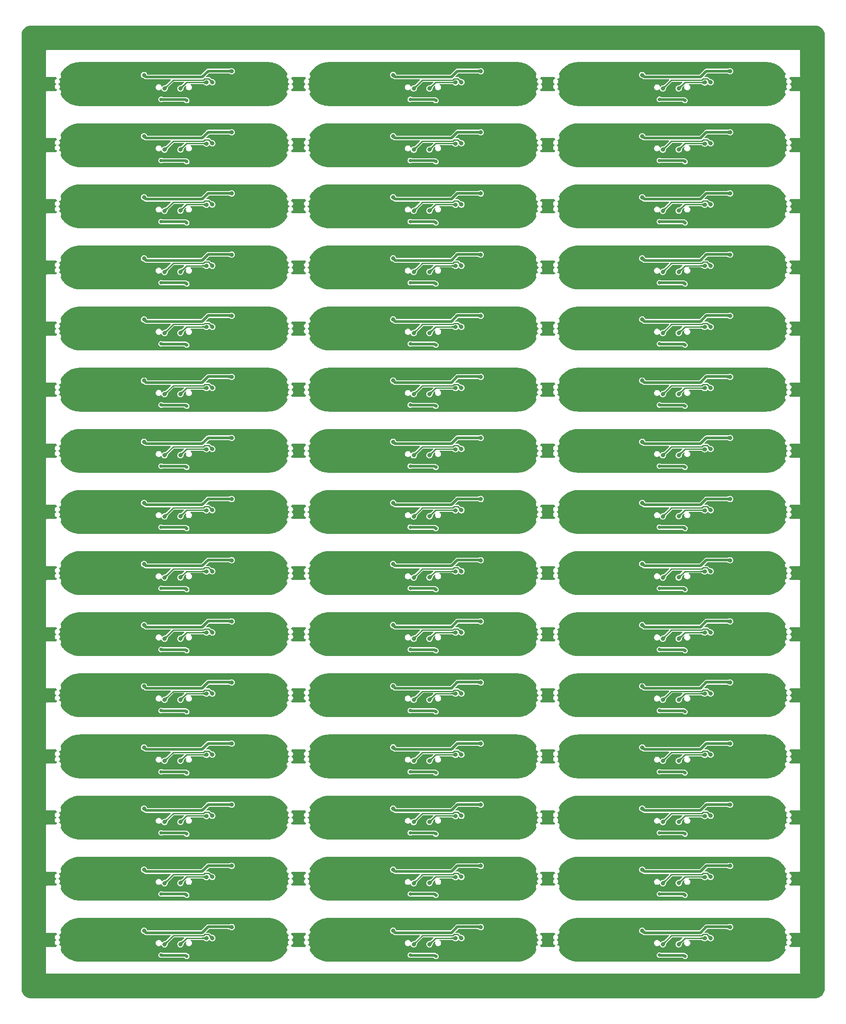
<source format=gbl>
G04 #@! TF.GenerationSoftware,KiCad,Pcbnew,(6.0.0)*
G04 #@! TF.CreationDate,2022-08-14T01:19:03-04:00*
G04 #@! TF.ProjectId,Panel v2,50616e65-6c20-4763-922e-6b696361645f,rev?*
G04 #@! TF.SameCoordinates,Original*
G04 #@! TF.FileFunction,Copper,L2,Bot*
G04 #@! TF.FilePolarity,Positive*
%FSLAX46Y46*%
G04 Gerber Fmt 4.6, Leading zero omitted, Abs format (unit mm)*
G04 Created by KiCad (PCBNEW (6.0.0)) date 2022-08-14 01:19:03*
%MOMM*%
%LPD*%
G01*
G04 APERTURE LIST*
G04 #@! TA.AperFunction,ComponentPad*
%ADD10C,6.400000*%
G04 #@! TD*
G04 #@! TA.AperFunction,ComponentPad*
%ADD11C,0.800000*%
G04 #@! TD*
G04 #@! TA.AperFunction,ComponentPad*
%ADD12O,1.000000X1.600000*%
G04 #@! TD*
G04 #@! TA.AperFunction,ComponentPad*
%ADD13O,1.000000X2.100000*%
G04 #@! TD*
G04 #@! TA.AperFunction,ViaPad*
%ADD14C,0.650000*%
G04 #@! TD*
G04 #@! TA.AperFunction,ViaPad*
%ADD15C,0.800000*%
G04 #@! TD*
G04 #@! TA.AperFunction,Conductor*
%ADD16C,0.500000*%
G04 #@! TD*
G04 #@! TA.AperFunction,Conductor*
%ADD17C,0.250000*%
G04 #@! TD*
G04 APERTURE END LIST*
D10*
X76539997Y-117969019D03*
D11*
X74842941Y-119666075D03*
X76539997Y-120369019D03*
X78939997Y-117969019D03*
X74842941Y-116271963D03*
X78237053Y-116271963D03*
X74139997Y-117969019D03*
X76539997Y-115569019D03*
X78237053Y-119666075D03*
X125937056Y-189866093D03*
X124240000Y-190569037D03*
X124240000Y-185769037D03*
X125937056Y-186471981D03*
X122542944Y-189866093D03*
D10*
X124240000Y-188169037D03*
D11*
X121840000Y-188169037D03*
X122542944Y-186471981D03*
X126640000Y-188169037D03*
X125937056Y-46071945D03*
X124240000Y-50169001D03*
X125937056Y-49466057D03*
X122542944Y-46071945D03*
X122542944Y-49466057D03*
D10*
X124240000Y-47769001D03*
D11*
X124240000Y-45369001D03*
X121840000Y-47769001D03*
X126640000Y-47769001D03*
D12*
X51136994Y-138332025D03*
X42496994Y-138332025D03*
D13*
X51136994Y-142512025D03*
X42496994Y-142512025D03*
D11*
X67239994Y-188169037D03*
X64839994Y-190569037D03*
X63142938Y-189866093D03*
D10*
X64839994Y-188169037D03*
D11*
X64839994Y-185769037D03*
X66537050Y-189866093D03*
X63142938Y-186471981D03*
X62439994Y-188169037D03*
X66537050Y-186471981D03*
X124240000Y-21968995D03*
X121840000Y-24368995D03*
X126640000Y-24368995D03*
X124240000Y-26768995D03*
D10*
X124240000Y-24368995D03*
D11*
X125937056Y-26066051D03*
X122542944Y-22671939D03*
X122542944Y-26066051D03*
X125937056Y-22671939D03*
X122542944Y-37766054D03*
X125937056Y-37766054D03*
X125937056Y-34371942D03*
X124240000Y-33668998D03*
X124240000Y-38468998D03*
D10*
X124240000Y-36068998D03*
D11*
X122542944Y-34371942D03*
X126640000Y-36068998D03*
X121840000Y-36068998D03*
D10*
X112539997Y-82869010D03*
D11*
X110139997Y-82869010D03*
X114939997Y-82869010D03*
X110842941Y-81171954D03*
X114237053Y-84566066D03*
X110842941Y-84566066D03*
X112539997Y-85269010D03*
X112539997Y-80469010D03*
X114237053Y-81171954D03*
D13*
X90196997Y-95712013D03*
D12*
X90196997Y-91532013D03*
D13*
X98836997Y-95712013D03*
D12*
X98836997Y-91532013D03*
X42496994Y-56432004D03*
D13*
X51136994Y-60612004D03*
X42496994Y-60612004D03*
D12*
X51136994Y-56432004D03*
D13*
X90196997Y-25511995D03*
D12*
X90196997Y-21331995D03*
D13*
X98836997Y-25511995D03*
D12*
X98836997Y-21331995D03*
D11*
X121840000Y-153069028D03*
X125937056Y-154766084D03*
D10*
X124240000Y-153069028D03*
D11*
X122542944Y-154766084D03*
X125937056Y-151371972D03*
X122542944Y-151371972D03*
X124240000Y-150669028D03*
X126640000Y-153069028D03*
X124240000Y-155469028D03*
X122542944Y-143066081D03*
X125937056Y-139671969D03*
X122542944Y-139671969D03*
X124240000Y-138969025D03*
X125937056Y-143066081D03*
X124240000Y-143769025D03*
X126640000Y-141369025D03*
X121840000Y-141369025D03*
D10*
X124240000Y-141369025D03*
D13*
X90196997Y-60612004D03*
D12*
X98836997Y-56432004D03*
X90196997Y-56432004D03*
D13*
X98836997Y-60612004D03*
D12*
X146537000Y-173432034D03*
D13*
X146537000Y-177612034D03*
X137897000Y-177612034D03*
D12*
X137897000Y-173432034D03*
D11*
X67239994Y-141369025D03*
X64839994Y-143769025D03*
X63142938Y-143066081D03*
D10*
X64839994Y-141369025D03*
D11*
X66537050Y-143066081D03*
X62439994Y-141369025D03*
X63142938Y-139671969D03*
X66537050Y-139671969D03*
X64839994Y-138969025D03*
D13*
X51136994Y-119112019D03*
D12*
X42496994Y-114932019D03*
D13*
X42496994Y-119112019D03*
D12*
X51136994Y-114932019D03*
X137897000Y-150032028D03*
X146537000Y-150032028D03*
D13*
X137897000Y-154212028D03*
X146537000Y-154212028D03*
D11*
X112539997Y-132069022D03*
X114237053Y-131366078D03*
X114237053Y-127971966D03*
X112539997Y-127269022D03*
X110842941Y-127971966D03*
X114939997Y-129669022D03*
X110139997Y-129669022D03*
X110842941Y-131366078D03*
D10*
X112539997Y-129669022D03*
D13*
X90196997Y-130812022D03*
D12*
X98836997Y-126632022D03*
X90196997Y-126632022D03*
D13*
X98836997Y-130812022D03*
D11*
X63142938Y-131366078D03*
X67239994Y-129669022D03*
X64839994Y-127269022D03*
D10*
X64839994Y-129669022D03*
D11*
X64839994Y-132069022D03*
X63142938Y-127971966D03*
X66537050Y-131366078D03*
X62439994Y-129669022D03*
X66537050Y-127971966D03*
X114237053Y-92871957D03*
X112539997Y-96969013D03*
X110139997Y-94569013D03*
X110842941Y-92871957D03*
X114237053Y-96266069D03*
X112539997Y-92169013D03*
X114939997Y-94569013D03*
X110842941Y-96266069D03*
D10*
X112539997Y-94569013D03*
D11*
X28839994Y-120369019D03*
X30537050Y-119666075D03*
X31239994Y-117969019D03*
X30537050Y-116271963D03*
X26439994Y-117969019D03*
X27142938Y-119666075D03*
X28839994Y-115569019D03*
D10*
X28839994Y-117969019D03*
D11*
X27142938Y-116271963D03*
X124240000Y-108669016D03*
X121840000Y-106269016D03*
X124240000Y-103869016D03*
X125937056Y-107966072D03*
X122542944Y-104571960D03*
X125937056Y-104571960D03*
X126640000Y-106269016D03*
X122542944Y-107966072D03*
D10*
X124240000Y-106269016D03*
D11*
X27142938Y-81171954D03*
X26439994Y-82869010D03*
X31239994Y-82869010D03*
D10*
X28839994Y-82869010D03*
D11*
X28839994Y-85269010D03*
X30537050Y-84566066D03*
X27142938Y-84566066D03*
X28839994Y-80469010D03*
X30537050Y-81171954D03*
X30537050Y-107966072D03*
D10*
X28839994Y-106269016D03*
D11*
X27142938Y-107966072D03*
X31239994Y-106269016D03*
X26439994Y-106269016D03*
X27142938Y-104571960D03*
X30537050Y-104571960D03*
X28839994Y-108669016D03*
X28839994Y-103869016D03*
X110842941Y-61166060D03*
X114237053Y-57771948D03*
X112539997Y-61869004D03*
X110842941Y-57771948D03*
X110139997Y-59469004D03*
X114939997Y-59469004D03*
D10*
X112539997Y-59469004D03*
D11*
X114237053Y-61166060D03*
X112539997Y-57069004D03*
X162640000Y-188169037D03*
X161937056Y-189866093D03*
X161937056Y-186471981D03*
X158542944Y-186471981D03*
X160240000Y-190569037D03*
X157840000Y-188169037D03*
D10*
X160240000Y-188169037D03*
D11*
X160240000Y-185769037D03*
X158542944Y-189866093D03*
X157840000Y-164769031D03*
X158542944Y-163071975D03*
X160240000Y-167169031D03*
D10*
X160240000Y-164769031D03*
D11*
X162640000Y-164769031D03*
X161937056Y-166466087D03*
X158542944Y-166466087D03*
X161937056Y-163071975D03*
X160240000Y-162369031D03*
D12*
X98836997Y-33031998D03*
D13*
X98836997Y-37211998D03*
D12*
X90196997Y-33031998D03*
D13*
X90196997Y-37211998D03*
D11*
X161937056Y-37766054D03*
D10*
X160240000Y-36068998D03*
D11*
X161937056Y-34371942D03*
X162640000Y-36068998D03*
X160240000Y-33668998D03*
X160240000Y-38468998D03*
X158542944Y-37766054D03*
X157840000Y-36068998D03*
X158542944Y-34371942D03*
X110139997Y-24368995D03*
X114237053Y-22671939D03*
X110842941Y-22671939D03*
X110842941Y-26066051D03*
X114939997Y-24368995D03*
X112539997Y-26768995D03*
X114237053Y-26066051D03*
X112539997Y-21968995D03*
D10*
X112539997Y-24368995D03*
D12*
X137897000Y-79832010D03*
X146537000Y-79832010D03*
D13*
X146537000Y-84012010D03*
X137897000Y-84012010D03*
D11*
X74842941Y-178166090D03*
X76539997Y-178869034D03*
X74842941Y-174771978D03*
X78939997Y-176469034D03*
X78237053Y-174771978D03*
X78237053Y-178166090D03*
X74139997Y-176469034D03*
D10*
X76539997Y-176469034D03*
D11*
X76539997Y-174069034D03*
D12*
X137897000Y-103232016D03*
D13*
X146537000Y-107412016D03*
X137897000Y-107412016D03*
D12*
X146537000Y-103232016D03*
D13*
X90196997Y-189312037D03*
D12*
X90196997Y-185132037D03*
D13*
X98836997Y-189312037D03*
D12*
X98836997Y-185132037D03*
X90196997Y-103232016D03*
D13*
X90196997Y-107412016D03*
X98836997Y-107412016D03*
D12*
X98836997Y-103232016D03*
D11*
X162640000Y-82869010D03*
X157840000Y-82869010D03*
X158542944Y-81171954D03*
X161937056Y-81171954D03*
X160240000Y-80469010D03*
X158542944Y-84566066D03*
D10*
X160240000Y-82869010D03*
D11*
X161937056Y-84566066D03*
X160240000Y-85269010D03*
X76539997Y-45369001D03*
X74139997Y-47769001D03*
X74842941Y-49466057D03*
X78237053Y-46071945D03*
D10*
X76539997Y-47769001D03*
D11*
X74842941Y-46071945D03*
X78237053Y-49466057D03*
X76539997Y-50169001D03*
X78939997Y-47769001D03*
X26439994Y-47769001D03*
X30537050Y-49466057D03*
X28839994Y-50169001D03*
X27142938Y-46071945D03*
X30537050Y-46071945D03*
X31239994Y-47769001D03*
X27142938Y-49466057D03*
X28839994Y-45369001D03*
D10*
X28839994Y-47769001D03*
D12*
X51136994Y-79832010D03*
D13*
X42496994Y-84012010D03*
D12*
X42496994Y-79832010D03*
D13*
X51136994Y-84012010D03*
X42496994Y-107412016D03*
X51136994Y-107412016D03*
D12*
X42496994Y-103232016D03*
X51136994Y-103232016D03*
D11*
X112539997Y-167169031D03*
X112539997Y-162369031D03*
X110842941Y-163071975D03*
D10*
X112539997Y-164769031D03*
D11*
X110139997Y-164769031D03*
X114237053Y-166466087D03*
X110842941Y-166466087D03*
X114939997Y-164769031D03*
X114237053Y-163071975D03*
X114939997Y-176469034D03*
X110842941Y-178166090D03*
X110139997Y-176469034D03*
X114237053Y-174771978D03*
X112539997Y-174069034D03*
X114237053Y-178166090D03*
X112539997Y-178869034D03*
X110842941Y-174771978D03*
D10*
X112539997Y-176469034D03*
D12*
X146537000Y-185132037D03*
D13*
X137897000Y-189312037D03*
D12*
X137897000Y-185132037D03*
D13*
X146537000Y-189312037D03*
D10*
X124240000Y-164769031D03*
D11*
X124240000Y-167169031D03*
X124240000Y-162369031D03*
X125937056Y-166466087D03*
X121840000Y-164769031D03*
X122542944Y-166466087D03*
X125937056Y-163071975D03*
X126640000Y-164769031D03*
X122542944Y-163071975D03*
X74139997Y-59469004D03*
X74842941Y-57771948D03*
X76539997Y-61869004D03*
X78939997Y-59469004D03*
X74842941Y-61166060D03*
D10*
X76539997Y-59469004D03*
D11*
X78237053Y-61166060D03*
X76539997Y-57069004D03*
X78237053Y-57771948D03*
D10*
X64839994Y-153069028D03*
D11*
X64839994Y-155469028D03*
X66537050Y-154766084D03*
X66537050Y-151371972D03*
X63142938Y-154766084D03*
X64839994Y-150669028D03*
X63142938Y-151371972D03*
X62439994Y-153069028D03*
X67239994Y-153069028D03*
X74842941Y-151371972D03*
X78237053Y-154766084D03*
D10*
X76539997Y-153069028D03*
D11*
X76539997Y-155469028D03*
X78237053Y-151371972D03*
X76539997Y-150669028D03*
X74139997Y-153069028D03*
X74842941Y-154766084D03*
X78939997Y-153069028D03*
D13*
X146537000Y-25511995D03*
D12*
X137897000Y-21331995D03*
X146537000Y-21331995D03*
D13*
X137897000Y-25511995D03*
X137897000Y-37211998D03*
X146537000Y-37211998D03*
D12*
X137897000Y-33031998D03*
X146537000Y-33031998D03*
D10*
X160240000Y-176469034D03*
D11*
X160240000Y-178869034D03*
X158542944Y-174771978D03*
X161937056Y-174771978D03*
X161937056Y-178166090D03*
X158542944Y-178166090D03*
X157840000Y-176469034D03*
X162640000Y-176469034D03*
X160240000Y-174069034D03*
D12*
X42496994Y-33031998D03*
D13*
X51136994Y-37211998D03*
X42496994Y-37211998D03*
D12*
X51136994Y-33031998D03*
D11*
X63142938Y-49466057D03*
X63142938Y-46071945D03*
D10*
X64839994Y-47769001D03*
D11*
X66537050Y-49466057D03*
X64839994Y-50169001D03*
X67239994Y-47769001D03*
X66537050Y-46071945D03*
X64839994Y-45369001D03*
X62439994Y-47769001D03*
X158542944Y-72866063D03*
X161937056Y-69471951D03*
X157840000Y-71169007D03*
X161937056Y-72866063D03*
X158542944Y-69471951D03*
X160240000Y-73569007D03*
X160240000Y-68769007D03*
X162640000Y-71169007D03*
D10*
X160240000Y-71169007D03*
D12*
X42496994Y-68132007D03*
X51136994Y-68132007D03*
D13*
X51136994Y-72312007D03*
X42496994Y-72312007D03*
D11*
X28839994Y-73569007D03*
X30537050Y-72866063D03*
X30537050Y-69471951D03*
X27142938Y-72866063D03*
D10*
X28839994Y-71169007D03*
D11*
X31239994Y-71169007D03*
X26439994Y-71169007D03*
X27142938Y-69471951D03*
X28839994Y-68769007D03*
D13*
X146537000Y-48912001D03*
D12*
X137897000Y-44732001D03*
D13*
X137897000Y-48912001D03*
D12*
X146537000Y-44732001D03*
D10*
X112539997Y-141369025D03*
D11*
X112539997Y-138969025D03*
X114237053Y-139671969D03*
X112539997Y-143769025D03*
X110842941Y-143066081D03*
X114237053Y-143066081D03*
X114939997Y-141369025D03*
X110842941Y-139671969D03*
X110139997Y-141369025D03*
X62439994Y-164769031D03*
X64839994Y-162369031D03*
D10*
X64839994Y-164769031D03*
D11*
X66537050Y-166466087D03*
X63142938Y-166466087D03*
X66537050Y-163071975D03*
X64839994Y-167169031D03*
X63142938Y-163071975D03*
X67239994Y-164769031D03*
D12*
X146537000Y-91532013D03*
D13*
X137897000Y-95712013D03*
X146537000Y-95712013D03*
D12*
X137897000Y-91532013D03*
D11*
X78939997Y-71169007D03*
X74139997Y-71169007D03*
X74842941Y-72866063D03*
X78237053Y-69471951D03*
X74842941Y-69471951D03*
X76539997Y-73569007D03*
X78237053Y-72866063D03*
X76539997Y-68769007D03*
D10*
X76539997Y-71169007D03*
D11*
X66537050Y-72866063D03*
X63142938Y-72866063D03*
X64839994Y-68769007D03*
D10*
X64839994Y-71169007D03*
D11*
X63142938Y-69471951D03*
X66537050Y-69471951D03*
X64839994Y-73569007D03*
X62439994Y-71169007D03*
X67239994Y-71169007D03*
X62439994Y-36068998D03*
X63142938Y-34371942D03*
D10*
X64839994Y-36068998D03*
D11*
X64839994Y-38468998D03*
X64839994Y-33668998D03*
X63142938Y-37766054D03*
X66537050Y-34371942D03*
X67239994Y-36068998D03*
X66537050Y-37766054D03*
X31239994Y-129669022D03*
X27142938Y-127971966D03*
X30537050Y-127971966D03*
X27142938Y-131366078D03*
X30537050Y-131366078D03*
X26439994Y-129669022D03*
D10*
X28839994Y-129669022D03*
D11*
X28839994Y-132069022D03*
X28839994Y-127269022D03*
X157840000Y-94569013D03*
X161937056Y-96266069D03*
X161937056Y-92871957D03*
D10*
X160240000Y-94569013D03*
D11*
X160240000Y-92169013D03*
X162640000Y-94569013D03*
X158542944Y-96266069D03*
X160240000Y-96969013D03*
X158542944Y-92871957D03*
D10*
X28839994Y-153069028D03*
D11*
X27142938Y-154766084D03*
X27142938Y-151371972D03*
X28839994Y-155469028D03*
X26439994Y-153069028D03*
X28839994Y-150669028D03*
X31239994Y-153069028D03*
X30537050Y-151371972D03*
X30537050Y-154766084D03*
X160240000Y-103869016D03*
X158542944Y-107966072D03*
D10*
X160240000Y-106269016D03*
D11*
X158542944Y-104571960D03*
X160240000Y-108669016D03*
X161937056Y-104571960D03*
X161937056Y-107966072D03*
X162640000Y-106269016D03*
X157840000Y-106269016D03*
X28839994Y-61869004D03*
X30537050Y-57771948D03*
X31239994Y-59469004D03*
X30537050Y-61166060D03*
X28839994Y-57069004D03*
X26439994Y-59469004D03*
D10*
X28839994Y-59469004D03*
D11*
X27142938Y-61166060D03*
X27142938Y-57771948D03*
X114939997Y-36068998D03*
X110842941Y-34371942D03*
X110139997Y-36068998D03*
X112539997Y-38468998D03*
X110842941Y-37766054D03*
X112539997Y-33668998D03*
X114237053Y-37766054D03*
D10*
X112539997Y-36068998D03*
D11*
X114237053Y-34371942D03*
X66537050Y-107966072D03*
X66537050Y-104571960D03*
X67239994Y-106269016D03*
X64839994Y-108669016D03*
X64839994Y-103869016D03*
X63142938Y-104571960D03*
D10*
X64839994Y-106269016D03*
D11*
X63142938Y-107966072D03*
X62439994Y-106269016D03*
D12*
X137897000Y-161732031D03*
D13*
X137897000Y-165912031D03*
D12*
X146537000Y-161732031D03*
D13*
X146537000Y-165912031D03*
D11*
X161937056Y-116271963D03*
X160240000Y-115569019D03*
X157840000Y-117969019D03*
X161937056Y-119666075D03*
X162640000Y-117969019D03*
D10*
X160240000Y-117969019D03*
D11*
X160240000Y-120369019D03*
X158542944Y-116271963D03*
X158542944Y-119666075D03*
D13*
X90196997Y-142512025D03*
D12*
X90196997Y-138332025D03*
X98836997Y-138332025D03*
D13*
X98836997Y-142512025D03*
D11*
X67239994Y-82869010D03*
X64839994Y-85269010D03*
X66537050Y-81171954D03*
X64839994Y-80469010D03*
X63142938Y-81171954D03*
D10*
X64839994Y-82869010D03*
D11*
X63142938Y-84566066D03*
X66537050Y-84566066D03*
X62439994Y-82869010D03*
X74139997Y-188169037D03*
X78939997Y-188169037D03*
X74842941Y-189866093D03*
X78237053Y-189866093D03*
D10*
X76539997Y-188169037D03*
D11*
X76539997Y-190569037D03*
X74842941Y-186471981D03*
X76539997Y-185769037D03*
X78237053Y-186471981D03*
X110842941Y-72866063D03*
D10*
X112539997Y-71169007D03*
D11*
X114237053Y-69471951D03*
X114939997Y-71169007D03*
X110842941Y-69471951D03*
X110139997Y-71169007D03*
X114237053Y-72866063D03*
X112539997Y-68769007D03*
X112539997Y-73569007D03*
X125937056Y-92871957D03*
X121840000Y-94569013D03*
X122542944Y-96266069D03*
X126640000Y-94569013D03*
X124240000Y-96969013D03*
X124240000Y-92169013D03*
X122542944Y-92871957D03*
X125937056Y-96266069D03*
D10*
X124240000Y-94569013D03*
D11*
X124240000Y-73569007D03*
X124240000Y-68769007D03*
X122542944Y-69471951D03*
X126640000Y-71169007D03*
X121840000Y-71169007D03*
D10*
X124240000Y-71169007D03*
D11*
X125937056Y-72866063D03*
X122542944Y-72866063D03*
X125937056Y-69471951D03*
X125937056Y-81171954D03*
X121840000Y-82869010D03*
D10*
X124240000Y-82869010D03*
D11*
X124240000Y-85269010D03*
X125937056Y-84566066D03*
X122542944Y-81171954D03*
X122542944Y-84566066D03*
X126640000Y-82869010D03*
X124240000Y-80469010D03*
X162640000Y-153069028D03*
D10*
X160240000Y-153069028D03*
D11*
X160240000Y-150669028D03*
X161937056Y-151371972D03*
X160240000Y-155469028D03*
X158542944Y-151371972D03*
X157840000Y-153069028D03*
X161937056Y-154766084D03*
X158542944Y-154766084D03*
X160240000Y-138969025D03*
X161937056Y-143066081D03*
D10*
X160240000Y-141369025D03*
D11*
X158542944Y-143066081D03*
X158542944Y-139671969D03*
X160240000Y-143769025D03*
X162640000Y-141369025D03*
X157840000Y-141369025D03*
X161937056Y-139671969D03*
X27142938Y-96266069D03*
X28839994Y-92169013D03*
D10*
X28839994Y-94569013D03*
D11*
X28839994Y-96969013D03*
X30537050Y-96266069D03*
X27142938Y-92871957D03*
X30537050Y-92871957D03*
X26439994Y-94569013D03*
X31239994Y-94569013D03*
D13*
X51136994Y-130812022D03*
X42496994Y-130812022D03*
D12*
X51136994Y-126632022D03*
X42496994Y-126632022D03*
D11*
X30537050Y-22671939D03*
X30537050Y-26066051D03*
X27142938Y-22671939D03*
X28839994Y-21968995D03*
X31239994Y-24368995D03*
D10*
X28839994Y-24368995D03*
D11*
X26439994Y-24368995D03*
X27142938Y-26066051D03*
X28839994Y-26768995D03*
X63142938Y-26066051D03*
X66537050Y-26066051D03*
X64839994Y-26768995D03*
X66537050Y-22671939D03*
X63142938Y-22671939D03*
X67239994Y-24368995D03*
X64839994Y-21968995D03*
D10*
X64839994Y-24368995D03*
D11*
X62439994Y-24368995D03*
X114237053Y-119666075D03*
D10*
X112539997Y-117969019D03*
D11*
X112539997Y-120369019D03*
X114237053Y-116271963D03*
X112539997Y-115569019D03*
X114939997Y-117969019D03*
X110139997Y-117969019D03*
X110842941Y-119666075D03*
X110842941Y-116271963D03*
D13*
X137897000Y-142512025D03*
D12*
X146537000Y-138332025D03*
X137897000Y-138332025D03*
D13*
X146537000Y-142512025D03*
D11*
X124240000Y-132069022D03*
X126640000Y-129669022D03*
X121840000Y-129669022D03*
X124240000Y-127269022D03*
X122542944Y-127971966D03*
X125937056Y-131366078D03*
X125937056Y-127971966D03*
X122542944Y-131366078D03*
D10*
X124240000Y-129669022D03*
D11*
X74842941Y-166466087D03*
X74842941Y-163071975D03*
X78237053Y-163071975D03*
D10*
X76539997Y-164769031D03*
D11*
X76539997Y-167169031D03*
X78237053Y-166466087D03*
X78939997Y-164769031D03*
X76539997Y-162369031D03*
X74139997Y-164769031D03*
D13*
X98836997Y-119112019D03*
X90196997Y-119112019D03*
D12*
X90196997Y-114932019D03*
X98836997Y-114932019D03*
X42496994Y-173432034D03*
D13*
X42496994Y-177612034D03*
X51136994Y-177612034D03*
D12*
X51136994Y-173432034D03*
D11*
X74139997Y-82869010D03*
X74842941Y-84566066D03*
X76539997Y-85269010D03*
X78939997Y-82869010D03*
X78237053Y-81171954D03*
D10*
X76539997Y-82869010D03*
D11*
X76539997Y-80469010D03*
X78237053Y-84566066D03*
X74842941Y-81171954D03*
X161937056Y-49466057D03*
X158542944Y-46071945D03*
D10*
X160240000Y-47769001D03*
D11*
X157840000Y-47769001D03*
X161937056Y-46071945D03*
X160240000Y-50169001D03*
X158542944Y-49466057D03*
X162640000Y-47769001D03*
X160240000Y-45369001D03*
D12*
X137897000Y-114932019D03*
D13*
X146537000Y-119112019D03*
X137897000Y-119112019D03*
D12*
X146537000Y-114932019D03*
D11*
X63142938Y-92871957D03*
X64839994Y-92169013D03*
X63142938Y-96266069D03*
X66537050Y-92871957D03*
X62439994Y-94569013D03*
D10*
X64839994Y-94569013D03*
D11*
X64839994Y-96969013D03*
X67239994Y-94569013D03*
X66537050Y-96266069D03*
X74842941Y-37766054D03*
X78237053Y-34371942D03*
X76539997Y-33668998D03*
X78939997Y-36068998D03*
D10*
X76539997Y-36068998D03*
D11*
X78237053Y-37766054D03*
X74139997Y-36068998D03*
X76539997Y-38468998D03*
X74842941Y-34371942D03*
D12*
X42496994Y-21331995D03*
X51136994Y-21331995D03*
D13*
X51136994Y-25511995D03*
X42496994Y-25511995D03*
D12*
X137897000Y-68132007D03*
X146537000Y-68132007D03*
D13*
X146537000Y-72312007D03*
X137897000Y-72312007D03*
D11*
X30537050Y-139671969D03*
X27142938Y-143066081D03*
X30537050Y-143066081D03*
X28839994Y-138969025D03*
X31239994Y-141369025D03*
D10*
X28839994Y-141369025D03*
D11*
X26439994Y-141369025D03*
X28839994Y-143769025D03*
X27142938Y-139671969D03*
D13*
X90196997Y-84012010D03*
D12*
X98836997Y-79832010D03*
D13*
X98836997Y-84012010D03*
D12*
X90196997Y-79832010D03*
X90196997Y-161732031D03*
D13*
X90196997Y-165912031D03*
X98836997Y-165912031D03*
D12*
X98836997Y-161732031D03*
D11*
X26439994Y-36068998D03*
X30537050Y-37766054D03*
X27142938Y-34371942D03*
X27142938Y-37766054D03*
X30537050Y-34371942D03*
X31239994Y-36068998D03*
X28839994Y-33668998D03*
X28839994Y-38468998D03*
D10*
X28839994Y-36068998D03*
D13*
X51136994Y-165912031D03*
D12*
X51136994Y-161732031D03*
X42496994Y-161732031D03*
D13*
X42496994Y-165912031D03*
X90196997Y-48912001D03*
D12*
X98836997Y-44732001D03*
D13*
X98836997Y-48912001D03*
D12*
X90196997Y-44732001D03*
D11*
X110842941Y-154766084D03*
X114237053Y-154766084D03*
X112539997Y-150669028D03*
X110842941Y-151371972D03*
X114237053Y-151371972D03*
X110139997Y-153069028D03*
D10*
X112539997Y-153069028D03*
D11*
X114939997Y-153069028D03*
X112539997Y-155469028D03*
D10*
X64839994Y-117969019D03*
D11*
X64839994Y-120369019D03*
X63142938Y-116271963D03*
X63142938Y-119666075D03*
X64839994Y-115569019D03*
X66537050Y-119666075D03*
X62439994Y-117969019D03*
X66537050Y-116271963D03*
X67239994Y-117969019D03*
X30537050Y-166466087D03*
X27142938Y-163071975D03*
X31239994Y-164769031D03*
X27142938Y-166466087D03*
X28839994Y-167169031D03*
X30537050Y-163071975D03*
X28839994Y-162369031D03*
X26439994Y-164769031D03*
D10*
X28839994Y-164769031D03*
D11*
X64839994Y-178869034D03*
X63142938Y-174771978D03*
X64839994Y-174069034D03*
X63142938Y-178166090D03*
X66537050Y-178166090D03*
D10*
X64839994Y-176469034D03*
D11*
X67239994Y-176469034D03*
X66537050Y-174771978D03*
X62439994Y-176469034D03*
X161937056Y-131366078D03*
X161937056Y-127971966D03*
D10*
X160240000Y-129669022D03*
D11*
X157840000Y-129669022D03*
X160240000Y-127269022D03*
X158542944Y-127971966D03*
X158542944Y-131366078D03*
X162640000Y-129669022D03*
X160240000Y-132069022D03*
D13*
X42496994Y-48912001D03*
X51136994Y-48912001D03*
D12*
X51136994Y-44732001D03*
X42496994Y-44732001D03*
X42496994Y-185132037D03*
D13*
X42496994Y-189312037D03*
D12*
X51136994Y-185132037D03*
D13*
X51136994Y-189312037D03*
D11*
X161937056Y-61166060D03*
X160240000Y-57069004D03*
X158542944Y-61166060D03*
X158542944Y-57771948D03*
X161937056Y-57771948D03*
X160240000Y-61869004D03*
D10*
X160240000Y-59469004D03*
D11*
X162640000Y-59469004D03*
X157840000Y-59469004D03*
D12*
X137897000Y-56432004D03*
D13*
X137897000Y-60612004D03*
X146537000Y-60612004D03*
D12*
X146537000Y-56432004D03*
D11*
X112539997Y-190569037D03*
X114237053Y-189866093D03*
D10*
X112539997Y-188169037D03*
D11*
X110139997Y-188169037D03*
X110842941Y-189866093D03*
X114939997Y-188169037D03*
X114237053Y-186471981D03*
X112539997Y-185769037D03*
X110842941Y-186471981D03*
X28839994Y-185769037D03*
D10*
X28839994Y-188169037D03*
D11*
X27142938Y-189866093D03*
X26439994Y-188169037D03*
X30537050Y-189866093D03*
X31239994Y-188169037D03*
X27142938Y-186471981D03*
X28839994Y-190569037D03*
X30537050Y-186471981D03*
D12*
X90196997Y-68132007D03*
D13*
X90196997Y-72312007D03*
D12*
X98836997Y-68132007D03*
D13*
X98836997Y-72312007D03*
D11*
X125937056Y-61166060D03*
X125937056Y-57771948D03*
X124240000Y-57069004D03*
D10*
X124240000Y-59469004D03*
D11*
X122542944Y-57771948D03*
X122542944Y-61166060D03*
X121840000Y-59469004D03*
X124240000Y-61869004D03*
X126640000Y-59469004D03*
X30537050Y-174771978D03*
X27142938Y-178166090D03*
X26439994Y-176469034D03*
X28839994Y-174069034D03*
X31239994Y-176469034D03*
X30537050Y-178166090D03*
D10*
X28839994Y-176469034D03*
D11*
X28839994Y-178869034D03*
X27142938Y-174771978D03*
D13*
X146537000Y-130812022D03*
X137897000Y-130812022D03*
D12*
X146537000Y-126632022D03*
X137897000Y-126632022D03*
D11*
X78237053Y-96266069D03*
X76539997Y-96969013D03*
D10*
X76539997Y-94569013D03*
D11*
X78939997Y-94569013D03*
X78237053Y-92871957D03*
X76539997Y-92169013D03*
X74139997Y-94569013D03*
X74842941Y-96266069D03*
X74842941Y-92871957D03*
D12*
X90196997Y-150032028D03*
D13*
X90196997Y-154212028D03*
X98836997Y-154212028D03*
D12*
X98836997Y-150032028D03*
D11*
X112539997Y-45369001D03*
X114939997Y-47769001D03*
X110139997Y-47769001D03*
X110842941Y-46071945D03*
D10*
X112539997Y-47769001D03*
D11*
X114237053Y-46071945D03*
X110842941Y-49466057D03*
X114237053Y-49466057D03*
X112539997Y-50169001D03*
X62439994Y-59469004D03*
X63142938Y-57771948D03*
X63142938Y-61166060D03*
X64839994Y-61869004D03*
X66537050Y-57771948D03*
X67239994Y-59469004D03*
X64839994Y-57069004D03*
D10*
X64839994Y-59469004D03*
D11*
X66537050Y-61166060D03*
X122542944Y-116271963D03*
X124240000Y-115569019D03*
X126640000Y-117969019D03*
X122542944Y-119666075D03*
X121840000Y-117969019D03*
X124240000Y-120369019D03*
X125937056Y-119666075D03*
X125937056Y-116271963D03*
D10*
X124240000Y-117969019D03*
D11*
X76539997Y-127269022D03*
X76539997Y-132069022D03*
X78237053Y-127971966D03*
X78237053Y-131366078D03*
X74842941Y-131366078D03*
X78939997Y-129669022D03*
X74842941Y-127971966D03*
X74139997Y-129669022D03*
D10*
X76539997Y-129669022D03*
D11*
X114939997Y-106269016D03*
X112539997Y-108669016D03*
X114237053Y-104571960D03*
X110842941Y-107966072D03*
X112539997Y-103869016D03*
D10*
X112539997Y-106269016D03*
D11*
X114237053Y-107966072D03*
X110139997Y-106269016D03*
X110842941Y-104571960D03*
X76539997Y-143769025D03*
D10*
X76539997Y-141369025D03*
D11*
X78237053Y-143066081D03*
X74842941Y-139671969D03*
X74842941Y-143066081D03*
X74139997Y-141369025D03*
X76539997Y-138969025D03*
X78939997Y-141369025D03*
X78237053Y-139671969D03*
X76539997Y-103869016D03*
X78939997Y-106269016D03*
X76539997Y-108669016D03*
X74842941Y-104571960D03*
X78237053Y-104571960D03*
X74842941Y-107966072D03*
X78237053Y-107966072D03*
X74139997Y-106269016D03*
D10*
X76539997Y-106269016D03*
D13*
X51136994Y-95712013D03*
X42496994Y-95712013D03*
D12*
X51136994Y-91532013D03*
X42496994Y-91532013D03*
D13*
X98836997Y-177612034D03*
X90196997Y-177612034D03*
D12*
X90196997Y-173432034D03*
X98836997Y-173432034D03*
D11*
X76539997Y-21968995D03*
X78237053Y-26066051D03*
X78237053Y-22671939D03*
X76539997Y-26768995D03*
D10*
X76539997Y-24368995D03*
D11*
X78939997Y-24368995D03*
X74842941Y-22671939D03*
X74842941Y-26066051D03*
X74139997Y-24368995D03*
X126640000Y-176469034D03*
X125937056Y-174771978D03*
X125937056Y-178166090D03*
X121840000Y-176469034D03*
X124240000Y-178869034D03*
D10*
X124240000Y-176469034D03*
D11*
X124240000Y-174069034D03*
X122542944Y-178166090D03*
X122542944Y-174771978D03*
X161937056Y-22671939D03*
X157840000Y-24368995D03*
X160240000Y-21968995D03*
D10*
X160240000Y-24368995D03*
D11*
X158542944Y-26066051D03*
X160240000Y-26768995D03*
X161937056Y-26066051D03*
X162640000Y-24368995D03*
X158542944Y-22671939D03*
D12*
X42496994Y-150032028D03*
X51136994Y-150032028D03*
D13*
X42496994Y-154212028D03*
X51136994Y-154212028D03*
D14*
X139785000Y-74094007D03*
X92084997Y-74094007D03*
X44384994Y-74094007D03*
X139785000Y-62394004D03*
X92084997Y-62394004D03*
X44384994Y-62394004D03*
X139785000Y-38993998D03*
X139785000Y-50694001D03*
X92084997Y-50694001D03*
X44384994Y-50694001D03*
X44384994Y-109194016D03*
X139785000Y-97494013D03*
X92084997Y-38993998D03*
X92084997Y-27293995D03*
X44384994Y-27293995D03*
X92084997Y-120894019D03*
X44384994Y-120894019D03*
X139785000Y-109194016D03*
X92084997Y-109194016D03*
X92084997Y-85794010D03*
X44384994Y-85794010D03*
X139785000Y-120894019D03*
X139785000Y-191094037D03*
X92084997Y-191094037D03*
X44384994Y-191094037D03*
X139785000Y-179394034D03*
X92084997Y-179394034D03*
X44384994Y-179394034D03*
X139785000Y-167694031D03*
X92084997Y-167694031D03*
X44384994Y-167694031D03*
X139785000Y-155994028D03*
X92084997Y-155994028D03*
X44384994Y-155994028D03*
X139785000Y-144294025D03*
X92084997Y-144294025D03*
X44384994Y-144294025D03*
X92084997Y-132594022D03*
X44384994Y-132594022D03*
X139785000Y-132594022D03*
X44384994Y-38993998D03*
X139785000Y-27293995D03*
X44384994Y-97494013D03*
X139785000Y-85794010D03*
X92084997Y-97494013D03*
X144688500Y-74320507D03*
X96988497Y-74320507D03*
X49288494Y-74320507D03*
X144688500Y-62620504D03*
X96988497Y-62620504D03*
X49288494Y-62620504D03*
X144688500Y-39220498D03*
X144688500Y-50920501D03*
X96988497Y-50920501D03*
X49288494Y-50920501D03*
X49288494Y-109420516D03*
X144688500Y-97720513D03*
X96988497Y-39220498D03*
X96988497Y-27520495D03*
X49288494Y-27520495D03*
X96988497Y-121120519D03*
X49288494Y-121120519D03*
X144688500Y-109420516D03*
X96988497Y-109420516D03*
X96988497Y-86020510D03*
X49288494Y-86020510D03*
X144688500Y-121120519D03*
X144688500Y-191320537D03*
X96988497Y-191320537D03*
X49288494Y-191320537D03*
X144688500Y-179620534D03*
X96988497Y-179620534D03*
X49288494Y-179620534D03*
X144688500Y-167920531D03*
X96988497Y-167920531D03*
X49288494Y-167920531D03*
X144688500Y-156220528D03*
X96988497Y-156220528D03*
X49288494Y-156220528D03*
X144688500Y-144520525D03*
X96988497Y-144520525D03*
X49288494Y-144520525D03*
X96988497Y-132820522D03*
X49288494Y-132820522D03*
X144688500Y-132820522D03*
X49288494Y-39220498D03*
X144688500Y-27520495D03*
X49288494Y-97720513D03*
X144688500Y-86020510D03*
X96988497Y-97720513D03*
D15*
X133708000Y-72611007D03*
X86007997Y-72611007D03*
X38307994Y-72611007D03*
X133708000Y-60911004D03*
X86007997Y-60911004D03*
X38307994Y-60911004D03*
X133708000Y-49211001D03*
X86007997Y-49211001D03*
X38307994Y-49211001D03*
X38307994Y-107711016D03*
X133708000Y-96011013D03*
X133708000Y-37510998D03*
X86007997Y-37510998D03*
X86007997Y-25810995D03*
X38307994Y-25810995D03*
X86007997Y-119411019D03*
X38307994Y-119411019D03*
X133708000Y-107711016D03*
X86007997Y-107711016D03*
X86007997Y-84311010D03*
X38307994Y-84311010D03*
X133708000Y-119411019D03*
X133708000Y-189611037D03*
X86007997Y-189611037D03*
X38307994Y-189611037D03*
X133708000Y-177911034D03*
X86007997Y-177911034D03*
X38307994Y-177911034D03*
X133708000Y-166211031D03*
X86007997Y-166211031D03*
X38307994Y-166211031D03*
X133708000Y-154511028D03*
X86007997Y-154511028D03*
X38307994Y-154511028D03*
X133708000Y-142811025D03*
X86007997Y-142811025D03*
X38307994Y-142811025D03*
X133708000Y-131111022D03*
X86007997Y-131111022D03*
X38307994Y-131111022D03*
X38307994Y-37510998D03*
X133708000Y-25810995D03*
X86007997Y-96011013D03*
X38307994Y-96011013D03*
X133708000Y-84311010D03*
X135105000Y-68801007D03*
X87404997Y-68801007D03*
X39704994Y-68801007D03*
X135105000Y-57101004D03*
X87404997Y-57101004D03*
X39704994Y-57101004D03*
X135105000Y-45401001D03*
X87404997Y-45401001D03*
X39704994Y-45401001D03*
X39704994Y-103901016D03*
X135105000Y-92201013D03*
X87404997Y-33700998D03*
X87404997Y-22000995D03*
X39704994Y-22000995D03*
X135105000Y-33700998D03*
X87404997Y-115601019D03*
X39704994Y-115601019D03*
X135105000Y-103901016D03*
X87404997Y-103901016D03*
X87404997Y-80501010D03*
X39704994Y-80501010D03*
X135105000Y-115601019D03*
X135105000Y-185801037D03*
X87404997Y-185801037D03*
X39704994Y-185801037D03*
X135105000Y-174101034D03*
X87404997Y-174101034D03*
X39704994Y-174101034D03*
X135105000Y-162401031D03*
X87404997Y-162401031D03*
X39704994Y-162401031D03*
X135105000Y-150701028D03*
X87404997Y-150701028D03*
X39704994Y-150701028D03*
X135105000Y-139001025D03*
X87404997Y-139001025D03*
X39704994Y-139001025D03*
X135105000Y-127301022D03*
X87404997Y-127301022D03*
X39704994Y-127301022D03*
X39704994Y-33700998D03*
X135105000Y-22000995D03*
X87404997Y-92201013D03*
X39704994Y-92201013D03*
X135105000Y-80501010D03*
X140442797Y-72033633D03*
X92742794Y-72033633D03*
X45042791Y-72033633D03*
X140442797Y-60333630D03*
X92742794Y-60333630D03*
X45042791Y-60333630D03*
X140442797Y-36933624D03*
X140442797Y-48633627D03*
X92742794Y-48633627D03*
X45042791Y-48633627D03*
X45042791Y-107133642D03*
X140442797Y-95433639D03*
X92742794Y-36933624D03*
X92742794Y-25233621D03*
X45042791Y-25233621D03*
X92742794Y-118833645D03*
X45042791Y-118833645D03*
X140442797Y-107133642D03*
X92742794Y-107133642D03*
X92742794Y-83733636D03*
X45042791Y-83733636D03*
X140442797Y-118833645D03*
X140442797Y-189033663D03*
X92742794Y-189033663D03*
X45042791Y-189033663D03*
X140442797Y-177333660D03*
X92742794Y-177333660D03*
X45042791Y-177333660D03*
X140442797Y-165633657D03*
X92742794Y-165633657D03*
X45042791Y-165633657D03*
X140442797Y-153933654D03*
X92742794Y-153933654D03*
X45042791Y-153933654D03*
X140442797Y-142233651D03*
X92742794Y-142233651D03*
X45042791Y-142233651D03*
X92742794Y-130533648D03*
X45042791Y-130533648D03*
X140442797Y-130533648D03*
X45042791Y-36933624D03*
X140442797Y-25233621D03*
X45042791Y-95433639D03*
X140442797Y-83733636D03*
X92742794Y-95433639D03*
X149585000Y-70834007D03*
X101884997Y-70834007D03*
X54184994Y-70834007D03*
X149585000Y-59134004D03*
X101884997Y-59134004D03*
X54184994Y-59134004D03*
X149585000Y-35733998D03*
X149585000Y-47434001D03*
X101884997Y-47434001D03*
X54184994Y-47434001D03*
X54184994Y-105934016D03*
X149585000Y-94234013D03*
X101884997Y-35733998D03*
X101884997Y-24033995D03*
X54184994Y-24033995D03*
X101884997Y-117634019D03*
X54184994Y-117634019D03*
X149585000Y-105934016D03*
X101884997Y-105934016D03*
X101884997Y-82534010D03*
X54184994Y-82534010D03*
X149585000Y-117634019D03*
X149585000Y-187834037D03*
X101884997Y-187834037D03*
X54184994Y-187834037D03*
X149585000Y-176134034D03*
X101884997Y-176134034D03*
X54184994Y-176134034D03*
X149585000Y-164434031D03*
X101884997Y-164434031D03*
X54184994Y-164434031D03*
X149585000Y-152734028D03*
X101884997Y-152734028D03*
X54184994Y-152734028D03*
X149585000Y-141034025D03*
X101884997Y-141034025D03*
X54184994Y-141034025D03*
X101884997Y-129334022D03*
X54184994Y-129334022D03*
X149585000Y-129334022D03*
X54184994Y-35733998D03*
X149585000Y-24033995D03*
X101884997Y-94234013D03*
X54184994Y-94234013D03*
X149585000Y-82534010D03*
X143468843Y-72013961D03*
X95768840Y-72013961D03*
X48068837Y-72013961D03*
X143468843Y-60313958D03*
X95768840Y-60313958D03*
X48068837Y-60313958D03*
X143468843Y-48613955D03*
X95768840Y-48613955D03*
X48068837Y-48613955D03*
X48068837Y-107113970D03*
X143468843Y-95413967D03*
X95768840Y-36913952D03*
X95768840Y-25213949D03*
X48068837Y-25213949D03*
X95768840Y-118813973D03*
X48068837Y-118813973D03*
X143468843Y-107113970D03*
X95768840Y-107113970D03*
X95768840Y-83713964D03*
X48068837Y-83713964D03*
X143468843Y-118813973D03*
X143468843Y-189013991D03*
X95768840Y-189013991D03*
X48068837Y-189013991D03*
X143468843Y-177313988D03*
X95768840Y-177313988D03*
X48068837Y-177313988D03*
X143468843Y-165613985D03*
X95768840Y-165613985D03*
X48068837Y-165613985D03*
X143468843Y-153913982D03*
X95768840Y-153913982D03*
X48068837Y-153913982D03*
X143468843Y-142213979D03*
X95768840Y-142213979D03*
X48068837Y-142213979D03*
X143468843Y-130513976D03*
X95768840Y-130513976D03*
X48068837Y-130513976D03*
X143468843Y-36913952D03*
X48068837Y-36913952D03*
X143468843Y-25213949D03*
X95768840Y-95413967D03*
X48068837Y-95413967D03*
X143468843Y-83713964D03*
X148455000Y-70864007D03*
X100754997Y-70864007D03*
X53054994Y-70864007D03*
X148455000Y-59164004D03*
X100754997Y-59164004D03*
X53054994Y-59164004D03*
X148455000Y-47464001D03*
X100754997Y-47464001D03*
X53054994Y-47464001D03*
X53054994Y-105964016D03*
X148455000Y-94264013D03*
X148455000Y-35763998D03*
X100754997Y-35763998D03*
X100754997Y-24063995D03*
X53054994Y-24063995D03*
X100754997Y-117664019D03*
X53054994Y-117664019D03*
X148455000Y-105964016D03*
X100754997Y-105964016D03*
X100754997Y-82564010D03*
X53054994Y-82564010D03*
X148455000Y-117664019D03*
X148455000Y-187864037D03*
X100754997Y-187864037D03*
X53054994Y-187864037D03*
X148455000Y-176164034D03*
X100754997Y-176164034D03*
X53054994Y-176164034D03*
X148455000Y-164464031D03*
X100754997Y-164464031D03*
X53054994Y-164464031D03*
X148455000Y-152764028D03*
X100754997Y-152764028D03*
X53054994Y-152764028D03*
X148455000Y-141064025D03*
X100754997Y-141064025D03*
X53054994Y-141064025D03*
X148455000Y-129364022D03*
X100754997Y-129364022D03*
X53054994Y-129364022D03*
X53054994Y-35763998D03*
X148455000Y-24063995D03*
X100754997Y-94264013D03*
X53054994Y-94264013D03*
X148455000Y-82564010D03*
X153295000Y-68714007D03*
X105594997Y-68714007D03*
X57894994Y-68714007D03*
X153295000Y-57014004D03*
X105594997Y-57014004D03*
X57894994Y-57014004D03*
X153295000Y-33613998D03*
X153295000Y-45314001D03*
X105594997Y-45314001D03*
X57894994Y-45314001D03*
X57894994Y-103814016D03*
X153295000Y-92114013D03*
X105594997Y-33613998D03*
X105594997Y-21913995D03*
X57894994Y-21913995D03*
X105594997Y-115514019D03*
X57894994Y-115514019D03*
X153295000Y-103814016D03*
X105594997Y-103814016D03*
X105594997Y-80414010D03*
X57894994Y-80414010D03*
X153295000Y-115514019D03*
X153295000Y-185714037D03*
X105594997Y-185714037D03*
X57894994Y-185714037D03*
X153295000Y-174014034D03*
X105594997Y-174014034D03*
X57894994Y-174014034D03*
X153295000Y-162314031D03*
X105594997Y-162314031D03*
X57894994Y-162314031D03*
X153295000Y-150614028D03*
X105594997Y-150614028D03*
X57894994Y-150614028D03*
X153295000Y-138914025D03*
X105594997Y-138914025D03*
X57894994Y-138914025D03*
X105594997Y-127214022D03*
X57894994Y-127214022D03*
X153295000Y-127214022D03*
X57894994Y-33613998D03*
X153295000Y-21913995D03*
X57894994Y-92114013D03*
X153295000Y-80414010D03*
X105594997Y-92114013D03*
X136502000Y-69436007D03*
X88801997Y-69436007D03*
X41101994Y-69436007D03*
X136502000Y-57736004D03*
X88801997Y-57736004D03*
X41101994Y-57736004D03*
X136502000Y-34335998D03*
X136502000Y-46036001D03*
X88801997Y-46036001D03*
X41101994Y-46036001D03*
X41101994Y-104536016D03*
X136502000Y-92836013D03*
X88801997Y-34335998D03*
X88801997Y-22635995D03*
X41101994Y-22635995D03*
X88801997Y-116236019D03*
X41101994Y-116236019D03*
X136502000Y-104536016D03*
X88801997Y-104536016D03*
X88801997Y-81136010D03*
X41101994Y-81136010D03*
X136502000Y-116236019D03*
X136502000Y-186436037D03*
X88801997Y-186436037D03*
X41101994Y-186436037D03*
X136502000Y-174736034D03*
X88801997Y-174736034D03*
X41101994Y-174736034D03*
X136502000Y-163036031D03*
X88801997Y-163036031D03*
X41101994Y-163036031D03*
X136502000Y-151336028D03*
X88801997Y-151336028D03*
X41101994Y-151336028D03*
X136502000Y-139636025D03*
X88801997Y-139636025D03*
X41101994Y-139636025D03*
X88801997Y-127936022D03*
X41101994Y-127936022D03*
X136502000Y-127936022D03*
X41101994Y-34335998D03*
X136502000Y-22635995D03*
X41101994Y-92836013D03*
X136502000Y-81136010D03*
X88801997Y-92836013D03*
D16*
X96791997Y-27323995D02*
X96988497Y-27520495D01*
X49091994Y-27323995D02*
X49288494Y-27520495D01*
X96791997Y-39023998D02*
X96988497Y-39220498D01*
X49091994Y-85824010D02*
X49288494Y-86020510D01*
X144492000Y-74124007D02*
X144688500Y-74320507D01*
X96791997Y-74124007D02*
X96988497Y-74320507D01*
X144492000Y-50724001D02*
X144688500Y-50920501D01*
X96791997Y-50724001D02*
X96988497Y-50920501D01*
X49091994Y-50724001D02*
X49288494Y-50920501D01*
X144492000Y-191124037D02*
X144688500Y-191320537D01*
X144492000Y-120924019D02*
X144688500Y-121120519D01*
X96791997Y-120924019D02*
X96988497Y-121120519D01*
X49091994Y-120924019D02*
X49288494Y-121120519D01*
X144492000Y-109224016D02*
X144688500Y-109420516D01*
X96791997Y-109224016D02*
X96988497Y-109420516D01*
X96791997Y-85824010D02*
X96988497Y-86020510D01*
X96791997Y-191124037D02*
X96988497Y-191320537D01*
X49091994Y-191124037D02*
X49288494Y-191320537D01*
X144492000Y-179424034D02*
X144688500Y-179620534D01*
X96791997Y-179424034D02*
X96988497Y-179620534D01*
X49091994Y-179424034D02*
X49288494Y-179620534D01*
X144492000Y-167724031D02*
X144688500Y-167920531D01*
X96791997Y-167724031D02*
X96988497Y-167920531D01*
X49091994Y-167724031D02*
X49288494Y-167920531D01*
X144492000Y-156024028D02*
X144688500Y-156220528D01*
X96791997Y-156024028D02*
X96988497Y-156220528D01*
X49091994Y-156024028D02*
X49288494Y-156220528D01*
X96791997Y-144324025D02*
X96988497Y-144520525D01*
X49091994Y-144324025D02*
X49288494Y-144520525D01*
X144492000Y-132624022D02*
X144688500Y-132820522D01*
X96791997Y-132624022D02*
X96988497Y-132820522D01*
X49091994Y-132624022D02*
X49288494Y-132820522D01*
X144492000Y-144324025D02*
X144688500Y-144520525D01*
X144492000Y-97524013D02*
X144688500Y-97720513D01*
X49091994Y-109224016D02*
X49288494Y-109420516D01*
X96791997Y-97524013D02*
X96988497Y-97720513D01*
X49091994Y-97524013D02*
X49288494Y-97720513D01*
X144492000Y-85824010D02*
X144688500Y-86020510D01*
X49091994Y-39023998D02*
X49288494Y-39220498D01*
X144492000Y-27323995D02*
X144688500Y-27520495D01*
X49091994Y-62424004D02*
X49288494Y-62620504D01*
X144492000Y-39023998D02*
X144688500Y-39220498D01*
X49091994Y-74124007D02*
X49288494Y-74320507D01*
X144492000Y-62424004D02*
X144688500Y-62620504D01*
X96791997Y-62424004D02*
X96988497Y-62620504D01*
X92064997Y-27323995D02*
X96791997Y-27323995D01*
X44364994Y-27323995D02*
X49091994Y-27323995D01*
X92064997Y-39023998D02*
X96791997Y-39023998D01*
X44364994Y-85824010D02*
X49091994Y-85824010D01*
X139765000Y-74124007D02*
X144492000Y-74124007D01*
X92064997Y-74124007D02*
X96791997Y-74124007D01*
X139765000Y-50724001D02*
X144492000Y-50724001D01*
X92064997Y-50724001D02*
X96791997Y-50724001D01*
X44364994Y-50724001D02*
X49091994Y-50724001D01*
X139765000Y-191124037D02*
X144492000Y-191124037D01*
X139765000Y-120924019D02*
X144492000Y-120924019D01*
X92064997Y-120924019D02*
X96791997Y-120924019D01*
X44364994Y-120924019D02*
X49091994Y-120924019D01*
X139765000Y-109224016D02*
X144492000Y-109224016D01*
X92064997Y-109224016D02*
X96791997Y-109224016D01*
X92064997Y-85824010D02*
X96791997Y-85824010D01*
X92064997Y-191124037D02*
X96791997Y-191124037D01*
X44364994Y-191124037D02*
X49091994Y-191124037D01*
X139765000Y-179424034D02*
X144492000Y-179424034D01*
X92064997Y-179424034D02*
X96791997Y-179424034D01*
X44364994Y-179424034D02*
X49091994Y-179424034D01*
X139765000Y-167724031D02*
X144492000Y-167724031D01*
X92064997Y-167724031D02*
X96791997Y-167724031D01*
X44364994Y-167724031D02*
X49091994Y-167724031D01*
X139765000Y-156024028D02*
X144492000Y-156024028D01*
X92064997Y-156024028D02*
X96791997Y-156024028D01*
X44364994Y-156024028D02*
X49091994Y-156024028D01*
X139765000Y-144324025D02*
X144492000Y-144324025D01*
X92064997Y-144324025D02*
X96791997Y-144324025D01*
X44364994Y-144324025D02*
X49091994Y-144324025D01*
X139765000Y-132624022D02*
X144492000Y-132624022D01*
X92064997Y-132624022D02*
X96791997Y-132624022D01*
X44364994Y-132624022D02*
X49091994Y-132624022D01*
X139765000Y-97524013D02*
X144492000Y-97524013D01*
X44364994Y-109224016D02*
X49091994Y-109224016D01*
X92064997Y-97524013D02*
X96791997Y-97524013D01*
X44364994Y-97524013D02*
X49091994Y-97524013D01*
X139765000Y-85824010D02*
X144492000Y-85824010D01*
X44364994Y-39023998D02*
X49091994Y-39023998D01*
X139765000Y-27323995D02*
X144492000Y-27323995D01*
X92064997Y-62424004D02*
X96791997Y-62424004D01*
X44364994Y-62424004D02*
X49091994Y-62424004D01*
X139765000Y-39023998D02*
X144492000Y-39023998D01*
X44364994Y-74124007D02*
X49091994Y-74124007D01*
X139765000Y-62424004D02*
X144492000Y-62424004D01*
D17*
X101190486Y-35039487D02*
X101884997Y-35733998D01*
X101190486Y-23339484D02*
X101884997Y-24033995D01*
X53490483Y-23339484D02*
X54184994Y-24033995D01*
X53490483Y-81839499D02*
X54184994Y-82534010D01*
X148890489Y-70139496D02*
X149585000Y-70834007D01*
X101190486Y-70139496D02*
X101884997Y-70834007D01*
X148890489Y-46739490D02*
X149585000Y-47434001D01*
X101190486Y-46739490D02*
X101884997Y-47434001D01*
X53490483Y-46739490D02*
X54184994Y-47434001D01*
X148890489Y-187139526D02*
X149585000Y-187834037D01*
X148890489Y-116939508D02*
X149585000Y-117634019D01*
X101190486Y-116939508D02*
X101884997Y-117634019D01*
X53490483Y-116939508D02*
X54184994Y-117634019D01*
X148890489Y-105239505D02*
X149585000Y-105934016D01*
X101190486Y-105239505D02*
X101884997Y-105934016D01*
X101190486Y-81839499D02*
X101884997Y-82534010D01*
X101190486Y-187139526D02*
X101884997Y-187834037D01*
X53490483Y-187139526D02*
X54184994Y-187834037D01*
X148890489Y-175439523D02*
X149585000Y-176134034D01*
X101190486Y-175439523D02*
X101884997Y-176134034D01*
X53490483Y-175439523D02*
X54184994Y-176134034D01*
X148890489Y-163739520D02*
X149585000Y-164434031D01*
X101190486Y-163739520D02*
X101884997Y-164434031D01*
X53490483Y-163739520D02*
X54184994Y-164434031D01*
X148890489Y-152039517D02*
X149585000Y-152734028D01*
X101190486Y-152039517D02*
X101884997Y-152734028D01*
X53490483Y-152039517D02*
X54184994Y-152734028D01*
X148890489Y-140339514D02*
X149585000Y-141034025D01*
X101190486Y-140339514D02*
X101884997Y-141034025D01*
X53490483Y-140339514D02*
X54184994Y-141034025D01*
X148890489Y-128639511D02*
X149585000Y-129334022D01*
X101190486Y-128639511D02*
X101884997Y-129334022D01*
X53490483Y-128639511D02*
X54184994Y-129334022D01*
X148890489Y-93539502D02*
X149585000Y-94234013D01*
X101190486Y-93539502D02*
X101884997Y-94234013D01*
X53490483Y-105239505D02*
X54184994Y-105934016D01*
X53490483Y-93539502D02*
X54184994Y-94234013D01*
X148890489Y-81839499D02*
X149585000Y-82534010D01*
X53490483Y-35039487D02*
X54184994Y-35733998D01*
X148890489Y-23339484D02*
X149585000Y-24033995D01*
X101190486Y-58439493D02*
X101884997Y-59134004D01*
X53490483Y-58439493D02*
X54184994Y-59134004D01*
X148890489Y-35039487D02*
X149585000Y-35733998D01*
X53490483Y-70139496D02*
X54184994Y-70834007D01*
X148890489Y-58439493D02*
X149585000Y-59134004D01*
X100454894Y-35039487D02*
X101190486Y-35039487D01*
X100454894Y-23339484D02*
X101190486Y-23339484D01*
X52754891Y-23339484D02*
X53490483Y-23339484D01*
X52754891Y-81839499D02*
X53490483Y-81839499D01*
X148154897Y-70139496D02*
X148890489Y-70139496D01*
X100454894Y-70139496D02*
X101190486Y-70139496D01*
X148154897Y-46739490D02*
X148890489Y-46739490D01*
X100454894Y-46739490D02*
X101190486Y-46739490D01*
X52754891Y-46739490D02*
X53490483Y-46739490D01*
X148154897Y-187139526D02*
X148890489Y-187139526D01*
X148154897Y-116939508D02*
X148890489Y-116939508D01*
X100454894Y-116939508D02*
X101190486Y-116939508D01*
X52754891Y-116939508D02*
X53490483Y-116939508D01*
X148154897Y-105239505D02*
X148890489Y-105239505D01*
X100454894Y-105239505D02*
X101190486Y-105239505D01*
X100454894Y-81839499D02*
X101190486Y-81839499D01*
X100454894Y-187139526D02*
X101190486Y-187139526D01*
X52754891Y-187139526D02*
X53490483Y-187139526D01*
X148154897Y-175439523D02*
X148890489Y-175439523D01*
X100454894Y-175439523D02*
X101190486Y-175439523D01*
X52754891Y-175439523D02*
X53490483Y-175439523D01*
X148154897Y-163739520D02*
X148890489Y-163739520D01*
X100454894Y-163739520D02*
X101190486Y-163739520D01*
X52754891Y-163739520D02*
X53490483Y-163739520D01*
X148154897Y-152039517D02*
X148890489Y-152039517D01*
X100454894Y-152039517D02*
X101190486Y-152039517D01*
X52754891Y-152039517D02*
X53490483Y-152039517D01*
X148154897Y-140339514D02*
X148890489Y-140339514D01*
X100454894Y-140339514D02*
X101190486Y-140339514D01*
X52754891Y-140339514D02*
X53490483Y-140339514D01*
X148154897Y-128639511D02*
X148890489Y-128639511D01*
X100454894Y-128639511D02*
X101190486Y-128639511D01*
X52754891Y-128639511D02*
X53490483Y-128639511D01*
X148154897Y-93539502D02*
X148890489Y-93539502D01*
X100454894Y-93539502D02*
X101190486Y-93539502D01*
X52754891Y-105239505D02*
X53490483Y-105239505D01*
X52754891Y-93539502D02*
X53490483Y-93539502D01*
X148154897Y-81839499D02*
X148890489Y-81839499D01*
X52754891Y-35039487D02*
X53490483Y-35039487D01*
X148154897Y-23339484D02*
X148890489Y-23339484D01*
X100454894Y-58439493D02*
X101190486Y-58439493D01*
X52754891Y-58439493D02*
X53490483Y-58439493D01*
X148154897Y-35039487D02*
X148890489Y-35039487D01*
X52754891Y-70139496D02*
X53490483Y-70139496D01*
X148154897Y-58439493D02*
X148890489Y-58439493D01*
X99574477Y-35283478D02*
X95024477Y-35283478D01*
X99574477Y-23583475D02*
X95024477Y-23583475D01*
X51874474Y-23583475D02*
X47324474Y-23583475D01*
X51874474Y-82083490D02*
X47324474Y-82083490D01*
X147274480Y-70383487D02*
X142724480Y-70383487D01*
X99574477Y-70383487D02*
X95024477Y-70383487D01*
X147274480Y-46983481D02*
X142724480Y-46983481D01*
X99574477Y-46983481D02*
X95024477Y-46983481D01*
X51874474Y-46983481D02*
X47324474Y-46983481D01*
X147274480Y-187383517D02*
X142724480Y-187383517D01*
X147274480Y-117183499D02*
X142724480Y-117183499D01*
X99574477Y-117183499D02*
X95024477Y-117183499D01*
X51874474Y-117183499D02*
X47324474Y-117183499D01*
X147274480Y-105483496D02*
X142724480Y-105483496D01*
X99574477Y-105483496D02*
X95024477Y-105483496D01*
X99574477Y-82083490D02*
X95024477Y-82083490D01*
X99574477Y-187383517D02*
X95024477Y-187383517D01*
X51874474Y-187383517D02*
X47324474Y-187383517D01*
X147274480Y-175683514D02*
X142724480Y-175683514D01*
X99574477Y-175683514D02*
X95024477Y-175683514D01*
X51874474Y-175683514D02*
X47324474Y-175683514D01*
X147274480Y-163983511D02*
X142724480Y-163983511D01*
X99574477Y-163983511D02*
X95024477Y-163983511D01*
X51874474Y-163983511D02*
X47324474Y-163983511D01*
X147274480Y-152283508D02*
X142724480Y-152283508D01*
X99574477Y-152283508D02*
X95024477Y-152283508D01*
X51874474Y-152283508D02*
X47324474Y-152283508D01*
X147274480Y-140583505D02*
X142724480Y-140583505D01*
X99574477Y-140583505D02*
X95024477Y-140583505D01*
X51874474Y-140583505D02*
X47324474Y-140583505D01*
X147274480Y-128883502D02*
X142724480Y-128883502D01*
X99574477Y-128883502D02*
X95024477Y-128883502D01*
X51874474Y-128883502D02*
X47324474Y-128883502D01*
X147274480Y-93783493D02*
X142724480Y-93783493D01*
X99574477Y-93783493D02*
X95024477Y-93783493D01*
X51874474Y-105483496D02*
X47324474Y-105483496D01*
X51874474Y-93783493D02*
X47324474Y-93783493D01*
X147274480Y-82083490D02*
X142724480Y-82083490D01*
X51874474Y-35283478D02*
X47324474Y-35283478D01*
X147274480Y-23583475D02*
X142724480Y-23583475D01*
X99574477Y-58683484D02*
X95024477Y-58683484D01*
X51874474Y-58683484D02*
X47324474Y-58683484D01*
X147274480Y-35283478D02*
X142724480Y-35283478D01*
X51874474Y-70383487D02*
X47324474Y-70383487D01*
X147274480Y-58683484D02*
X142724480Y-58683484D01*
X99574477Y-35283478D02*
X100210903Y-35283478D01*
X99574477Y-23583475D02*
X100210903Y-23583475D01*
X51874474Y-23583475D02*
X52510900Y-23583475D01*
X51874474Y-82083490D02*
X52510900Y-82083490D01*
X147274480Y-70383487D02*
X147910906Y-70383487D01*
X99574477Y-70383487D02*
X100210903Y-70383487D01*
X147274480Y-46983481D02*
X147910906Y-46983481D01*
X99574477Y-46983481D02*
X100210903Y-46983481D01*
X51874474Y-46983481D02*
X52510900Y-46983481D01*
X147274480Y-187383517D02*
X147910906Y-187383517D01*
X147274480Y-117183499D02*
X147910906Y-117183499D01*
X99574477Y-117183499D02*
X100210903Y-117183499D01*
X51874474Y-117183499D02*
X52510900Y-117183499D01*
X147274480Y-105483496D02*
X147910906Y-105483496D01*
X99574477Y-105483496D02*
X100210903Y-105483496D01*
X99574477Y-82083490D02*
X100210903Y-82083490D01*
X99574477Y-187383517D02*
X100210903Y-187383517D01*
X51874474Y-187383517D02*
X52510900Y-187383517D01*
X147274480Y-175683514D02*
X147910906Y-175683514D01*
X99574477Y-175683514D02*
X100210903Y-175683514D01*
X51874474Y-175683514D02*
X52510900Y-175683514D01*
X147274480Y-163983511D02*
X147910906Y-163983511D01*
X99574477Y-163983511D02*
X100210903Y-163983511D01*
X51874474Y-163983511D02*
X52510900Y-163983511D01*
X147274480Y-152283508D02*
X147910906Y-152283508D01*
X99574477Y-152283508D02*
X100210903Y-152283508D01*
X51874474Y-152283508D02*
X52510900Y-152283508D01*
X147274480Y-140583505D02*
X147910906Y-140583505D01*
X99574477Y-140583505D02*
X100210903Y-140583505D01*
X51874474Y-140583505D02*
X52510900Y-140583505D01*
X147274480Y-128883502D02*
X147910906Y-128883502D01*
X99574477Y-128883502D02*
X100210903Y-128883502D01*
X51874474Y-128883502D02*
X52510900Y-128883502D01*
X147274480Y-93783493D02*
X147910906Y-93783493D01*
X99574477Y-93783493D02*
X100210903Y-93783493D01*
X51874474Y-93783493D02*
X52510900Y-93783493D01*
X51874474Y-105483496D02*
X52510900Y-105483496D01*
X147274480Y-82083490D02*
X147910906Y-82083490D01*
X51874474Y-35283478D02*
X52510900Y-35283478D01*
X147274480Y-23583475D02*
X147910906Y-23583475D01*
X99574477Y-58683484D02*
X100210903Y-58683484D01*
X51874474Y-58683484D02*
X52510900Y-58683484D01*
X147274480Y-35283478D02*
X147910906Y-35283478D01*
X51874474Y-70383487D02*
X52510900Y-70383487D01*
X147274480Y-58683484D02*
X147910906Y-58683484D01*
X95024477Y-35283478D02*
X94392940Y-35283478D01*
X95024477Y-23583475D02*
X94392940Y-23583475D01*
X47324474Y-23583475D02*
X46692937Y-23583475D01*
X47324474Y-82083490D02*
X46692937Y-82083490D01*
X142724480Y-70383487D02*
X142092943Y-70383487D01*
X95024477Y-70383487D02*
X94392940Y-70383487D01*
X142724480Y-46983481D02*
X142092943Y-46983481D01*
X95024477Y-46983481D02*
X94392940Y-46983481D01*
X47324474Y-46983481D02*
X46692937Y-46983481D01*
X142724480Y-187383517D02*
X142092943Y-187383517D01*
X142724480Y-117183499D02*
X142092943Y-117183499D01*
X95024477Y-117183499D02*
X94392940Y-117183499D01*
X47324474Y-117183499D02*
X46692937Y-117183499D01*
X142724480Y-105483496D02*
X142092943Y-105483496D01*
X95024477Y-105483496D02*
X94392940Y-105483496D01*
X95024477Y-82083490D02*
X94392940Y-82083490D01*
X95024477Y-187383517D02*
X94392940Y-187383517D01*
X47324474Y-187383517D02*
X46692937Y-187383517D01*
X142724480Y-175683514D02*
X142092943Y-175683514D01*
X95024477Y-175683514D02*
X94392940Y-175683514D01*
X47324474Y-175683514D02*
X46692937Y-175683514D01*
X142724480Y-163983511D02*
X142092943Y-163983511D01*
X95024477Y-163983511D02*
X94392940Y-163983511D01*
X47324474Y-163983511D02*
X46692937Y-163983511D01*
X142724480Y-152283508D02*
X142092943Y-152283508D01*
X95024477Y-152283508D02*
X94392940Y-152283508D01*
X47324474Y-152283508D02*
X46692937Y-152283508D01*
X142724480Y-140583505D02*
X142092943Y-140583505D01*
X95024477Y-140583505D02*
X94392940Y-140583505D01*
X47324474Y-140583505D02*
X46692937Y-140583505D01*
X142724480Y-128883502D02*
X142092943Y-128883502D01*
X95024477Y-128883502D02*
X94392940Y-128883502D01*
X47324474Y-128883502D02*
X46692937Y-128883502D01*
X142724480Y-93783493D02*
X142092943Y-93783493D01*
X95024477Y-93783493D02*
X94392940Y-93783493D01*
X47324474Y-93783493D02*
X46692937Y-93783493D01*
X47324474Y-105483496D02*
X46692937Y-105483496D01*
X142724480Y-82083490D02*
X142092943Y-82083490D01*
X47324474Y-35283478D02*
X46692937Y-35283478D01*
X142724480Y-23583475D02*
X142092943Y-23583475D01*
X95024477Y-58683484D02*
X94392940Y-58683484D01*
X47324474Y-58683484D02*
X46692937Y-58683484D01*
X142724480Y-35283478D02*
X142092943Y-35283478D01*
X47324474Y-70383487D02*
X46692937Y-70383487D01*
X142724480Y-58683484D02*
X142092943Y-58683484D01*
X99864477Y-35283478D02*
X99574477Y-35283478D01*
X99864477Y-23583475D02*
X99574477Y-23583475D01*
X52164474Y-23583475D02*
X51874474Y-23583475D01*
X52164474Y-82083490D02*
X51874474Y-82083490D01*
X147564480Y-70383487D02*
X147274480Y-70383487D01*
X99864477Y-70383487D02*
X99574477Y-70383487D01*
X147564480Y-46983481D02*
X147274480Y-46983481D01*
X99864477Y-46983481D02*
X99574477Y-46983481D01*
X52164474Y-46983481D02*
X51874474Y-46983481D01*
X147564480Y-187383517D02*
X147274480Y-187383517D01*
X147564480Y-117183499D02*
X147274480Y-117183499D01*
X99864477Y-117183499D02*
X99574477Y-117183499D01*
X52164474Y-117183499D02*
X51874474Y-117183499D01*
X147564480Y-105483496D02*
X147274480Y-105483496D01*
X99864477Y-105483496D02*
X99574477Y-105483496D01*
X99864477Y-82083490D02*
X99574477Y-82083490D01*
X99864477Y-187383517D02*
X99574477Y-187383517D01*
X52164474Y-187383517D02*
X51874474Y-187383517D01*
X147564480Y-175683514D02*
X147274480Y-175683514D01*
X99864477Y-175683514D02*
X99574477Y-175683514D01*
X52164474Y-175683514D02*
X51874474Y-175683514D01*
X147564480Y-163983511D02*
X147274480Y-163983511D01*
X99864477Y-163983511D02*
X99574477Y-163983511D01*
X52164474Y-163983511D02*
X51874474Y-163983511D01*
X147564480Y-152283508D02*
X147274480Y-152283508D01*
X99864477Y-152283508D02*
X99574477Y-152283508D01*
X52164474Y-152283508D02*
X51874474Y-152283508D01*
X147564480Y-140583505D02*
X147274480Y-140583505D01*
X99864477Y-140583505D02*
X99574477Y-140583505D01*
X52164474Y-140583505D02*
X51874474Y-140583505D01*
X147564480Y-128883502D02*
X147274480Y-128883502D01*
X99864477Y-128883502D02*
X99574477Y-128883502D01*
X52164474Y-128883502D02*
X51874474Y-128883502D01*
X147564480Y-93783493D02*
X147274480Y-93783493D01*
X99864477Y-93783493D02*
X99574477Y-93783493D01*
X52164474Y-93783493D02*
X51874474Y-93783493D01*
X52164474Y-105483496D02*
X51874474Y-105483496D01*
X147564480Y-82083490D02*
X147274480Y-82083490D01*
X52164474Y-35283478D02*
X51874474Y-35283478D01*
X147564480Y-23583475D02*
X147274480Y-23583475D01*
X99864477Y-58683484D02*
X99574477Y-58683484D01*
X52164474Y-58683484D02*
X51874474Y-58683484D01*
X147564480Y-35283478D02*
X147274480Y-35283478D01*
X52164474Y-70383487D02*
X51874474Y-70383487D01*
X147564480Y-58683484D02*
X147274480Y-58683484D01*
X94392940Y-35283478D02*
X92742794Y-36933624D01*
X94392940Y-23583475D02*
X92742794Y-25233621D01*
X46692937Y-23583475D02*
X45042791Y-25233621D01*
X46692937Y-82083490D02*
X45042791Y-83733636D01*
X142092943Y-70383487D02*
X140442797Y-72033633D01*
X94392940Y-70383487D02*
X92742794Y-72033633D01*
X142092943Y-46983481D02*
X140442797Y-48633627D01*
X94392940Y-46983481D02*
X92742794Y-48633627D01*
X46692937Y-46983481D02*
X45042791Y-48633627D01*
X142092943Y-187383517D02*
X140442797Y-189033663D01*
X142092943Y-117183499D02*
X140442797Y-118833645D01*
X94392940Y-117183499D02*
X92742794Y-118833645D01*
X46692937Y-117183499D02*
X45042791Y-118833645D01*
X142092943Y-105483496D02*
X140442797Y-107133642D01*
X94392940Y-105483496D02*
X92742794Y-107133642D01*
X94392940Y-82083490D02*
X92742794Y-83733636D01*
X94392940Y-187383517D02*
X92742794Y-189033663D01*
X46692937Y-187383517D02*
X45042791Y-189033663D01*
X142092943Y-175683514D02*
X140442797Y-177333660D01*
X94392940Y-175683514D02*
X92742794Y-177333660D01*
X46692937Y-175683514D02*
X45042791Y-177333660D01*
X142092943Y-163983511D02*
X140442797Y-165633657D01*
X94392940Y-163983511D02*
X92742794Y-165633657D01*
X46692937Y-163983511D02*
X45042791Y-165633657D01*
X142092943Y-152283508D02*
X140442797Y-153933654D01*
X94392940Y-152283508D02*
X92742794Y-153933654D01*
X46692937Y-152283508D02*
X45042791Y-153933654D01*
X142092943Y-140583505D02*
X140442797Y-142233651D01*
X94392940Y-140583505D02*
X92742794Y-142233651D01*
X46692937Y-140583505D02*
X45042791Y-142233651D01*
X142092943Y-128883502D02*
X140442797Y-130533648D01*
X94392940Y-128883502D02*
X92742794Y-130533648D01*
X46692937Y-128883502D02*
X45042791Y-130533648D01*
X142092943Y-93783493D02*
X140442797Y-95433639D01*
X94392940Y-93783493D02*
X92742794Y-95433639D01*
X46692937Y-93783493D02*
X45042791Y-95433639D01*
X46692937Y-105483496D02*
X45042791Y-107133642D01*
X142092943Y-82083490D02*
X140442797Y-83733636D01*
X46692937Y-35283478D02*
X45042791Y-36933624D01*
X142092943Y-23583475D02*
X140442797Y-25233621D01*
X94392940Y-58683484D02*
X92742794Y-60333630D01*
X46692937Y-58683484D02*
X45042791Y-60333630D01*
X142092943Y-35283478D02*
X140442797Y-36933624D01*
X46692937Y-70383487D02*
X45042791Y-72033633D01*
X142092943Y-58683484D02*
X140442797Y-60333630D01*
X100210903Y-35283478D02*
X100454894Y-35039487D01*
X100210903Y-23583475D02*
X100454894Y-23339484D01*
X52510900Y-23583475D02*
X52754891Y-23339484D01*
X52510900Y-82083490D02*
X52754891Y-81839499D01*
X147910906Y-70383487D02*
X148154897Y-70139496D01*
X100210903Y-70383487D02*
X100454894Y-70139496D01*
X147910906Y-46983481D02*
X148154897Y-46739490D01*
X100210903Y-46983481D02*
X100454894Y-46739490D01*
X52510900Y-46983481D02*
X52754891Y-46739490D01*
X147910906Y-187383517D02*
X148154897Y-187139526D01*
X147910906Y-117183499D02*
X148154897Y-116939508D01*
X100210903Y-117183499D02*
X100454894Y-116939508D01*
X52510900Y-117183499D02*
X52754891Y-116939508D01*
X147910906Y-105483496D02*
X148154897Y-105239505D01*
X100210903Y-105483496D02*
X100454894Y-105239505D01*
X100210903Y-82083490D02*
X100454894Y-81839499D01*
X100210903Y-187383517D02*
X100454894Y-187139526D01*
X52510900Y-187383517D02*
X52754891Y-187139526D01*
X147910906Y-175683514D02*
X148154897Y-175439523D01*
X100210903Y-175683514D02*
X100454894Y-175439523D01*
X52510900Y-175683514D02*
X52754891Y-175439523D01*
X147910906Y-163983511D02*
X148154897Y-163739520D01*
X100210903Y-163983511D02*
X100454894Y-163739520D01*
X52510900Y-163983511D02*
X52754891Y-163739520D01*
X147910906Y-152283508D02*
X148154897Y-152039517D01*
X100210903Y-152283508D02*
X100454894Y-152039517D01*
X52510900Y-152283508D02*
X52754891Y-152039517D01*
X147910906Y-140583505D02*
X148154897Y-140339514D01*
X100210903Y-140583505D02*
X100454894Y-140339514D01*
X52510900Y-140583505D02*
X52754891Y-140339514D01*
X147910906Y-128883502D02*
X148154897Y-128639511D01*
X100210903Y-128883502D02*
X100454894Y-128639511D01*
X52510900Y-128883502D02*
X52754891Y-128639511D01*
X147910906Y-93783493D02*
X148154897Y-93539502D01*
X100210903Y-93783493D02*
X100454894Y-93539502D01*
X52510900Y-93783493D02*
X52754891Y-93539502D01*
X52510900Y-105483496D02*
X52754891Y-105239505D01*
X147910906Y-82083490D02*
X148154897Y-81839499D01*
X52510900Y-35283478D02*
X52754891Y-35039487D01*
X147910906Y-23583475D02*
X148154897Y-23339484D01*
X100210903Y-58683484D02*
X100454894Y-58439493D01*
X52510900Y-58683484D02*
X52754891Y-58439493D01*
X147910906Y-35283478D02*
X148154897Y-35039487D01*
X52510900Y-70383487D02*
X52754891Y-70139496D01*
X147910906Y-58683484D02*
X148154897Y-58439493D01*
X99864477Y-35283478D02*
X100210903Y-35283478D01*
X99864477Y-23583475D02*
X100210903Y-23583475D01*
X52164474Y-23583475D02*
X52510900Y-23583475D01*
X52164474Y-82083490D02*
X52510900Y-82083490D01*
X147564480Y-70383487D02*
X147910906Y-70383487D01*
X99864477Y-70383487D02*
X100210903Y-70383487D01*
X147564480Y-46983481D02*
X147910906Y-46983481D01*
X99864477Y-46983481D02*
X100210903Y-46983481D01*
X52164474Y-46983481D02*
X52510900Y-46983481D01*
X147564480Y-187383517D02*
X147910906Y-187383517D01*
X147564480Y-117183499D02*
X147910906Y-117183499D01*
X99864477Y-117183499D02*
X100210903Y-117183499D01*
X52164474Y-117183499D02*
X52510900Y-117183499D01*
X147564480Y-105483496D02*
X147910906Y-105483496D01*
X99864477Y-105483496D02*
X100210903Y-105483496D01*
X99864477Y-82083490D02*
X100210903Y-82083490D01*
X99864477Y-187383517D02*
X100210903Y-187383517D01*
X52164474Y-187383517D02*
X52510900Y-187383517D01*
X147564480Y-175683514D02*
X147910906Y-175683514D01*
X99864477Y-175683514D02*
X100210903Y-175683514D01*
X52164474Y-175683514D02*
X52510900Y-175683514D01*
X147564480Y-163983511D02*
X147910906Y-163983511D01*
X99864477Y-163983511D02*
X100210903Y-163983511D01*
X52164474Y-163983511D02*
X52510900Y-163983511D01*
X147564480Y-152283508D02*
X147910906Y-152283508D01*
X99864477Y-152283508D02*
X100210903Y-152283508D01*
X52164474Y-152283508D02*
X52510900Y-152283508D01*
X147564480Y-140583505D02*
X147910906Y-140583505D01*
X99864477Y-140583505D02*
X100210903Y-140583505D01*
X52164474Y-140583505D02*
X52510900Y-140583505D01*
X147564480Y-128883502D02*
X147910906Y-128883502D01*
X99864477Y-128883502D02*
X100210903Y-128883502D01*
X52164474Y-128883502D02*
X52510900Y-128883502D01*
X147564480Y-93783493D02*
X147910906Y-93783493D01*
X99864477Y-93783493D02*
X100210903Y-93783493D01*
X52164474Y-93783493D02*
X52510900Y-93783493D01*
X52164474Y-105483496D02*
X52510900Y-105483496D01*
X147564480Y-82083490D02*
X147910906Y-82083490D01*
X52164474Y-35283478D02*
X52510900Y-35283478D01*
X147564480Y-23583475D02*
X147910906Y-23583475D01*
X99864477Y-58683484D02*
X100210903Y-58683484D01*
X52164474Y-58683484D02*
X52510900Y-58683484D01*
X147564480Y-35283478D02*
X147910906Y-35283478D01*
X52164474Y-70383487D02*
X52510900Y-70383487D01*
X147564480Y-58683484D02*
X147910906Y-58683484D01*
X100760977Y-35732998D02*
X96949794Y-35732998D01*
X100760977Y-24032995D02*
X96949794Y-24032995D01*
X53060974Y-24032995D02*
X49249791Y-24032995D01*
X53060974Y-82533010D02*
X49249791Y-82533010D01*
X148460980Y-70833007D02*
X144649797Y-70833007D01*
X100760977Y-70833007D02*
X96949794Y-70833007D01*
X148460980Y-47433001D02*
X144649797Y-47433001D01*
X100760977Y-47433001D02*
X96949794Y-47433001D01*
X53060974Y-47433001D02*
X49249791Y-47433001D01*
X148460980Y-117633019D02*
X144649797Y-117633019D01*
X100760977Y-117633019D02*
X96949794Y-117633019D01*
X53060974Y-117633019D02*
X49249791Y-117633019D01*
X148460980Y-105933016D02*
X144649797Y-105933016D01*
X100760977Y-105933016D02*
X96949794Y-105933016D01*
X100760977Y-82533010D02*
X96949794Y-82533010D01*
X148460980Y-187833037D02*
X144649797Y-187833037D01*
X100760977Y-187833037D02*
X96949794Y-187833037D01*
X53060974Y-187833037D02*
X49249791Y-187833037D01*
X148460980Y-176133034D02*
X144649797Y-176133034D01*
X100760977Y-176133034D02*
X96949794Y-176133034D01*
X53060974Y-176133034D02*
X49249791Y-176133034D01*
X148460980Y-164433031D02*
X144649797Y-164433031D01*
X100760977Y-164433031D02*
X96949794Y-164433031D01*
X53060974Y-164433031D02*
X49249791Y-164433031D01*
X148460980Y-152733028D02*
X144649797Y-152733028D01*
X100760977Y-152733028D02*
X96949794Y-152733028D01*
X53060974Y-152733028D02*
X49249791Y-152733028D01*
X148460980Y-141033025D02*
X144649797Y-141033025D01*
X100760977Y-141033025D02*
X96949794Y-141033025D01*
X53060974Y-141033025D02*
X49249791Y-141033025D01*
X148460980Y-129333022D02*
X144649797Y-129333022D01*
X100760977Y-129333022D02*
X96949794Y-129333022D01*
X53060974Y-129333022D02*
X49249791Y-129333022D01*
X148460980Y-94233013D02*
X144649797Y-94233013D01*
X100760977Y-94233013D02*
X96949794Y-94233013D01*
X53060974Y-94233013D02*
X49249791Y-94233013D01*
X53060974Y-105933016D02*
X49249791Y-105933016D01*
X148460980Y-82533010D02*
X144649797Y-82533010D01*
X53060974Y-35732998D02*
X49249791Y-35732998D01*
X148460980Y-24032995D02*
X144649797Y-24032995D01*
X100760977Y-59133004D02*
X96949794Y-59133004D01*
X53060974Y-59133004D02*
X49249791Y-59133004D01*
X148460980Y-35732998D02*
X144649797Y-35732998D01*
X53060974Y-70833007D02*
X49249791Y-70833007D01*
X148460980Y-59133004D02*
X144649797Y-59133004D01*
X96949794Y-35732998D02*
X95768840Y-36913952D01*
X96949794Y-24032995D02*
X95768840Y-25213949D01*
X49249791Y-24032995D02*
X48068837Y-25213949D01*
X49249791Y-82533010D02*
X48068837Y-83713964D01*
X144649797Y-70833007D02*
X143468843Y-72013961D01*
X96949794Y-70833007D02*
X95768840Y-72013961D01*
X144649797Y-47433001D02*
X143468843Y-48613955D01*
X96949794Y-47433001D02*
X95768840Y-48613955D01*
X49249791Y-47433001D02*
X48068837Y-48613955D01*
X144649797Y-117633019D02*
X143468843Y-118813973D01*
X96949794Y-117633019D02*
X95768840Y-118813973D01*
X49249791Y-117633019D02*
X48068837Y-118813973D01*
X144649797Y-105933016D02*
X143468843Y-107113970D01*
X96949794Y-105933016D02*
X95768840Y-107113970D01*
X96949794Y-82533010D02*
X95768840Y-83713964D01*
X144649797Y-187833037D02*
X143468843Y-189013991D01*
X96949794Y-187833037D02*
X95768840Y-189013991D01*
X49249791Y-187833037D02*
X48068837Y-189013991D01*
X144649797Y-176133034D02*
X143468843Y-177313988D01*
X96949794Y-176133034D02*
X95768840Y-177313988D01*
X49249791Y-176133034D02*
X48068837Y-177313988D01*
X144649797Y-164433031D02*
X143468843Y-165613985D01*
X96949794Y-164433031D02*
X95768840Y-165613985D01*
X49249791Y-164433031D02*
X48068837Y-165613985D01*
X144649797Y-152733028D02*
X143468843Y-153913982D01*
X96949794Y-152733028D02*
X95768840Y-153913982D01*
X49249791Y-152733028D02*
X48068837Y-153913982D01*
X144649797Y-141033025D02*
X143468843Y-142213979D01*
X96949794Y-141033025D02*
X95768840Y-142213979D01*
X49249791Y-141033025D02*
X48068837Y-142213979D01*
X144649797Y-129333022D02*
X143468843Y-130513976D01*
X96949794Y-129333022D02*
X95768840Y-130513976D01*
X49249791Y-129333022D02*
X48068837Y-130513976D01*
X144649797Y-94233013D02*
X143468843Y-95413967D01*
X96949794Y-94233013D02*
X95768840Y-95413967D01*
X49249791Y-94233013D02*
X48068837Y-95413967D01*
X49249791Y-105933016D02*
X48068837Y-107113970D01*
X144649797Y-82533010D02*
X143468843Y-83713964D01*
X49249791Y-35732998D02*
X48068837Y-36913952D01*
X144649797Y-24032995D02*
X143468843Y-25213949D01*
X96949794Y-59133004D02*
X95768840Y-60313958D01*
X49249791Y-59133004D02*
X48068837Y-60313958D01*
X144649797Y-35732998D02*
X143468843Y-36913952D01*
X49249791Y-70833007D02*
X48068837Y-72013961D01*
X144649797Y-59133004D02*
X143468843Y-60313958D01*
X100760977Y-35732998D02*
X100760977Y-35758018D01*
X100760977Y-24032995D02*
X100760977Y-24058015D01*
X53060974Y-24032995D02*
X53060974Y-24058015D01*
X53060974Y-82533010D02*
X53060974Y-82558030D01*
X148460980Y-70833007D02*
X148460980Y-70858027D01*
X100760977Y-70833007D02*
X100760977Y-70858027D01*
X148460980Y-47433001D02*
X148460980Y-47458021D01*
X100760977Y-47433001D02*
X100760977Y-47458021D01*
X53060974Y-47433001D02*
X53060974Y-47458021D01*
X148460980Y-117633019D02*
X148460980Y-117658039D01*
X100760977Y-117633019D02*
X100760977Y-117658039D01*
X53060974Y-117633019D02*
X53060974Y-117658039D01*
X148460980Y-105933016D02*
X148460980Y-105958036D01*
X100760977Y-105933016D02*
X100760977Y-105958036D01*
X100760977Y-82533010D02*
X100760977Y-82558030D01*
X148460980Y-187833037D02*
X148460980Y-187858057D01*
X100760977Y-187833037D02*
X100760977Y-187858057D01*
X53060974Y-187833037D02*
X53060974Y-187858057D01*
X148460980Y-176133034D02*
X148460980Y-176158054D01*
X100760977Y-176133034D02*
X100760977Y-176158054D01*
X53060974Y-176133034D02*
X53060974Y-176158054D01*
X148460980Y-164433031D02*
X148460980Y-164458051D01*
X100760977Y-164433031D02*
X100760977Y-164458051D01*
X53060974Y-164433031D02*
X53060974Y-164458051D01*
X148460980Y-152733028D02*
X148460980Y-152758048D01*
X100760977Y-152733028D02*
X100760977Y-152758048D01*
X53060974Y-152733028D02*
X53060974Y-152758048D01*
X148460980Y-141033025D02*
X148460980Y-141058045D01*
X100760977Y-141033025D02*
X100760977Y-141058045D01*
X53060974Y-141033025D02*
X53060974Y-141058045D01*
X148460980Y-129333022D02*
X148460980Y-129358042D01*
X100760977Y-129333022D02*
X100760977Y-129358042D01*
X53060974Y-129333022D02*
X53060974Y-129358042D01*
X148460980Y-94233013D02*
X148460980Y-94258033D01*
X100760977Y-94233013D02*
X100760977Y-94258033D01*
X53060974Y-94233013D02*
X53060974Y-94258033D01*
X53060974Y-105933016D02*
X53060974Y-105958036D01*
X148460980Y-82533010D02*
X148460980Y-82558030D01*
X53060974Y-35732998D02*
X53060974Y-35758018D01*
X148460980Y-24032995D02*
X148460980Y-24058015D01*
X100760977Y-59133004D02*
X100760977Y-59158024D01*
X53060974Y-59133004D02*
X53060974Y-59158024D01*
X148460980Y-35732998D02*
X148460980Y-35758018D01*
X53060974Y-70833007D02*
X53060974Y-70858027D01*
X148460980Y-59133004D02*
X148460980Y-59158024D01*
X100760977Y-35758018D02*
X100754997Y-35763998D01*
X100760977Y-24058015D02*
X100754997Y-24063995D01*
X53060974Y-24058015D02*
X53054994Y-24063995D01*
X53060974Y-82558030D02*
X53054994Y-82564010D01*
X148460980Y-70858027D02*
X148455000Y-70864007D01*
X100760977Y-70858027D02*
X100754997Y-70864007D01*
X148460980Y-47458021D02*
X148455000Y-47464001D01*
X100760977Y-47458021D02*
X100754997Y-47464001D01*
X53060974Y-47458021D02*
X53054994Y-47464001D01*
X148460980Y-117658039D02*
X148455000Y-117664019D01*
X100760977Y-117658039D02*
X100754997Y-117664019D01*
X53060974Y-117658039D02*
X53054994Y-117664019D01*
X148460980Y-105958036D02*
X148455000Y-105964016D01*
X100760977Y-105958036D02*
X100754997Y-105964016D01*
X100760977Y-82558030D02*
X100754997Y-82564010D01*
X148460980Y-187858057D02*
X148455000Y-187864037D01*
X100760977Y-187858057D02*
X100754997Y-187864037D01*
X53060974Y-187858057D02*
X53054994Y-187864037D01*
X148460980Y-176158054D02*
X148455000Y-176164034D01*
X100760977Y-176158054D02*
X100754997Y-176164034D01*
X53060974Y-176158054D02*
X53054994Y-176164034D01*
X148460980Y-164458051D02*
X148455000Y-164464031D01*
X100760977Y-164458051D02*
X100754997Y-164464031D01*
X53060974Y-164458051D02*
X53054994Y-164464031D01*
X148460980Y-152758048D02*
X148455000Y-152764028D01*
X100760977Y-152758048D02*
X100754997Y-152764028D01*
X53060974Y-152758048D02*
X53054994Y-152764028D01*
X148460980Y-141058045D02*
X148455000Y-141064025D01*
X100760977Y-141058045D02*
X100754997Y-141064025D01*
X53060974Y-141058045D02*
X53054994Y-141064025D01*
X148460980Y-129358042D02*
X148455000Y-129364022D01*
X100760977Y-129358042D02*
X100754997Y-129364022D01*
X53060974Y-129358042D02*
X53054994Y-129364022D01*
X53060974Y-105958036D02*
X53054994Y-105964016D01*
X148460980Y-94258033D02*
X148455000Y-94264013D01*
X100760977Y-94258033D02*
X100754997Y-94264013D01*
X53060974Y-94258033D02*
X53054994Y-94264013D01*
X148460980Y-82558030D02*
X148455000Y-82564010D01*
X53060974Y-35758018D02*
X53054994Y-35763998D01*
X148460980Y-24058015D02*
X148455000Y-24063995D01*
X100760977Y-59158024D02*
X100754997Y-59164004D01*
X53060974Y-59158024D02*
X53054994Y-59164004D01*
X148460980Y-35758018D02*
X148455000Y-35763998D01*
X53060974Y-70858027D02*
X53054994Y-70864007D01*
X148460980Y-59158024D02*
X148455000Y-59164004D01*
D16*
X99947909Y-23008955D02*
X89174958Y-23008956D01*
X52247906Y-23008955D02*
X41474955Y-23008956D01*
X99947909Y-34708958D02*
X89174958Y-34708959D01*
X52247906Y-81508970D02*
X41474955Y-81508971D01*
X147647912Y-69808967D02*
X136874961Y-69808968D01*
X99947909Y-69808967D02*
X89174958Y-69808968D01*
X147647912Y-46408961D02*
X136874961Y-46408962D01*
X99947909Y-46408961D02*
X89174958Y-46408962D01*
X52247906Y-46408961D02*
X41474955Y-46408962D01*
X147647912Y-186808997D02*
X136874961Y-186808998D01*
X147647912Y-116608979D02*
X136874961Y-116608980D01*
X99947909Y-116608979D02*
X89174958Y-116608980D01*
X52247906Y-116608979D02*
X41474955Y-116608980D01*
X147647912Y-104908976D02*
X136874961Y-104908977D01*
X99947909Y-104908976D02*
X89174958Y-104908977D01*
X99947909Y-81508970D02*
X89174958Y-81508971D01*
X99947909Y-186808997D02*
X89174958Y-186808998D01*
X52247906Y-186808997D02*
X41474955Y-186808998D01*
X147647912Y-175108994D02*
X136874961Y-175108995D01*
X99947909Y-175108994D02*
X89174958Y-175108995D01*
X52247906Y-175108994D02*
X41474955Y-175108995D01*
X147647912Y-163408991D02*
X136874961Y-163408992D01*
X99947909Y-163408991D02*
X89174958Y-163408992D01*
X52247906Y-163408991D02*
X41474955Y-163408992D01*
X147647912Y-151708988D02*
X136874961Y-151708989D01*
X99947909Y-151708988D02*
X89174958Y-151708989D01*
X52247906Y-151708988D02*
X41474955Y-151708989D01*
X147647912Y-140008985D02*
X136874961Y-140008986D01*
X99947909Y-140008985D02*
X89174958Y-140008986D01*
X52247906Y-140008985D02*
X41474955Y-140008986D01*
X147647912Y-128308982D02*
X136874961Y-128308983D01*
X99947909Y-128308982D02*
X89174958Y-128308983D01*
X52247906Y-128308982D02*
X41474955Y-128308983D01*
X147647912Y-93208973D02*
X136874961Y-93208974D01*
X99947909Y-93208973D02*
X89174958Y-93208974D01*
X52247906Y-104908976D02*
X41474955Y-104908977D01*
X52247906Y-93208973D02*
X41474955Y-93208974D01*
X147647912Y-81508970D02*
X136874961Y-81508971D01*
X52247906Y-34708958D02*
X41474955Y-34708959D01*
X147647912Y-23008955D02*
X136874961Y-23008956D01*
X99947909Y-58108964D02*
X89174958Y-58108965D01*
X52247906Y-58108964D02*
X41474955Y-58108965D01*
X147647912Y-34708958D02*
X136874961Y-34708959D01*
X52247906Y-69808967D02*
X41474955Y-69808968D01*
X147647912Y-58108964D02*
X136874961Y-58108965D01*
X105554997Y-21873995D02*
X101082869Y-21873995D01*
X57854994Y-21873995D02*
X53382866Y-21873995D01*
X105554997Y-33573998D02*
X101082869Y-33573998D01*
X57854994Y-80374010D02*
X53382866Y-80374010D01*
X153255000Y-68674007D02*
X148782872Y-68674007D01*
X105554997Y-68674007D02*
X101082869Y-68674007D01*
X153255000Y-45274001D02*
X148782872Y-45274001D01*
X105554997Y-45274001D02*
X101082869Y-45274001D01*
X57854994Y-45274001D02*
X53382866Y-45274001D01*
X153255000Y-185674037D02*
X148782872Y-185674037D01*
X153255000Y-115474019D02*
X148782872Y-115474019D01*
X105554997Y-115474019D02*
X101082869Y-115474019D01*
X57854994Y-115474019D02*
X53382866Y-115474019D01*
X153255000Y-103774016D02*
X148782872Y-103774016D01*
X105554997Y-103774016D02*
X101082869Y-103774016D01*
X105554997Y-80374010D02*
X101082869Y-80374010D01*
X105554997Y-185674037D02*
X101082869Y-185674037D01*
X57854994Y-185674037D02*
X53382866Y-185674037D01*
X153255000Y-173974034D02*
X148782872Y-173974034D01*
X105554997Y-173974034D02*
X101082869Y-173974034D01*
X57854994Y-173974034D02*
X53382866Y-173974034D01*
X153255000Y-162274031D02*
X148782872Y-162274031D01*
X105554997Y-162274031D02*
X101082869Y-162274031D01*
X57854994Y-162274031D02*
X53382866Y-162274031D01*
X153255000Y-150574028D02*
X148782872Y-150574028D01*
X105554997Y-150574028D02*
X101082869Y-150574028D01*
X57854994Y-150574028D02*
X53382866Y-150574028D01*
X153255000Y-138874025D02*
X148782872Y-138874025D01*
X105554997Y-138874025D02*
X101082869Y-138874025D01*
X57854994Y-138874025D02*
X53382866Y-138874025D01*
X153255000Y-127174022D02*
X148782872Y-127174022D01*
X105554997Y-127174022D02*
X101082869Y-127174022D01*
X57854994Y-127174022D02*
X53382866Y-127174022D01*
X153255000Y-92074013D02*
X148782872Y-92074013D01*
X105554997Y-92074013D02*
X101082869Y-92074013D01*
X57854994Y-103774016D02*
X53382866Y-103774016D01*
X57854994Y-92074013D02*
X53382866Y-92074013D01*
X153255000Y-80374010D02*
X148782872Y-80374010D01*
X57854994Y-33573998D02*
X53382866Y-33573998D01*
X153255000Y-21873995D02*
X148782872Y-21873995D01*
X105554997Y-56974004D02*
X101082869Y-56974004D01*
X57854994Y-56974004D02*
X53382866Y-56974004D01*
X153255000Y-33573998D02*
X148782872Y-33573998D01*
X57854994Y-68674007D02*
X53382866Y-68674007D01*
X153255000Y-56974004D02*
X148782872Y-56974004D01*
X89174958Y-23008956D02*
X88801997Y-22635995D01*
X41474955Y-23008956D02*
X41101994Y-22635995D01*
X89174958Y-34708959D02*
X88801997Y-34335998D01*
X41474955Y-81508971D02*
X41101994Y-81136010D01*
X136874961Y-69808968D02*
X136502000Y-69436007D01*
X89174958Y-69808968D02*
X88801997Y-69436007D01*
X136874961Y-46408962D02*
X136502000Y-46036001D01*
X89174958Y-46408962D02*
X88801997Y-46036001D01*
X41474955Y-46408962D02*
X41101994Y-46036001D01*
X136874961Y-186808998D02*
X136502000Y-186436037D01*
X136874961Y-116608980D02*
X136502000Y-116236019D01*
X89174958Y-116608980D02*
X88801997Y-116236019D01*
X41474955Y-116608980D02*
X41101994Y-116236019D01*
X136874961Y-104908977D02*
X136502000Y-104536016D01*
X89174958Y-104908977D02*
X88801997Y-104536016D01*
X89174958Y-81508971D02*
X88801997Y-81136010D01*
X89174958Y-186808998D02*
X88801997Y-186436037D01*
X41474955Y-186808998D02*
X41101994Y-186436037D01*
X136874961Y-175108995D02*
X136502000Y-174736034D01*
X89174958Y-175108995D02*
X88801997Y-174736034D01*
X41474955Y-175108995D02*
X41101994Y-174736034D01*
X136874961Y-163408992D02*
X136502000Y-163036031D01*
X89174958Y-163408992D02*
X88801997Y-163036031D01*
X41474955Y-163408992D02*
X41101994Y-163036031D01*
X136874961Y-151708989D02*
X136502000Y-151336028D01*
X89174958Y-151708989D02*
X88801997Y-151336028D01*
X41474955Y-151708989D02*
X41101994Y-151336028D01*
X136874961Y-140008986D02*
X136502000Y-139636025D01*
X89174958Y-140008986D02*
X88801997Y-139636025D01*
X41474955Y-140008986D02*
X41101994Y-139636025D01*
X136874961Y-128308983D02*
X136502000Y-127936022D01*
X89174958Y-128308983D02*
X88801997Y-127936022D01*
X41474955Y-128308983D02*
X41101994Y-127936022D01*
X136874961Y-93208974D02*
X136502000Y-92836013D01*
X89174958Y-93208974D02*
X88801997Y-92836013D01*
X41474955Y-104908977D02*
X41101994Y-104536016D01*
X41474955Y-93208974D02*
X41101994Y-92836013D01*
X136874961Y-81508971D02*
X136502000Y-81136010D01*
X41474955Y-34708959D02*
X41101994Y-34335998D01*
X136874961Y-23008956D02*
X136502000Y-22635995D01*
X89174958Y-58108965D02*
X88801997Y-57736004D01*
X41474955Y-58108965D02*
X41101994Y-57736004D01*
X136874961Y-34708959D02*
X136502000Y-34335998D01*
X41474955Y-69808968D02*
X41101994Y-69436007D01*
X136874961Y-58108965D02*
X136502000Y-57736004D01*
X101082869Y-21873995D02*
X99947909Y-23008955D01*
X53382866Y-21873995D02*
X52247906Y-23008955D01*
X101082869Y-33573998D02*
X99947909Y-34708958D01*
X53382866Y-80374010D02*
X52247906Y-81508970D01*
X148782872Y-68674007D02*
X147647912Y-69808967D01*
X101082869Y-68674007D02*
X99947909Y-69808967D01*
X148782872Y-45274001D02*
X147647912Y-46408961D01*
X101082869Y-45274001D02*
X99947909Y-46408961D01*
X53382866Y-45274001D02*
X52247906Y-46408961D01*
X148782872Y-185674037D02*
X147647912Y-186808997D01*
X148782872Y-115474019D02*
X147647912Y-116608979D01*
X101082869Y-115474019D02*
X99947909Y-116608979D01*
X53382866Y-115474019D02*
X52247906Y-116608979D01*
X148782872Y-103774016D02*
X147647912Y-104908976D01*
X101082869Y-103774016D02*
X99947909Y-104908976D01*
X101082869Y-80374010D02*
X99947909Y-81508970D01*
X101082869Y-185674037D02*
X99947909Y-186808997D01*
X53382866Y-185674037D02*
X52247906Y-186808997D01*
X148782872Y-173974034D02*
X147647912Y-175108994D01*
X101082869Y-173974034D02*
X99947909Y-175108994D01*
X53382866Y-173974034D02*
X52247906Y-175108994D01*
X148782872Y-162274031D02*
X147647912Y-163408991D01*
X101082869Y-162274031D02*
X99947909Y-163408991D01*
X53382866Y-162274031D02*
X52247906Y-163408991D01*
X148782872Y-150574028D02*
X147647912Y-151708988D01*
X101082869Y-150574028D02*
X99947909Y-151708988D01*
X53382866Y-150574028D02*
X52247906Y-151708988D01*
X148782872Y-138874025D02*
X147647912Y-140008985D01*
X101082869Y-138874025D02*
X99947909Y-140008985D01*
X53382866Y-138874025D02*
X52247906Y-140008985D01*
X148782872Y-127174022D02*
X147647912Y-128308982D01*
X101082869Y-127174022D02*
X99947909Y-128308982D01*
X53382866Y-127174022D02*
X52247906Y-128308982D01*
X148782872Y-92074013D02*
X147647912Y-93208973D01*
X101082869Y-92074013D02*
X99947909Y-93208973D01*
X53382866Y-103774016D02*
X52247906Y-104908976D01*
X53382866Y-92074013D02*
X52247906Y-93208973D01*
X148782872Y-80374010D02*
X147647912Y-81508970D01*
X53382866Y-33573998D02*
X52247906Y-34708958D01*
X148782872Y-21873995D02*
X147647912Y-23008955D01*
X101082869Y-56974004D02*
X99947909Y-58108964D01*
X53382866Y-56974004D02*
X52247906Y-58108964D01*
X148782872Y-33573998D02*
X147647912Y-34708958D01*
X53382866Y-68674007D02*
X52247906Y-69808967D01*
X148782872Y-56974004D02*
X147647912Y-58108964D01*
X105594997Y-21913995D02*
X105554997Y-21873995D01*
X57894994Y-21913995D02*
X57854994Y-21873995D01*
X105594997Y-33613998D02*
X105554997Y-33573998D01*
X57894994Y-80414010D02*
X57854994Y-80374010D01*
X153295000Y-68714007D02*
X153255000Y-68674007D01*
X105594997Y-68714007D02*
X105554997Y-68674007D01*
X153295000Y-45314001D02*
X153255000Y-45274001D01*
X105594997Y-45314001D02*
X105554997Y-45274001D01*
X57894994Y-45314001D02*
X57854994Y-45274001D01*
X153295000Y-185714037D02*
X153255000Y-185674037D01*
X153295000Y-115514019D02*
X153255000Y-115474019D01*
X105594997Y-115514019D02*
X105554997Y-115474019D01*
X57894994Y-115514019D02*
X57854994Y-115474019D01*
X153295000Y-103814016D02*
X153255000Y-103774016D01*
X105594997Y-103814016D02*
X105554997Y-103774016D01*
X105594997Y-80414010D02*
X105554997Y-80374010D01*
X105594997Y-185714037D02*
X105554997Y-185674037D01*
X57894994Y-185714037D02*
X57854994Y-185674037D01*
X153295000Y-174014034D02*
X153255000Y-173974034D01*
X105594997Y-174014034D02*
X105554997Y-173974034D01*
X57894994Y-174014034D02*
X57854994Y-173974034D01*
X153295000Y-162314031D02*
X153255000Y-162274031D01*
X105594997Y-162314031D02*
X105554997Y-162274031D01*
X57894994Y-162314031D02*
X57854994Y-162274031D01*
X153295000Y-150614028D02*
X153255000Y-150574028D01*
X105594997Y-150614028D02*
X105554997Y-150574028D01*
X57894994Y-150614028D02*
X57854994Y-150574028D01*
X153295000Y-138914025D02*
X153255000Y-138874025D01*
X105594997Y-138914025D02*
X105554997Y-138874025D01*
X57894994Y-138914025D02*
X57854994Y-138874025D01*
X153295000Y-127214022D02*
X153255000Y-127174022D01*
X105594997Y-127214022D02*
X105554997Y-127174022D01*
X57894994Y-127214022D02*
X57854994Y-127174022D01*
X153295000Y-92114013D02*
X153255000Y-92074013D01*
X105594997Y-92114013D02*
X105554997Y-92074013D01*
X57894994Y-103814016D02*
X57854994Y-103774016D01*
X57894994Y-92114013D02*
X57854994Y-92074013D01*
X153295000Y-80414010D02*
X153255000Y-80374010D01*
X57894994Y-33613998D02*
X57854994Y-33573998D01*
X153295000Y-21913995D02*
X153255000Y-21873995D01*
X105594997Y-57014004D02*
X105554997Y-56974004D01*
X57894994Y-57014004D02*
X57854994Y-56974004D01*
X153295000Y-33613998D02*
X153255000Y-33573998D01*
X57894994Y-68714007D02*
X57854994Y-68674007D01*
X153295000Y-57014004D02*
X153255000Y-56974004D01*
G04 #@! TA.AperFunction,Conductor*
G36*
X53723031Y-46794686D02*
G01*
X53753806Y-46823315D01*
X53781044Y-46848654D01*
X53781230Y-46848799D01*
X53781237Y-46848805D01*
X53841013Y-46895396D01*
X53841018Y-46895399D01*
X53841256Y-46895585D01*
X53841517Y-46895748D01*
X53841519Y-46895749D01*
X53896884Y-46930240D01*
X53896891Y-46930244D01*
X53897169Y-46930417D01*
X53950544Y-46955778D01*
X53950830Y-46955879D01*
X53950838Y-46955882D01*
X54002925Y-46974216D01*
X54003147Y-46974294D01*
X54056739Y-46988593D01*
X54113079Y-47001300D01*
X54113083Y-47001303D01*
X54113083Y-47001301D01*
X54173791Y-47015013D01*
X54174150Y-47015101D01*
X54240775Y-47032376D01*
X54241356Y-47032542D01*
X54308248Y-47053628D01*
X54315108Y-47059384D01*
X54316428Y-47064558D01*
X54326177Y-47563257D01*
X54322912Y-47571596D01*
X54314250Y-47575184D01*
X53815551Y-47565435D01*
X53807347Y-47561847D01*
X53804621Y-47557255D01*
X53783535Y-47490363D01*
X53783369Y-47489782D01*
X53766094Y-47423157D01*
X53766006Y-47422798D01*
X53752294Y-47362090D01*
X53752295Y-47362090D01*
X53752293Y-47362086D01*
X53739617Y-47305884D01*
X53739586Y-47305746D01*
X53725287Y-47252154D01*
X53725209Y-47251932D01*
X53706875Y-47199845D01*
X53706872Y-47199837D01*
X53706771Y-47199551D01*
X53681410Y-47146176D01*
X53681237Y-47145898D01*
X53681233Y-47145891D01*
X53646742Y-47090526D01*
X53646741Y-47090524D01*
X53646578Y-47090263D01*
X53622510Y-47059384D01*
X53599798Y-47030244D01*
X53599792Y-47030237D01*
X53599647Y-47030051D01*
X53561079Y-46988593D01*
X53545679Y-46972038D01*
X53542553Y-46963647D01*
X53545972Y-46955796D01*
X53706789Y-46794979D01*
X53715062Y-46791552D01*
X53723031Y-46794686D01*
G37*
G04 #@! TD.AperFunction*
G04 #@! TA.AperFunction,Conductor*
G36*
X53723031Y-23394680D02*
G01*
X53753806Y-23423309D01*
X53781044Y-23448648D01*
X53781230Y-23448793D01*
X53781237Y-23448799D01*
X53841013Y-23495390D01*
X53841018Y-23495393D01*
X53841256Y-23495579D01*
X53841517Y-23495742D01*
X53841519Y-23495743D01*
X53896884Y-23530234D01*
X53896891Y-23530238D01*
X53897169Y-23530411D01*
X53950544Y-23555772D01*
X53950830Y-23555873D01*
X53950838Y-23555876D01*
X54002925Y-23574210D01*
X54003147Y-23574288D01*
X54056739Y-23588587D01*
X54113079Y-23601294D01*
X54113083Y-23601297D01*
X54113083Y-23601295D01*
X54173791Y-23615007D01*
X54174150Y-23615095D01*
X54240775Y-23632370D01*
X54241356Y-23632536D01*
X54308248Y-23653622D01*
X54315108Y-23659378D01*
X54316428Y-23664552D01*
X54326177Y-24163251D01*
X54322912Y-24171590D01*
X54314250Y-24175178D01*
X53815551Y-24165429D01*
X53807347Y-24161841D01*
X53804621Y-24157249D01*
X53783535Y-24090357D01*
X53783369Y-24089776D01*
X53766094Y-24023151D01*
X53766006Y-24022792D01*
X53752294Y-23962084D01*
X53752295Y-23962084D01*
X53752293Y-23962080D01*
X53739617Y-23905878D01*
X53739586Y-23905740D01*
X53725287Y-23852148D01*
X53725209Y-23851926D01*
X53706875Y-23799839D01*
X53706872Y-23799831D01*
X53706771Y-23799545D01*
X53681410Y-23746170D01*
X53681237Y-23745892D01*
X53681233Y-23745885D01*
X53646742Y-23690520D01*
X53646741Y-23690518D01*
X53646578Y-23690257D01*
X53622510Y-23659378D01*
X53599798Y-23630238D01*
X53599792Y-23630231D01*
X53599647Y-23630045D01*
X53561079Y-23588587D01*
X53545679Y-23572032D01*
X53542553Y-23563641D01*
X53545972Y-23555790D01*
X53706789Y-23394973D01*
X53715062Y-23391546D01*
X53723031Y-23394680D01*
G37*
G04 #@! TD.AperFunction*
G04 #@! TA.AperFunction,Conductor*
G36*
X149123037Y-46794686D02*
G01*
X149153812Y-46823315D01*
X149181050Y-46848654D01*
X149181236Y-46848799D01*
X149181243Y-46848805D01*
X149241019Y-46895396D01*
X149241024Y-46895399D01*
X149241262Y-46895585D01*
X149241523Y-46895748D01*
X149241525Y-46895749D01*
X149296890Y-46930240D01*
X149296897Y-46930244D01*
X149297175Y-46930417D01*
X149350550Y-46955778D01*
X149350836Y-46955879D01*
X149350844Y-46955882D01*
X149402931Y-46974216D01*
X149403153Y-46974294D01*
X149456745Y-46988593D01*
X149513085Y-47001300D01*
X149513089Y-47001303D01*
X149513089Y-47001301D01*
X149573797Y-47015013D01*
X149574156Y-47015101D01*
X149640781Y-47032376D01*
X149641362Y-47032542D01*
X149708254Y-47053628D01*
X149715114Y-47059384D01*
X149716434Y-47064558D01*
X149726183Y-47563257D01*
X149722918Y-47571596D01*
X149714256Y-47575184D01*
X149215557Y-47565435D01*
X149207353Y-47561847D01*
X149204627Y-47557255D01*
X149183541Y-47490363D01*
X149183375Y-47489782D01*
X149166100Y-47423157D01*
X149166012Y-47422798D01*
X149152300Y-47362090D01*
X149152301Y-47362090D01*
X149152299Y-47362086D01*
X149139623Y-47305884D01*
X149139592Y-47305746D01*
X149125293Y-47252154D01*
X149125215Y-47251932D01*
X149106881Y-47199845D01*
X149106878Y-47199837D01*
X149106777Y-47199551D01*
X149081416Y-47146176D01*
X149081243Y-47145898D01*
X149081239Y-47145891D01*
X149046748Y-47090526D01*
X149046747Y-47090524D01*
X149046584Y-47090263D01*
X149022516Y-47059384D01*
X148999804Y-47030244D01*
X148999798Y-47030237D01*
X148999653Y-47030051D01*
X148961085Y-46988593D01*
X148945685Y-46972038D01*
X148942559Y-46963647D01*
X148945978Y-46955796D01*
X149106795Y-46794979D01*
X149115068Y-46791552D01*
X149123037Y-46794686D01*
G37*
G04 #@! TD.AperFunction*
G04 #@! TA.AperFunction,Conductor*
G36*
X149123037Y-23394680D02*
G01*
X149153812Y-23423309D01*
X149181050Y-23448648D01*
X149181236Y-23448793D01*
X149181243Y-23448799D01*
X149241019Y-23495390D01*
X149241024Y-23495393D01*
X149241262Y-23495579D01*
X149241523Y-23495742D01*
X149241525Y-23495743D01*
X149296890Y-23530234D01*
X149296897Y-23530238D01*
X149297175Y-23530411D01*
X149350550Y-23555772D01*
X149350836Y-23555873D01*
X149350844Y-23555876D01*
X149402931Y-23574210D01*
X149403153Y-23574288D01*
X149456745Y-23588587D01*
X149513085Y-23601294D01*
X149513089Y-23601297D01*
X149513089Y-23601295D01*
X149573797Y-23615007D01*
X149574156Y-23615095D01*
X149640781Y-23632370D01*
X149641362Y-23632536D01*
X149708254Y-23653622D01*
X149715114Y-23659378D01*
X149716434Y-23664552D01*
X149726183Y-24163251D01*
X149722918Y-24171590D01*
X149714256Y-24175178D01*
X149215557Y-24165429D01*
X149207353Y-24161841D01*
X149204627Y-24157249D01*
X149183541Y-24090357D01*
X149183375Y-24089776D01*
X149166100Y-24023151D01*
X149166012Y-24022792D01*
X149152300Y-23962084D01*
X149152301Y-23962084D01*
X149152299Y-23962080D01*
X149139623Y-23905878D01*
X149139592Y-23905740D01*
X149125293Y-23852148D01*
X149125215Y-23851926D01*
X149106881Y-23799839D01*
X149106878Y-23799831D01*
X149106777Y-23799545D01*
X149081416Y-23746170D01*
X149081243Y-23745892D01*
X149081239Y-23745885D01*
X149046748Y-23690520D01*
X149046747Y-23690518D01*
X149046584Y-23690257D01*
X149022516Y-23659378D01*
X148999804Y-23630238D01*
X148999798Y-23630231D01*
X148999653Y-23630045D01*
X148961085Y-23588587D01*
X148945685Y-23572032D01*
X148942559Y-23563641D01*
X148945978Y-23555790D01*
X149106795Y-23394973D01*
X149115068Y-23391546D01*
X149123037Y-23394680D01*
G37*
G04 #@! TD.AperFunction*
G04 #@! TA.AperFunction,Conductor*
G36*
X101423034Y-70194692D02*
G01*
X101453809Y-70223321D01*
X101481047Y-70248660D01*
X101481233Y-70248805D01*
X101481240Y-70248811D01*
X101541016Y-70295402D01*
X101541021Y-70295405D01*
X101541259Y-70295591D01*
X101541520Y-70295754D01*
X101541522Y-70295755D01*
X101596887Y-70330246D01*
X101596894Y-70330250D01*
X101597172Y-70330423D01*
X101650547Y-70355784D01*
X101650833Y-70355885D01*
X101650841Y-70355888D01*
X101702928Y-70374222D01*
X101703150Y-70374300D01*
X101756742Y-70388599D01*
X101813082Y-70401306D01*
X101813086Y-70401309D01*
X101813086Y-70401307D01*
X101873794Y-70415019D01*
X101874153Y-70415107D01*
X101940778Y-70432382D01*
X101941359Y-70432548D01*
X102008251Y-70453634D01*
X102015111Y-70459390D01*
X102016431Y-70464564D01*
X102026180Y-70963263D01*
X102022915Y-70971602D01*
X102014253Y-70975190D01*
X101515554Y-70965441D01*
X101507350Y-70961853D01*
X101504624Y-70957261D01*
X101483538Y-70890369D01*
X101483372Y-70889788D01*
X101466097Y-70823163D01*
X101466009Y-70822804D01*
X101452297Y-70762096D01*
X101452298Y-70762096D01*
X101452296Y-70762092D01*
X101439620Y-70705890D01*
X101439589Y-70705752D01*
X101425290Y-70652160D01*
X101425212Y-70651938D01*
X101406878Y-70599851D01*
X101406875Y-70599843D01*
X101406774Y-70599557D01*
X101381413Y-70546182D01*
X101381240Y-70545904D01*
X101381236Y-70545897D01*
X101346745Y-70490532D01*
X101346744Y-70490530D01*
X101346581Y-70490269D01*
X101322513Y-70459390D01*
X101299801Y-70430250D01*
X101299795Y-70430243D01*
X101299650Y-70430057D01*
X101261082Y-70388599D01*
X101245682Y-70372044D01*
X101242556Y-70363653D01*
X101245975Y-70355802D01*
X101406792Y-70194985D01*
X101415065Y-70191558D01*
X101423034Y-70194692D01*
G37*
G04 #@! TD.AperFunction*
G04 #@! TA.AperFunction,Conductor*
G36*
X53723031Y-93594698D02*
G01*
X53753806Y-93623327D01*
X53781044Y-93648666D01*
X53781230Y-93648811D01*
X53781237Y-93648817D01*
X53841013Y-93695408D01*
X53841018Y-93695411D01*
X53841256Y-93695597D01*
X53841517Y-93695760D01*
X53841519Y-93695761D01*
X53896884Y-93730252D01*
X53896891Y-93730256D01*
X53897169Y-93730429D01*
X53950544Y-93755790D01*
X53950830Y-93755891D01*
X53950838Y-93755894D01*
X54002925Y-93774228D01*
X54003147Y-93774306D01*
X54056739Y-93788605D01*
X54113079Y-93801312D01*
X54113083Y-93801315D01*
X54113083Y-93801313D01*
X54173791Y-93815025D01*
X54174150Y-93815113D01*
X54240775Y-93832388D01*
X54241356Y-93832554D01*
X54308248Y-93853640D01*
X54315108Y-93859396D01*
X54316428Y-93864570D01*
X54326177Y-94363269D01*
X54322912Y-94371608D01*
X54314250Y-94375196D01*
X53815551Y-94365447D01*
X53807347Y-94361859D01*
X53804621Y-94357267D01*
X53783535Y-94290375D01*
X53783369Y-94289794D01*
X53766094Y-94223169D01*
X53766006Y-94222810D01*
X53752294Y-94162102D01*
X53752295Y-94162102D01*
X53752293Y-94162098D01*
X53739617Y-94105896D01*
X53739586Y-94105758D01*
X53725287Y-94052166D01*
X53725209Y-94051944D01*
X53706875Y-93999857D01*
X53706872Y-93999849D01*
X53706771Y-93999563D01*
X53681410Y-93946188D01*
X53681237Y-93945910D01*
X53681233Y-93945903D01*
X53646742Y-93890538D01*
X53646741Y-93890536D01*
X53646578Y-93890275D01*
X53622510Y-93859396D01*
X53599798Y-93830256D01*
X53599792Y-93830249D01*
X53599647Y-93830063D01*
X53561079Y-93788605D01*
X53545679Y-93772050D01*
X53542553Y-93763659D01*
X53545972Y-93755808D01*
X53706789Y-93594991D01*
X53715062Y-93591564D01*
X53723031Y-93594698D01*
G37*
G04 #@! TD.AperFunction*
G04 #@! TA.AperFunction,Conductor*
G36*
X101423034Y-116994704D02*
G01*
X101453809Y-117023333D01*
X101481047Y-117048672D01*
X101481233Y-117048817D01*
X101481240Y-117048823D01*
X101541016Y-117095414D01*
X101541021Y-117095417D01*
X101541259Y-117095603D01*
X101541520Y-117095766D01*
X101541522Y-117095767D01*
X101596887Y-117130258D01*
X101596894Y-117130262D01*
X101597172Y-117130435D01*
X101650547Y-117155796D01*
X101650833Y-117155897D01*
X101650841Y-117155900D01*
X101702928Y-117174234D01*
X101703150Y-117174312D01*
X101756742Y-117188611D01*
X101813082Y-117201318D01*
X101813086Y-117201321D01*
X101813086Y-117201319D01*
X101873794Y-117215031D01*
X101874153Y-117215119D01*
X101940778Y-117232394D01*
X101941359Y-117232560D01*
X102008251Y-117253646D01*
X102015111Y-117259402D01*
X102016431Y-117264576D01*
X102026180Y-117763275D01*
X102022915Y-117771614D01*
X102014253Y-117775202D01*
X101515554Y-117765453D01*
X101507350Y-117761865D01*
X101504624Y-117757273D01*
X101483538Y-117690381D01*
X101483372Y-117689800D01*
X101466097Y-117623175D01*
X101466009Y-117622816D01*
X101452297Y-117562108D01*
X101452298Y-117562108D01*
X101452296Y-117562104D01*
X101439620Y-117505902D01*
X101439589Y-117505764D01*
X101425290Y-117452172D01*
X101425212Y-117451950D01*
X101406878Y-117399863D01*
X101406875Y-117399855D01*
X101406774Y-117399569D01*
X101381413Y-117346194D01*
X101381240Y-117345916D01*
X101381236Y-117345909D01*
X101346745Y-117290544D01*
X101346744Y-117290542D01*
X101346581Y-117290281D01*
X101322513Y-117259402D01*
X101299801Y-117230262D01*
X101299795Y-117230255D01*
X101299650Y-117230069D01*
X101261082Y-117188611D01*
X101245682Y-117172056D01*
X101242556Y-117163665D01*
X101245975Y-117155814D01*
X101406792Y-116994997D01*
X101415065Y-116991570D01*
X101423034Y-116994704D01*
G37*
G04 #@! TD.AperFunction*
G04 #@! TA.AperFunction,Conductor*
G36*
X149123037Y-116994704D02*
G01*
X149153812Y-117023333D01*
X149181050Y-117048672D01*
X149181236Y-117048817D01*
X149181243Y-117048823D01*
X149241019Y-117095414D01*
X149241024Y-117095417D01*
X149241262Y-117095603D01*
X149241523Y-117095766D01*
X149241525Y-117095767D01*
X149296890Y-117130258D01*
X149296897Y-117130262D01*
X149297175Y-117130435D01*
X149350550Y-117155796D01*
X149350836Y-117155897D01*
X149350844Y-117155900D01*
X149402931Y-117174234D01*
X149403153Y-117174312D01*
X149456745Y-117188611D01*
X149513085Y-117201318D01*
X149513089Y-117201321D01*
X149513089Y-117201319D01*
X149573797Y-117215031D01*
X149574156Y-117215119D01*
X149640781Y-117232394D01*
X149641362Y-117232560D01*
X149708254Y-117253646D01*
X149715114Y-117259402D01*
X149716434Y-117264576D01*
X149726183Y-117763275D01*
X149722918Y-117771614D01*
X149714256Y-117775202D01*
X149215557Y-117765453D01*
X149207353Y-117761865D01*
X149204627Y-117757273D01*
X149183541Y-117690381D01*
X149183375Y-117689800D01*
X149166100Y-117623175D01*
X149166012Y-117622816D01*
X149152300Y-117562108D01*
X149152301Y-117562108D01*
X149152299Y-117562104D01*
X149139623Y-117505902D01*
X149139592Y-117505764D01*
X149125293Y-117452172D01*
X149125215Y-117451950D01*
X149106881Y-117399863D01*
X149106878Y-117399855D01*
X149106777Y-117399569D01*
X149081416Y-117346194D01*
X149081243Y-117345916D01*
X149081239Y-117345909D01*
X149046748Y-117290544D01*
X149046747Y-117290542D01*
X149046584Y-117290281D01*
X149022516Y-117259402D01*
X148999804Y-117230262D01*
X148999798Y-117230255D01*
X148999653Y-117230069D01*
X148961085Y-117188611D01*
X148945685Y-117172056D01*
X148942559Y-117163665D01*
X148945978Y-117155814D01*
X149106795Y-116994997D01*
X149115068Y-116991570D01*
X149123037Y-116994704D01*
G37*
G04 #@! TD.AperFunction*
G04 #@! TA.AperFunction,Conductor*
G36*
X101423034Y-58494689D02*
G01*
X101453809Y-58523318D01*
X101481047Y-58548657D01*
X101481233Y-58548802D01*
X101481240Y-58548808D01*
X101541016Y-58595399D01*
X101541021Y-58595402D01*
X101541259Y-58595588D01*
X101541520Y-58595751D01*
X101541522Y-58595752D01*
X101596887Y-58630243D01*
X101596894Y-58630247D01*
X101597172Y-58630420D01*
X101650547Y-58655781D01*
X101650833Y-58655882D01*
X101650841Y-58655885D01*
X101702928Y-58674219D01*
X101703150Y-58674297D01*
X101756742Y-58688596D01*
X101813082Y-58701303D01*
X101813086Y-58701306D01*
X101813086Y-58701304D01*
X101873794Y-58715016D01*
X101874153Y-58715104D01*
X101940778Y-58732379D01*
X101941359Y-58732545D01*
X102008251Y-58753631D01*
X102015111Y-58759387D01*
X102016431Y-58764561D01*
X102026180Y-59263260D01*
X102022915Y-59271599D01*
X102014253Y-59275187D01*
X101515554Y-59265438D01*
X101507350Y-59261850D01*
X101504624Y-59257258D01*
X101483538Y-59190366D01*
X101483372Y-59189785D01*
X101466097Y-59123160D01*
X101466009Y-59122801D01*
X101452297Y-59062093D01*
X101452298Y-59062093D01*
X101452296Y-59062089D01*
X101439620Y-59005887D01*
X101439589Y-59005749D01*
X101425290Y-58952157D01*
X101425212Y-58951935D01*
X101406878Y-58899848D01*
X101406875Y-58899840D01*
X101406774Y-58899554D01*
X101381413Y-58846179D01*
X101381240Y-58845901D01*
X101381236Y-58845894D01*
X101346745Y-58790529D01*
X101346744Y-58790527D01*
X101346581Y-58790266D01*
X101322513Y-58759387D01*
X101299801Y-58730247D01*
X101299795Y-58730240D01*
X101299650Y-58730054D01*
X101261082Y-58688596D01*
X101245682Y-58672041D01*
X101242556Y-58663650D01*
X101245975Y-58655799D01*
X101406792Y-58494982D01*
X101415065Y-58491555D01*
X101423034Y-58494689D01*
G37*
G04 #@! TD.AperFunction*
G04 #@! TA.AperFunction,Conductor*
G36*
X53723031Y-70194692D02*
G01*
X53753806Y-70223321D01*
X53781044Y-70248660D01*
X53781230Y-70248805D01*
X53781237Y-70248811D01*
X53841013Y-70295402D01*
X53841018Y-70295405D01*
X53841256Y-70295591D01*
X53841517Y-70295754D01*
X53841519Y-70295755D01*
X53896884Y-70330246D01*
X53896891Y-70330250D01*
X53897169Y-70330423D01*
X53950544Y-70355784D01*
X53950830Y-70355885D01*
X53950838Y-70355888D01*
X54002925Y-70374222D01*
X54003147Y-70374300D01*
X54056739Y-70388599D01*
X54113079Y-70401306D01*
X54113083Y-70401309D01*
X54113083Y-70401307D01*
X54173791Y-70415019D01*
X54174150Y-70415107D01*
X54240775Y-70432382D01*
X54241356Y-70432548D01*
X54308248Y-70453634D01*
X54315108Y-70459390D01*
X54316428Y-70464564D01*
X54326177Y-70963263D01*
X54322912Y-70971602D01*
X54314250Y-70975190D01*
X53815551Y-70965441D01*
X53807347Y-70961853D01*
X53804621Y-70957261D01*
X53783535Y-70890369D01*
X53783369Y-70889788D01*
X53766094Y-70823163D01*
X53766006Y-70822804D01*
X53752294Y-70762096D01*
X53752295Y-70762096D01*
X53752293Y-70762092D01*
X53739617Y-70705890D01*
X53739586Y-70705752D01*
X53725287Y-70652160D01*
X53725209Y-70651938D01*
X53706875Y-70599851D01*
X53706872Y-70599843D01*
X53706771Y-70599557D01*
X53681410Y-70546182D01*
X53681237Y-70545904D01*
X53681233Y-70545897D01*
X53646742Y-70490532D01*
X53646741Y-70490530D01*
X53646578Y-70490269D01*
X53622510Y-70459390D01*
X53599798Y-70430250D01*
X53599792Y-70430243D01*
X53599647Y-70430057D01*
X53561079Y-70388599D01*
X53545679Y-70372044D01*
X53542553Y-70363653D01*
X53545972Y-70355802D01*
X53706789Y-70194985D01*
X53715062Y-70191558D01*
X53723031Y-70194692D01*
G37*
G04 #@! TD.AperFunction*
G04 #@! TA.AperFunction,Conductor*
G36*
X149123037Y-35094683D02*
G01*
X149153812Y-35123312D01*
X149181050Y-35148651D01*
X149181236Y-35148796D01*
X149181243Y-35148802D01*
X149241019Y-35195393D01*
X149241024Y-35195396D01*
X149241262Y-35195582D01*
X149241523Y-35195745D01*
X149241525Y-35195746D01*
X149296890Y-35230237D01*
X149296897Y-35230241D01*
X149297175Y-35230414D01*
X149350550Y-35255775D01*
X149350836Y-35255876D01*
X149350844Y-35255879D01*
X149402931Y-35274213D01*
X149403153Y-35274291D01*
X149456745Y-35288590D01*
X149513085Y-35301297D01*
X149513089Y-35301300D01*
X149513089Y-35301298D01*
X149573797Y-35315010D01*
X149574156Y-35315098D01*
X149640781Y-35332373D01*
X149641362Y-35332539D01*
X149708254Y-35353625D01*
X149715114Y-35359381D01*
X149716434Y-35364555D01*
X149726183Y-35863254D01*
X149722918Y-35871593D01*
X149714256Y-35875181D01*
X149215557Y-35865432D01*
X149207353Y-35861844D01*
X149204627Y-35857252D01*
X149183541Y-35790360D01*
X149183375Y-35789779D01*
X149166100Y-35723154D01*
X149166012Y-35722795D01*
X149152300Y-35662087D01*
X149152301Y-35662087D01*
X149152299Y-35662083D01*
X149139623Y-35605881D01*
X149139592Y-35605743D01*
X149125293Y-35552151D01*
X149125215Y-35551929D01*
X149106881Y-35499842D01*
X149106878Y-35499834D01*
X149106777Y-35499548D01*
X149081416Y-35446173D01*
X149081243Y-35445895D01*
X149081239Y-35445888D01*
X149046748Y-35390523D01*
X149046747Y-35390521D01*
X149046584Y-35390260D01*
X149022516Y-35359381D01*
X148999804Y-35330241D01*
X148999798Y-35330234D01*
X148999653Y-35330048D01*
X148961085Y-35288590D01*
X148945685Y-35272035D01*
X148942559Y-35263644D01*
X148945978Y-35255793D01*
X149106795Y-35094976D01*
X149115068Y-35091549D01*
X149123037Y-35094683D01*
G37*
G04 #@! TD.AperFunction*
G04 #@! TA.AperFunction,Conductor*
G36*
X101423034Y-128694707D02*
G01*
X101453809Y-128723336D01*
X101481047Y-128748675D01*
X101481233Y-128748820D01*
X101481240Y-128748826D01*
X101541016Y-128795417D01*
X101541021Y-128795420D01*
X101541259Y-128795606D01*
X101541520Y-128795769D01*
X101541522Y-128795770D01*
X101596887Y-128830261D01*
X101596894Y-128830265D01*
X101597172Y-128830438D01*
X101650547Y-128855799D01*
X101650833Y-128855900D01*
X101650841Y-128855903D01*
X101702928Y-128874237D01*
X101703150Y-128874315D01*
X101756742Y-128888614D01*
X101813082Y-128901321D01*
X101813086Y-128901324D01*
X101813086Y-128901322D01*
X101873794Y-128915034D01*
X101874153Y-128915122D01*
X101940778Y-128932397D01*
X101941359Y-128932563D01*
X102008251Y-128953649D01*
X102015111Y-128959405D01*
X102016431Y-128964579D01*
X102026180Y-129463278D01*
X102022915Y-129471617D01*
X102014253Y-129475205D01*
X101515554Y-129465456D01*
X101507350Y-129461868D01*
X101504624Y-129457276D01*
X101483538Y-129390384D01*
X101483372Y-129389803D01*
X101466097Y-129323178D01*
X101466009Y-129322819D01*
X101452297Y-129262111D01*
X101452298Y-129262111D01*
X101452296Y-129262107D01*
X101439620Y-129205905D01*
X101439589Y-129205767D01*
X101425290Y-129152175D01*
X101425212Y-129151953D01*
X101406878Y-129099866D01*
X101406875Y-129099858D01*
X101406774Y-129099572D01*
X101381413Y-129046197D01*
X101381240Y-129045919D01*
X101381236Y-129045912D01*
X101346745Y-128990547D01*
X101346744Y-128990545D01*
X101346581Y-128990284D01*
X101322513Y-128959405D01*
X101299801Y-128930265D01*
X101299795Y-128930258D01*
X101299650Y-128930072D01*
X101261082Y-128888614D01*
X101245682Y-128872059D01*
X101242556Y-128863668D01*
X101245975Y-128855817D01*
X101406792Y-128695000D01*
X101415065Y-128691573D01*
X101423034Y-128694707D01*
G37*
G04 #@! TD.AperFunction*
G04 #@! TA.AperFunction,Conductor*
G36*
X53723031Y-128694707D02*
G01*
X53753806Y-128723336D01*
X53781044Y-128748675D01*
X53781230Y-128748820D01*
X53781237Y-128748826D01*
X53841013Y-128795417D01*
X53841018Y-128795420D01*
X53841256Y-128795606D01*
X53841517Y-128795769D01*
X53841519Y-128795770D01*
X53896884Y-128830261D01*
X53896891Y-128830265D01*
X53897169Y-128830438D01*
X53950544Y-128855799D01*
X53950830Y-128855900D01*
X53950838Y-128855903D01*
X54002925Y-128874237D01*
X54003147Y-128874315D01*
X54056739Y-128888614D01*
X54113079Y-128901321D01*
X54113083Y-128901324D01*
X54113083Y-128901322D01*
X54173791Y-128915034D01*
X54174150Y-128915122D01*
X54240775Y-128932397D01*
X54241356Y-128932563D01*
X54308248Y-128953649D01*
X54315108Y-128959405D01*
X54316428Y-128964579D01*
X54326177Y-129463278D01*
X54322912Y-129471617D01*
X54314250Y-129475205D01*
X53815551Y-129465456D01*
X53807347Y-129461868D01*
X53804621Y-129457276D01*
X53783535Y-129390384D01*
X53783369Y-129389803D01*
X53766094Y-129323178D01*
X53766006Y-129322819D01*
X53752294Y-129262111D01*
X53752295Y-129262111D01*
X53752293Y-129262107D01*
X53739617Y-129205905D01*
X53739586Y-129205767D01*
X53725287Y-129152175D01*
X53725209Y-129151953D01*
X53706875Y-129099866D01*
X53706872Y-129099858D01*
X53706771Y-129099572D01*
X53681410Y-129046197D01*
X53681237Y-129045919D01*
X53681233Y-129045912D01*
X53646742Y-128990547D01*
X53646741Y-128990545D01*
X53646578Y-128990284D01*
X53622510Y-128959405D01*
X53599798Y-128930265D01*
X53599792Y-128930258D01*
X53599647Y-128930072D01*
X53561079Y-128888614D01*
X53545679Y-128872059D01*
X53542553Y-128863668D01*
X53545972Y-128855817D01*
X53706789Y-128695000D01*
X53715062Y-128691573D01*
X53723031Y-128694707D01*
G37*
G04 #@! TD.AperFunction*
G04 #@! TA.AperFunction,Conductor*
G36*
X149123037Y-128694707D02*
G01*
X149153812Y-128723336D01*
X149181050Y-128748675D01*
X149181236Y-128748820D01*
X149181243Y-128748826D01*
X149241019Y-128795417D01*
X149241024Y-128795420D01*
X149241262Y-128795606D01*
X149241523Y-128795769D01*
X149241525Y-128795770D01*
X149296890Y-128830261D01*
X149296897Y-128830265D01*
X149297175Y-128830438D01*
X149350550Y-128855799D01*
X149350836Y-128855900D01*
X149350844Y-128855903D01*
X149402931Y-128874237D01*
X149403153Y-128874315D01*
X149456745Y-128888614D01*
X149513085Y-128901321D01*
X149513089Y-128901324D01*
X149513089Y-128901322D01*
X149573797Y-128915034D01*
X149574156Y-128915122D01*
X149640781Y-128932397D01*
X149641362Y-128932563D01*
X149708254Y-128953649D01*
X149715114Y-128959405D01*
X149716434Y-128964579D01*
X149726183Y-129463278D01*
X149722918Y-129471617D01*
X149714256Y-129475205D01*
X149215557Y-129465456D01*
X149207353Y-129461868D01*
X149204627Y-129457276D01*
X149183541Y-129390384D01*
X149183375Y-129389803D01*
X149166100Y-129323178D01*
X149166012Y-129322819D01*
X149152300Y-129262111D01*
X149152301Y-129262111D01*
X149152299Y-129262107D01*
X149139623Y-129205905D01*
X149139592Y-129205767D01*
X149125293Y-129152175D01*
X149125215Y-129151953D01*
X149106881Y-129099866D01*
X149106878Y-129099858D01*
X149106777Y-129099572D01*
X149081416Y-129046197D01*
X149081243Y-129045919D01*
X149081239Y-129045912D01*
X149046748Y-128990547D01*
X149046747Y-128990545D01*
X149046584Y-128990284D01*
X149022516Y-128959405D01*
X148999804Y-128930265D01*
X148999798Y-128930258D01*
X148999653Y-128930072D01*
X148961085Y-128888614D01*
X148945685Y-128872059D01*
X148942559Y-128863668D01*
X148945978Y-128855817D01*
X149106795Y-128695000D01*
X149115068Y-128691573D01*
X149123037Y-128694707D01*
G37*
G04 #@! TD.AperFunction*
G04 #@! TA.AperFunction,Conductor*
G36*
X53723031Y-140394710D02*
G01*
X53753806Y-140423339D01*
X53781044Y-140448678D01*
X53781230Y-140448823D01*
X53781237Y-140448829D01*
X53841013Y-140495420D01*
X53841018Y-140495423D01*
X53841256Y-140495609D01*
X53841517Y-140495772D01*
X53841519Y-140495773D01*
X53896884Y-140530264D01*
X53896891Y-140530268D01*
X53897169Y-140530441D01*
X53950544Y-140555802D01*
X53950830Y-140555903D01*
X53950838Y-140555906D01*
X54002925Y-140574240D01*
X54003147Y-140574318D01*
X54056739Y-140588617D01*
X54113079Y-140601324D01*
X54113083Y-140601327D01*
X54113083Y-140601325D01*
X54173791Y-140615037D01*
X54174150Y-140615125D01*
X54240775Y-140632400D01*
X54241356Y-140632566D01*
X54308248Y-140653652D01*
X54315108Y-140659408D01*
X54316428Y-140664582D01*
X54326177Y-141163281D01*
X54322912Y-141171620D01*
X54314250Y-141175208D01*
X53815551Y-141165459D01*
X53807347Y-141161871D01*
X53804621Y-141157279D01*
X53783535Y-141090387D01*
X53783369Y-141089806D01*
X53766094Y-141023181D01*
X53766006Y-141022822D01*
X53752294Y-140962114D01*
X53752295Y-140962114D01*
X53752293Y-140962110D01*
X53739617Y-140905908D01*
X53739586Y-140905770D01*
X53725287Y-140852178D01*
X53725209Y-140851956D01*
X53706875Y-140799869D01*
X53706872Y-140799861D01*
X53706771Y-140799575D01*
X53681410Y-140746200D01*
X53681237Y-140745922D01*
X53681233Y-140745915D01*
X53646742Y-140690550D01*
X53646741Y-140690548D01*
X53646578Y-140690287D01*
X53622510Y-140659408D01*
X53599798Y-140630268D01*
X53599792Y-140630261D01*
X53599647Y-140630075D01*
X53561079Y-140588617D01*
X53545679Y-140572062D01*
X53542553Y-140563671D01*
X53545972Y-140555820D01*
X53706789Y-140395003D01*
X53715062Y-140391576D01*
X53723031Y-140394710D01*
G37*
G04 #@! TD.AperFunction*
G04 #@! TA.AperFunction,Conductor*
G36*
X101423034Y-140394710D02*
G01*
X101453809Y-140423339D01*
X101481047Y-140448678D01*
X101481233Y-140448823D01*
X101481240Y-140448829D01*
X101541016Y-140495420D01*
X101541021Y-140495423D01*
X101541259Y-140495609D01*
X101541520Y-140495772D01*
X101541522Y-140495773D01*
X101596887Y-140530264D01*
X101596894Y-140530268D01*
X101597172Y-140530441D01*
X101650547Y-140555802D01*
X101650833Y-140555903D01*
X101650841Y-140555906D01*
X101702928Y-140574240D01*
X101703150Y-140574318D01*
X101756742Y-140588617D01*
X101813082Y-140601324D01*
X101813086Y-140601327D01*
X101813086Y-140601325D01*
X101873794Y-140615037D01*
X101874153Y-140615125D01*
X101940778Y-140632400D01*
X101941359Y-140632566D01*
X102008251Y-140653652D01*
X102015111Y-140659408D01*
X102016431Y-140664582D01*
X102026180Y-141163281D01*
X102022915Y-141171620D01*
X102014253Y-141175208D01*
X101515554Y-141165459D01*
X101507350Y-141161871D01*
X101504624Y-141157279D01*
X101483538Y-141090387D01*
X101483372Y-141089806D01*
X101466097Y-141023181D01*
X101466009Y-141022822D01*
X101452297Y-140962114D01*
X101452298Y-140962114D01*
X101452296Y-140962110D01*
X101439620Y-140905908D01*
X101439589Y-140905770D01*
X101425290Y-140852178D01*
X101425212Y-140851956D01*
X101406878Y-140799869D01*
X101406875Y-140799861D01*
X101406774Y-140799575D01*
X101381413Y-140746200D01*
X101381240Y-140745922D01*
X101381236Y-140745915D01*
X101346745Y-140690550D01*
X101346744Y-140690548D01*
X101346581Y-140690287D01*
X101322513Y-140659408D01*
X101299801Y-140630268D01*
X101299795Y-140630261D01*
X101299650Y-140630075D01*
X101261082Y-140588617D01*
X101245682Y-140572062D01*
X101242556Y-140563671D01*
X101245975Y-140555820D01*
X101406792Y-140395003D01*
X101415065Y-140391576D01*
X101423034Y-140394710D01*
G37*
G04 #@! TD.AperFunction*
G04 #@! TA.AperFunction,Conductor*
G36*
X149123037Y-140394710D02*
G01*
X149153812Y-140423339D01*
X149181050Y-140448678D01*
X149181236Y-140448823D01*
X149181243Y-140448829D01*
X149241019Y-140495420D01*
X149241024Y-140495423D01*
X149241262Y-140495609D01*
X149241523Y-140495772D01*
X149241525Y-140495773D01*
X149296890Y-140530264D01*
X149296897Y-140530268D01*
X149297175Y-140530441D01*
X149350550Y-140555802D01*
X149350836Y-140555903D01*
X149350844Y-140555906D01*
X149402931Y-140574240D01*
X149403153Y-140574318D01*
X149456745Y-140588617D01*
X149513085Y-140601324D01*
X149513089Y-140601327D01*
X149513089Y-140601325D01*
X149573797Y-140615037D01*
X149574156Y-140615125D01*
X149640781Y-140632400D01*
X149641362Y-140632566D01*
X149708254Y-140653652D01*
X149715114Y-140659408D01*
X149716434Y-140664582D01*
X149726183Y-141163281D01*
X149722918Y-141171620D01*
X149714256Y-141175208D01*
X149215557Y-141165459D01*
X149207353Y-141161871D01*
X149204627Y-141157279D01*
X149183541Y-141090387D01*
X149183375Y-141089806D01*
X149166100Y-141023181D01*
X149166012Y-141022822D01*
X149152300Y-140962114D01*
X149152301Y-140962114D01*
X149152299Y-140962110D01*
X149139623Y-140905908D01*
X149139592Y-140905770D01*
X149125293Y-140852178D01*
X149125215Y-140851956D01*
X149106881Y-140799869D01*
X149106878Y-140799861D01*
X149106777Y-140799575D01*
X149081416Y-140746200D01*
X149081243Y-140745922D01*
X149081239Y-140745915D01*
X149046748Y-140690550D01*
X149046747Y-140690548D01*
X149046584Y-140690287D01*
X149022516Y-140659408D01*
X148999804Y-140630268D01*
X148999798Y-140630261D01*
X148999653Y-140630075D01*
X148961085Y-140588617D01*
X148945685Y-140572062D01*
X148942559Y-140563671D01*
X148945978Y-140555820D01*
X149106795Y-140395003D01*
X149115068Y-140391576D01*
X149123037Y-140394710D01*
G37*
G04 #@! TD.AperFunction*
G04 #@! TA.AperFunction,Conductor*
G36*
X53723031Y-152094713D02*
G01*
X53753806Y-152123342D01*
X53781044Y-152148681D01*
X53781230Y-152148826D01*
X53781237Y-152148832D01*
X53841013Y-152195423D01*
X53841018Y-152195426D01*
X53841256Y-152195612D01*
X53841517Y-152195775D01*
X53841519Y-152195776D01*
X53896884Y-152230267D01*
X53896891Y-152230271D01*
X53897169Y-152230444D01*
X53950544Y-152255805D01*
X53950830Y-152255906D01*
X53950838Y-152255909D01*
X54002925Y-152274243D01*
X54003147Y-152274321D01*
X54056739Y-152288620D01*
X54113079Y-152301327D01*
X54113083Y-152301330D01*
X54113083Y-152301328D01*
X54173791Y-152315040D01*
X54174150Y-152315128D01*
X54240775Y-152332403D01*
X54241356Y-152332569D01*
X54308248Y-152353655D01*
X54315108Y-152359411D01*
X54316428Y-152364585D01*
X54326177Y-152863284D01*
X54322912Y-152871623D01*
X54314250Y-152875211D01*
X53815551Y-152865462D01*
X53807347Y-152861874D01*
X53804621Y-152857282D01*
X53783535Y-152790390D01*
X53783369Y-152789809D01*
X53766094Y-152723184D01*
X53766006Y-152722825D01*
X53752294Y-152662117D01*
X53752295Y-152662117D01*
X53752293Y-152662113D01*
X53739617Y-152605911D01*
X53739586Y-152605773D01*
X53725287Y-152552181D01*
X53725209Y-152551959D01*
X53706875Y-152499872D01*
X53706872Y-152499864D01*
X53706771Y-152499578D01*
X53681410Y-152446203D01*
X53681237Y-152445925D01*
X53681233Y-152445918D01*
X53646742Y-152390553D01*
X53646741Y-152390551D01*
X53646578Y-152390290D01*
X53622510Y-152359411D01*
X53599798Y-152330271D01*
X53599792Y-152330264D01*
X53599647Y-152330078D01*
X53561079Y-152288620D01*
X53545679Y-152272065D01*
X53542553Y-152263674D01*
X53545972Y-152255823D01*
X53706789Y-152095006D01*
X53715062Y-152091579D01*
X53723031Y-152094713D01*
G37*
G04 #@! TD.AperFunction*
G04 #@! TA.AperFunction,Conductor*
G36*
X101423034Y-152094713D02*
G01*
X101453809Y-152123342D01*
X101481047Y-152148681D01*
X101481233Y-152148826D01*
X101481240Y-152148832D01*
X101541016Y-152195423D01*
X101541021Y-152195426D01*
X101541259Y-152195612D01*
X101541520Y-152195775D01*
X101541522Y-152195776D01*
X101596887Y-152230267D01*
X101596894Y-152230271D01*
X101597172Y-152230444D01*
X101650547Y-152255805D01*
X101650833Y-152255906D01*
X101650841Y-152255909D01*
X101702928Y-152274243D01*
X101703150Y-152274321D01*
X101756742Y-152288620D01*
X101813082Y-152301327D01*
X101813086Y-152301330D01*
X101813086Y-152301328D01*
X101873794Y-152315040D01*
X101874153Y-152315128D01*
X101940778Y-152332403D01*
X101941359Y-152332569D01*
X102008251Y-152353655D01*
X102015111Y-152359411D01*
X102016431Y-152364585D01*
X102026180Y-152863284D01*
X102022915Y-152871623D01*
X102014253Y-152875211D01*
X101515554Y-152865462D01*
X101507350Y-152861874D01*
X101504624Y-152857282D01*
X101483538Y-152790390D01*
X101483372Y-152789809D01*
X101466097Y-152723184D01*
X101466009Y-152722825D01*
X101452297Y-152662117D01*
X101452298Y-152662117D01*
X101452296Y-152662113D01*
X101439620Y-152605911D01*
X101439589Y-152605773D01*
X101425290Y-152552181D01*
X101425212Y-152551959D01*
X101406878Y-152499872D01*
X101406875Y-152499864D01*
X101406774Y-152499578D01*
X101381413Y-152446203D01*
X101381240Y-152445925D01*
X101381236Y-152445918D01*
X101346745Y-152390553D01*
X101346744Y-152390551D01*
X101346581Y-152390290D01*
X101322513Y-152359411D01*
X101299801Y-152330271D01*
X101299795Y-152330264D01*
X101299650Y-152330078D01*
X101261082Y-152288620D01*
X101245682Y-152272065D01*
X101242556Y-152263674D01*
X101245975Y-152255823D01*
X101406792Y-152095006D01*
X101415065Y-152091579D01*
X101423034Y-152094713D01*
G37*
G04 #@! TD.AperFunction*
G04 #@! TA.AperFunction,Conductor*
G36*
X149123037Y-152094713D02*
G01*
X149153812Y-152123342D01*
X149181050Y-152148681D01*
X149181236Y-152148826D01*
X149181243Y-152148832D01*
X149241019Y-152195423D01*
X149241024Y-152195426D01*
X149241262Y-152195612D01*
X149241523Y-152195775D01*
X149241525Y-152195776D01*
X149296890Y-152230267D01*
X149296897Y-152230271D01*
X149297175Y-152230444D01*
X149350550Y-152255805D01*
X149350836Y-152255906D01*
X149350844Y-152255909D01*
X149402931Y-152274243D01*
X149403153Y-152274321D01*
X149456745Y-152288620D01*
X149513085Y-152301327D01*
X149513089Y-152301330D01*
X149513089Y-152301328D01*
X149573797Y-152315040D01*
X149574156Y-152315128D01*
X149640781Y-152332403D01*
X149641362Y-152332569D01*
X149708254Y-152353655D01*
X149715114Y-152359411D01*
X149716434Y-152364585D01*
X149726183Y-152863284D01*
X149722918Y-152871623D01*
X149714256Y-152875211D01*
X149215557Y-152865462D01*
X149207353Y-152861874D01*
X149204627Y-152857282D01*
X149183541Y-152790390D01*
X149183375Y-152789809D01*
X149166100Y-152723184D01*
X149166012Y-152722825D01*
X149152300Y-152662117D01*
X149152301Y-152662117D01*
X149152299Y-152662113D01*
X149139623Y-152605911D01*
X149139592Y-152605773D01*
X149125293Y-152552181D01*
X149125215Y-152551959D01*
X149106881Y-152499872D01*
X149106878Y-152499864D01*
X149106777Y-152499578D01*
X149081416Y-152446203D01*
X149081243Y-152445925D01*
X149081239Y-152445918D01*
X149046748Y-152390553D01*
X149046747Y-152390551D01*
X149046584Y-152390290D01*
X149022516Y-152359411D01*
X148999804Y-152330271D01*
X148999798Y-152330264D01*
X148999653Y-152330078D01*
X148961085Y-152288620D01*
X148945685Y-152272065D01*
X148942559Y-152263674D01*
X148945978Y-152255823D01*
X149106795Y-152095006D01*
X149115068Y-152091579D01*
X149123037Y-152094713D01*
G37*
G04 #@! TD.AperFunction*
G04 #@! TA.AperFunction,Conductor*
G36*
X53723031Y-163794716D02*
G01*
X53753806Y-163823345D01*
X53781044Y-163848684D01*
X53781230Y-163848829D01*
X53781237Y-163848835D01*
X53841013Y-163895426D01*
X53841018Y-163895429D01*
X53841256Y-163895615D01*
X53841517Y-163895778D01*
X53841519Y-163895779D01*
X53896884Y-163930270D01*
X53896891Y-163930274D01*
X53897169Y-163930447D01*
X53950544Y-163955808D01*
X53950830Y-163955909D01*
X53950838Y-163955912D01*
X54002925Y-163974246D01*
X54003147Y-163974324D01*
X54056739Y-163988623D01*
X54113079Y-164001330D01*
X54113083Y-164001333D01*
X54113083Y-164001331D01*
X54173791Y-164015043D01*
X54174150Y-164015131D01*
X54240775Y-164032406D01*
X54241356Y-164032572D01*
X54308248Y-164053658D01*
X54315108Y-164059414D01*
X54316428Y-164064588D01*
X54326177Y-164563287D01*
X54322912Y-164571626D01*
X54314250Y-164575214D01*
X53815551Y-164565465D01*
X53807347Y-164561877D01*
X53804621Y-164557285D01*
X53783535Y-164490393D01*
X53783369Y-164489812D01*
X53766094Y-164423187D01*
X53766006Y-164422828D01*
X53752294Y-164362120D01*
X53752295Y-164362120D01*
X53752293Y-164362116D01*
X53739617Y-164305914D01*
X53739586Y-164305776D01*
X53725287Y-164252184D01*
X53725209Y-164251962D01*
X53706875Y-164199875D01*
X53706872Y-164199867D01*
X53706771Y-164199581D01*
X53681410Y-164146206D01*
X53681237Y-164145928D01*
X53681233Y-164145921D01*
X53646742Y-164090556D01*
X53646741Y-164090554D01*
X53646578Y-164090293D01*
X53622510Y-164059414D01*
X53599798Y-164030274D01*
X53599792Y-164030267D01*
X53599647Y-164030081D01*
X53561079Y-163988623D01*
X53545679Y-163972068D01*
X53542553Y-163963677D01*
X53545972Y-163955826D01*
X53706789Y-163795009D01*
X53715062Y-163791582D01*
X53723031Y-163794716D01*
G37*
G04 #@! TD.AperFunction*
G04 #@! TA.AperFunction,Conductor*
G36*
X101423034Y-163794716D02*
G01*
X101453809Y-163823345D01*
X101481047Y-163848684D01*
X101481233Y-163848829D01*
X101481240Y-163848835D01*
X101541016Y-163895426D01*
X101541021Y-163895429D01*
X101541259Y-163895615D01*
X101541520Y-163895778D01*
X101541522Y-163895779D01*
X101596887Y-163930270D01*
X101596894Y-163930274D01*
X101597172Y-163930447D01*
X101650547Y-163955808D01*
X101650833Y-163955909D01*
X101650841Y-163955912D01*
X101702928Y-163974246D01*
X101703150Y-163974324D01*
X101756742Y-163988623D01*
X101813082Y-164001330D01*
X101813086Y-164001333D01*
X101813086Y-164001331D01*
X101873794Y-164015043D01*
X101874153Y-164015131D01*
X101940778Y-164032406D01*
X101941359Y-164032572D01*
X102008251Y-164053658D01*
X102015111Y-164059414D01*
X102016431Y-164064588D01*
X102026180Y-164563287D01*
X102022915Y-164571626D01*
X102014253Y-164575214D01*
X101515554Y-164565465D01*
X101507350Y-164561877D01*
X101504624Y-164557285D01*
X101483538Y-164490393D01*
X101483372Y-164489812D01*
X101466097Y-164423187D01*
X101466009Y-164422828D01*
X101452297Y-164362120D01*
X101452298Y-164362120D01*
X101452296Y-164362116D01*
X101439620Y-164305914D01*
X101439589Y-164305776D01*
X101425290Y-164252184D01*
X101425212Y-164251962D01*
X101406878Y-164199875D01*
X101406875Y-164199867D01*
X101406774Y-164199581D01*
X101381413Y-164146206D01*
X101381240Y-164145928D01*
X101381236Y-164145921D01*
X101346745Y-164090556D01*
X101346744Y-164090554D01*
X101346581Y-164090293D01*
X101322513Y-164059414D01*
X101299801Y-164030274D01*
X101299795Y-164030267D01*
X101299650Y-164030081D01*
X101261082Y-163988623D01*
X101245682Y-163972068D01*
X101242556Y-163963677D01*
X101245975Y-163955826D01*
X101406792Y-163795009D01*
X101415065Y-163791582D01*
X101423034Y-163794716D01*
G37*
G04 #@! TD.AperFunction*
G04 #@! TA.AperFunction,Conductor*
G36*
X149123037Y-163794716D02*
G01*
X149153812Y-163823345D01*
X149181050Y-163848684D01*
X149181236Y-163848829D01*
X149181243Y-163848835D01*
X149241019Y-163895426D01*
X149241024Y-163895429D01*
X149241262Y-163895615D01*
X149241523Y-163895778D01*
X149241525Y-163895779D01*
X149296890Y-163930270D01*
X149296897Y-163930274D01*
X149297175Y-163930447D01*
X149350550Y-163955808D01*
X149350836Y-163955909D01*
X149350844Y-163955912D01*
X149402931Y-163974246D01*
X149403153Y-163974324D01*
X149456745Y-163988623D01*
X149513085Y-164001330D01*
X149513089Y-164001333D01*
X149513089Y-164001331D01*
X149573797Y-164015043D01*
X149574156Y-164015131D01*
X149640781Y-164032406D01*
X149641362Y-164032572D01*
X149708254Y-164053658D01*
X149715114Y-164059414D01*
X149716434Y-164064588D01*
X149726183Y-164563287D01*
X149722918Y-164571626D01*
X149714256Y-164575214D01*
X149215557Y-164565465D01*
X149207353Y-164561877D01*
X149204627Y-164557285D01*
X149183541Y-164490393D01*
X149183375Y-164489812D01*
X149166100Y-164423187D01*
X149166012Y-164422828D01*
X149152300Y-164362120D01*
X149152301Y-164362120D01*
X149152299Y-164362116D01*
X149139623Y-164305914D01*
X149139592Y-164305776D01*
X149125293Y-164252184D01*
X149125215Y-164251962D01*
X149106881Y-164199875D01*
X149106878Y-164199867D01*
X149106777Y-164199581D01*
X149081416Y-164146206D01*
X149081243Y-164145928D01*
X149081239Y-164145921D01*
X149046748Y-164090556D01*
X149046747Y-164090554D01*
X149046584Y-164090293D01*
X149022516Y-164059414D01*
X148999804Y-164030274D01*
X148999798Y-164030267D01*
X148999653Y-164030081D01*
X148961085Y-163988623D01*
X148945685Y-163972068D01*
X148942559Y-163963677D01*
X148945978Y-163955826D01*
X149106795Y-163795009D01*
X149115068Y-163791582D01*
X149123037Y-163794716D01*
G37*
G04 #@! TD.AperFunction*
G04 #@! TA.AperFunction,Conductor*
G36*
X101423034Y-175494719D02*
G01*
X101453809Y-175523348D01*
X101481047Y-175548687D01*
X101481233Y-175548832D01*
X101481240Y-175548838D01*
X101541016Y-175595429D01*
X101541021Y-175595432D01*
X101541259Y-175595618D01*
X101541520Y-175595781D01*
X101541522Y-175595782D01*
X101596887Y-175630273D01*
X101596894Y-175630277D01*
X101597172Y-175630450D01*
X101650547Y-175655811D01*
X101650833Y-175655912D01*
X101650841Y-175655915D01*
X101702928Y-175674249D01*
X101703150Y-175674327D01*
X101756742Y-175688626D01*
X101813082Y-175701333D01*
X101813086Y-175701336D01*
X101813086Y-175701334D01*
X101873794Y-175715046D01*
X101874153Y-175715134D01*
X101940778Y-175732409D01*
X101941359Y-175732575D01*
X102008251Y-175753661D01*
X102015111Y-175759417D01*
X102016431Y-175764591D01*
X102026180Y-176263290D01*
X102022915Y-176271629D01*
X102014253Y-176275217D01*
X101515554Y-176265468D01*
X101507350Y-176261880D01*
X101504624Y-176257288D01*
X101483538Y-176190396D01*
X101483372Y-176189815D01*
X101466097Y-176123190D01*
X101466009Y-176122831D01*
X101452297Y-176062123D01*
X101452298Y-176062123D01*
X101452296Y-176062119D01*
X101439620Y-176005917D01*
X101439589Y-176005779D01*
X101425290Y-175952187D01*
X101425212Y-175951965D01*
X101406878Y-175899878D01*
X101406875Y-175899870D01*
X101406774Y-175899584D01*
X101381413Y-175846209D01*
X101381240Y-175845931D01*
X101381236Y-175845924D01*
X101346745Y-175790559D01*
X101346744Y-175790557D01*
X101346581Y-175790296D01*
X101322513Y-175759417D01*
X101299801Y-175730277D01*
X101299795Y-175730270D01*
X101299650Y-175730084D01*
X101261082Y-175688626D01*
X101245682Y-175672071D01*
X101242556Y-175663680D01*
X101245975Y-175655829D01*
X101406792Y-175495012D01*
X101415065Y-175491585D01*
X101423034Y-175494719D01*
G37*
G04 #@! TD.AperFunction*
G04 #@! TA.AperFunction,Conductor*
G36*
X53723031Y-175494719D02*
G01*
X53753806Y-175523348D01*
X53781044Y-175548687D01*
X53781230Y-175548832D01*
X53781237Y-175548838D01*
X53841013Y-175595429D01*
X53841018Y-175595432D01*
X53841256Y-175595618D01*
X53841517Y-175595781D01*
X53841519Y-175595782D01*
X53896884Y-175630273D01*
X53896891Y-175630277D01*
X53897169Y-175630450D01*
X53950544Y-175655811D01*
X53950830Y-175655912D01*
X53950838Y-175655915D01*
X54002925Y-175674249D01*
X54003147Y-175674327D01*
X54056739Y-175688626D01*
X54113079Y-175701333D01*
X54113083Y-175701336D01*
X54113083Y-175701334D01*
X54173791Y-175715046D01*
X54174150Y-175715134D01*
X54240775Y-175732409D01*
X54241356Y-175732575D01*
X54308248Y-175753661D01*
X54315108Y-175759417D01*
X54316428Y-175764591D01*
X54326177Y-176263290D01*
X54322912Y-176271629D01*
X54314250Y-176275217D01*
X53815551Y-176265468D01*
X53807347Y-176261880D01*
X53804621Y-176257288D01*
X53783535Y-176190396D01*
X53783369Y-176189815D01*
X53766094Y-176123190D01*
X53766006Y-176122831D01*
X53752294Y-176062123D01*
X53752295Y-176062123D01*
X53752293Y-176062119D01*
X53739617Y-176005917D01*
X53739586Y-176005779D01*
X53725287Y-175952187D01*
X53725209Y-175951965D01*
X53706875Y-175899878D01*
X53706872Y-175899870D01*
X53706771Y-175899584D01*
X53681410Y-175846209D01*
X53681237Y-175845931D01*
X53681233Y-175845924D01*
X53646742Y-175790559D01*
X53646741Y-175790557D01*
X53646578Y-175790296D01*
X53622510Y-175759417D01*
X53599798Y-175730277D01*
X53599792Y-175730270D01*
X53599647Y-175730084D01*
X53561079Y-175688626D01*
X53545679Y-175672071D01*
X53542553Y-175663680D01*
X53545972Y-175655829D01*
X53706789Y-175495012D01*
X53715062Y-175491585D01*
X53723031Y-175494719D01*
G37*
G04 #@! TD.AperFunction*
G04 #@! TA.AperFunction,Conductor*
G36*
X149123037Y-175494719D02*
G01*
X149153812Y-175523348D01*
X149181050Y-175548687D01*
X149181236Y-175548832D01*
X149181243Y-175548838D01*
X149241019Y-175595429D01*
X149241024Y-175595432D01*
X149241262Y-175595618D01*
X149241523Y-175595781D01*
X149241525Y-175595782D01*
X149296890Y-175630273D01*
X149296897Y-175630277D01*
X149297175Y-175630450D01*
X149350550Y-175655811D01*
X149350836Y-175655912D01*
X149350844Y-175655915D01*
X149402931Y-175674249D01*
X149403153Y-175674327D01*
X149456745Y-175688626D01*
X149513085Y-175701333D01*
X149513089Y-175701336D01*
X149513089Y-175701334D01*
X149573797Y-175715046D01*
X149574156Y-175715134D01*
X149640781Y-175732409D01*
X149641362Y-175732575D01*
X149708254Y-175753661D01*
X149715114Y-175759417D01*
X149716434Y-175764591D01*
X149726183Y-176263290D01*
X149722918Y-176271629D01*
X149714256Y-176275217D01*
X149215557Y-176265468D01*
X149207353Y-176261880D01*
X149204627Y-176257288D01*
X149183541Y-176190396D01*
X149183375Y-176189815D01*
X149166100Y-176123190D01*
X149166012Y-176122831D01*
X149152300Y-176062123D01*
X149152301Y-176062123D01*
X149152299Y-176062119D01*
X149139623Y-176005917D01*
X149139592Y-176005779D01*
X149125293Y-175952187D01*
X149125215Y-175951965D01*
X149106881Y-175899878D01*
X149106878Y-175899870D01*
X149106777Y-175899584D01*
X149081416Y-175846209D01*
X149081243Y-175845931D01*
X149081239Y-175845924D01*
X149046748Y-175790559D01*
X149046747Y-175790557D01*
X149046584Y-175790296D01*
X149022516Y-175759417D01*
X148999804Y-175730277D01*
X148999798Y-175730270D01*
X148999653Y-175730084D01*
X148961085Y-175688626D01*
X148945685Y-175672071D01*
X148942559Y-175663680D01*
X148945978Y-175655829D01*
X149106795Y-175495012D01*
X149115068Y-175491585D01*
X149123037Y-175494719D01*
G37*
G04 #@! TD.AperFunction*
G04 #@! TA.AperFunction,Conductor*
G36*
X53723031Y-187194722D02*
G01*
X53753806Y-187223351D01*
X53781044Y-187248690D01*
X53781230Y-187248835D01*
X53781237Y-187248841D01*
X53841013Y-187295432D01*
X53841018Y-187295435D01*
X53841256Y-187295621D01*
X53841517Y-187295784D01*
X53841519Y-187295785D01*
X53896884Y-187330276D01*
X53896891Y-187330280D01*
X53897169Y-187330453D01*
X53950544Y-187355814D01*
X53950830Y-187355915D01*
X53950838Y-187355918D01*
X54002925Y-187374252D01*
X54003147Y-187374330D01*
X54056739Y-187388629D01*
X54113079Y-187401336D01*
X54113083Y-187401339D01*
X54113083Y-187401337D01*
X54173791Y-187415049D01*
X54174150Y-187415137D01*
X54240775Y-187432412D01*
X54241356Y-187432578D01*
X54308248Y-187453664D01*
X54315108Y-187459420D01*
X54316428Y-187464594D01*
X54326177Y-187963293D01*
X54322912Y-187971632D01*
X54314250Y-187975220D01*
X53815551Y-187965471D01*
X53807347Y-187961883D01*
X53804621Y-187957291D01*
X53783535Y-187890399D01*
X53783369Y-187889818D01*
X53766094Y-187823193D01*
X53766006Y-187822834D01*
X53752294Y-187762126D01*
X53752295Y-187762126D01*
X53752293Y-187762122D01*
X53739617Y-187705920D01*
X53739586Y-187705782D01*
X53725287Y-187652190D01*
X53725209Y-187651968D01*
X53706875Y-187599881D01*
X53706872Y-187599873D01*
X53706771Y-187599587D01*
X53681410Y-187546212D01*
X53681237Y-187545934D01*
X53681233Y-187545927D01*
X53646742Y-187490562D01*
X53646741Y-187490560D01*
X53646578Y-187490299D01*
X53622510Y-187459420D01*
X53599798Y-187430280D01*
X53599792Y-187430273D01*
X53599647Y-187430087D01*
X53561079Y-187388629D01*
X53545679Y-187372074D01*
X53542553Y-187363683D01*
X53545972Y-187355832D01*
X53706789Y-187195015D01*
X53715062Y-187191588D01*
X53723031Y-187194722D01*
G37*
G04 #@! TD.AperFunction*
G04 #@! TA.AperFunction,Conductor*
G36*
X101423034Y-187194722D02*
G01*
X101453809Y-187223351D01*
X101481047Y-187248690D01*
X101481233Y-187248835D01*
X101481240Y-187248841D01*
X101541016Y-187295432D01*
X101541021Y-187295435D01*
X101541259Y-187295621D01*
X101541520Y-187295784D01*
X101541522Y-187295785D01*
X101596887Y-187330276D01*
X101596894Y-187330280D01*
X101597172Y-187330453D01*
X101650547Y-187355814D01*
X101650833Y-187355915D01*
X101650841Y-187355918D01*
X101702928Y-187374252D01*
X101703150Y-187374330D01*
X101756742Y-187388629D01*
X101813082Y-187401336D01*
X101813086Y-187401339D01*
X101813086Y-187401337D01*
X101873794Y-187415049D01*
X101874153Y-187415137D01*
X101940778Y-187432412D01*
X101941359Y-187432578D01*
X102008251Y-187453664D01*
X102015111Y-187459420D01*
X102016431Y-187464594D01*
X102026180Y-187963293D01*
X102022915Y-187971632D01*
X102014253Y-187975220D01*
X101515554Y-187965471D01*
X101507350Y-187961883D01*
X101504624Y-187957291D01*
X101483538Y-187890399D01*
X101483372Y-187889818D01*
X101466097Y-187823193D01*
X101466009Y-187822834D01*
X101452297Y-187762126D01*
X101452298Y-187762126D01*
X101452296Y-187762122D01*
X101439620Y-187705920D01*
X101439589Y-187705782D01*
X101425290Y-187652190D01*
X101425212Y-187651968D01*
X101406878Y-187599881D01*
X101406875Y-187599873D01*
X101406774Y-187599587D01*
X101381413Y-187546212D01*
X101381240Y-187545934D01*
X101381236Y-187545927D01*
X101346745Y-187490562D01*
X101346744Y-187490560D01*
X101346581Y-187490299D01*
X101322513Y-187459420D01*
X101299801Y-187430280D01*
X101299795Y-187430273D01*
X101299650Y-187430087D01*
X101261082Y-187388629D01*
X101245682Y-187372074D01*
X101242556Y-187363683D01*
X101245975Y-187355832D01*
X101406792Y-187195015D01*
X101415065Y-187191588D01*
X101423034Y-187194722D01*
G37*
G04 #@! TD.AperFunction*
G04 #@! TA.AperFunction,Conductor*
G36*
X149123037Y-58494689D02*
G01*
X149153812Y-58523318D01*
X149181050Y-58548657D01*
X149181236Y-58548802D01*
X149181243Y-58548808D01*
X149241019Y-58595399D01*
X149241024Y-58595402D01*
X149241262Y-58595588D01*
X149241523Y-58595751D01*
X149241525Y-58595752D01*
X149296890Y-58630243D01*
X149296897Y-58630247D01*
X149297175Y-58630420D01*
X149350550Y-58655781D01*
X149350836Y-58655882D01*
X149350844Y-58655885D01*
X149402931Y-58674219D01*
X149403153Y-58674297D01*
X149456745Y-58688596D01*
X149513085Y-58701303D01*
X149513089Y-58701306D01*
X149513089Y-58701304D01*
X149573797Y-58715016D01*
X149574156Y-58715104D01*
X149640781Y-58732379D01*
X149641362Y-58732545D01*
X149708254Y-58753631D01*
X149715114Y-58759387D01*
X149716434Y-58764561D01*
X149726183Y-59263260D01*
X149722918Y-59271599D01*
X149714256Y-59275187D01*
X149215557Y-59265438D01*
X149207353Y-59261850D01*
X149204627Y-59257258D01*
X149183541Y-59190366D01*
X149183375Y-59189785D01*
X149166100Y-59123160D01*
X149166012Y-59122801D01*
X149152300Y-59062093D01*
X149152301Y-59062093D01*
X149152299Y-59062089D01*
X149139623Y-59005887D01*
X149139592Y-59005749D01*
X149125293Y-58952157D01*
X149125215Y-58951935D01*
X149106881Y-58899848D01*
X149106878Y-58899840D01*
X149106777Y-58899554D01*
X149081416Y-58846179D01*
X149081243Y-58845901D01*
X149081239Y-58845894D01*
X149046748Y-58790529D01*
X149046747Y-58790527D01*
X149046584Y-58790266D01*
X149022516Y-58759387D01*
X148999804Y-58730247D01*
X148999798Y-58730240D01*
X148999653Y-58730054D01*
X148961085Y-58688596D01*
X148945685Y-58672041D01*
X148942559Y-58663650D01*
X148945978Y-58655799D01*
X149106795Y-58494982D01*
X149115068Y-58491555D01*
X149123037Y-58494689D01*
G37*
G04 #@! TD.AperFunction*
G04 #@! TA.AperFunction,Conductor*
G36*
X53723031Y-58494689D02*
G01*
X53753806Y-58523318D01*
X53781044Y-58548657D01*
X53781230Y-58548802D01*
X53781237Y-58548808D01*
X53841013Y-58595399D01*
X53841018Y-58595402D01*
X53841256Y-58595588D01*
X53841517Y-58595751D01*
X53841519Y-58595752D01*
X53896884Y-58630243D01*
X53896891Y-58630247D01*
X53897169Y-58630420D01*
X53950544Y-58655781D01*
X53950830Y-58655882D01*
X53950838Y-58655885D01*
X54002925Y-58674219D01*
X54003147Y-58674297D01*
X54056739Y-58688596D01*
X54113079Y-58701303D01*
X54113083Y-58701306D01*
X54113083Y-58701304D01*
X54173791Y-58715016D01*
X54174150Y-58715104D01*
X54240775Y-58732379D01*
X54241356Y-58732545D01*
X54308248Y-58753631D01*
X54315108Y-58759387D01*
X54316428Y-58764561D01*
X54326177Y-59263260D01*
X54322912Y-59271599D01*
X54314250Y-59275187D01*
X53815551Y-59265438D01*
X53807347Y-59261850D01*
X53804621Y-59257258D01*
X53783535Y-59190366D01*
X53783369Y-59189785D01*
X53766094Y-59123160D01*
X53766006Y-59122801D01*
X53752294Y-59062093D01*
X53752295Y-59062093D01*
X53752293Y-59062089D01*
X53739617Y-59005887D01*
X53739586Y-59005749D01*
X53725287Y-58952157D01*
X53725209Y-58951935D01*
X53706875Y-58899848D01*
X53706872Y-58899840D01*
X53706771Y-58899554D01*
X53681410Y-58846179D01*
X53681237Y-58845901D01*
X53681233Y-58845894D01*
X53646742Y-58790529D01*
X53646741Y-58790527D01*
X53646578Y-58790266D01*
X53622510Y-58759387D01*
X53599798Y-58730247D01*
X53599792Y-58730240D01*
X53599647Y-58730054D01*
X53561079Y-58688596D01*
X53545679Y-58672041D01*
X53542553Y-58663650D01*
X53545972Y-58655799D01*
X53706789Y-58494982D01*
X53715062Y-58491555D01*
X53723031Y-58494689D01*
G37*
G04 #@! TD.AperFunction*
G04 #@! TA.AperFunction,Conductor*
G36*
X53723031Y-35094683D02*
G01*
X53753806Y-35123312D01*
X53781044Y-35148651D01*
X53781230Y-35148796D01*
X53781237Y-35148802D01*
X53841013Y-35195393D01*
X53841018Y-35195396D01*
X53841256Y-35195582D01*
X53841517Y-35195745D01*
X53841519Y-35195746D01*
X53896884Y-35230237D01*
X53896891Y-35230241D01*
X53897169Y-35230414D01*
X53950544Y-35255775D01*
X53950830Y-35255876D01*
X53950838Y-35255879D01*
X54002925Y-35274213D01*
X54003147Y-35274291D01*
X54056739Y-35288590D01*
X54113079Y-35301297D01*
X54113083Y-35301300D01*
X54113083Y-35301298D01*
X54173791Y-35315010D01*
X54174150Y-35315098D01*
X54240775Y-35332373D01*
X54241356Y-35332539D01*
X54308248Y-35353625D01*
X54315108Y-35359381D01*
X54316428Y-35364555D01*
X54326177Y-35863254D01*
X54322912Y-35871593D01*
X54314250Y-35875181D01*
X53815551Y-35865432D01*
X53807347Y-35861844D01*
X53804621Y-35857252D01*
X53783535Y-35790360D01*
X53783369Y-35789779D01*
X53766094Y-35723154D01*
X53766006Y-35722795D01*
X53752294Y-35662087D01*
X53752295Y-35662087D01*
X53752293Y-35662083D01*
X53739617Y-35605881D01*
X53739586Y-35605743D01*
X53725287Y-35552151D01*
X53725209Y-35551929D01*
X53706875Y-35499842D01*
X53706872Y-35499834D01*
X53706771Y-35499548D01*
X53681410Y-35446173D01*
X53681237Y-35445895D01*
X53681233Y-35445888D01*
X53646742Y-35390523D01*
X53646741Y-35390521D01*
X53646578Y-35390260D01*
X53622510Y-35359381D01*
X53599798Y-35330241D01*
X53599792Y-35330234D01*
X53599647Y-35330048D01*
X53561079Y-35288590D01*
X53545679Y-35272035D01*
X53542553Y-35263644D01*
X53545972Y-35255793D01*
X53706789Y-35094976D01*
X53715062Y-35091549D01*
X53723031Y-35094683D01*
G37*
G04 #@! TD.AperFunction*
G04 #@! TA.AperFunction,Conductor*
G36*
X101423034Y-23394680D02*
G01*
X101453809Y-23423309D01*
X101481047Y-23448648D01*
X101481233Y-23448793D01*
X101481240Y-23448799D01*
X101541016Y-23495390D01*
X101541021Y-23495393D01*
X101541259Y-23495579D01*
X101541520Y-23495742D01*
X101541522Y-23495743D01*
X101596887Y-23530234D01*
X101596894Y-23530238D01*
X101597172Y-23530411D01*
X101650547Y-23555772D01*
X101650833Y-23555873D01*
X101650841Y-23555876D01*
X101702928Y-23574210D01*
X101703150Y-23574288D01*
X101756742Y-23588587D01*
X101813082Y-23601294D01*
X101813086Y-23601297D01*
X101813086Y-23601295D01*
X101873794Y-23615007D01*
X101874153Y-23615095D01*
X101940778Y-23632370D01*
X101941359Y-23632536D01*
X102008251Y-23653622D01*
X102015111Y-23659378D01*
X102016431Y-23664552D01*
X102026180Y-24163251D01*
X102022915Y-24171590D01*
X102014253Y-24175178D01*
X101515554Y-24165429D01*
X101507350Y-24161841D01*
X101504624Y-24157249D01*
X101483538Y-24090357D01*
X101483372Y-24089776D01*
X101466097Y-24023151D01*
X101466009Y-24022792D01*
X101452297Y-23962084D01*
X101452298Y-23962084D01*
X101452296Y-23962080D01*
X101439620Y-23905878D01*
X101439589Y-23905740D01*
X101425290Y-23852148D01*
X101425212Y-23851926D01*
X101406878Y-23799839D01*
X101406875Y-23799831D01*
X101406774Y-23799545D01*
X101381413Y-23746170D01*
X101381240Y-23745892D01*
X101381236Y-23745885D01*
X101346745Y-23690520D01*
X101346744Y-23690518D01*
X101346581Y-23690257D01*
X101322513Y-23659378D01*
X101299801Y-23630238D01*
X101299795Y-23630231D01*
X101299650Y-23630045D01*
X101261082Y-23588587D01*
X101245682Y-23572032D01*
X101242556Y-23563641D01*
X101245975Y-23555790D01*
X101406792Y-23394973D01*
X101415065Y-23391546D01*
X101423034Y-23394680D01*
G37*
G04 #@! TD.AperFunction*
G04 #@! TA.AperFunction,Conductor*
G36*
X101423034Y-35094683D02*
G01*
X101453809Y-35123312D01*
X101481047Y-35148651D01*
X101481233Y-35148796D01*
X101481240Y-35148802D01*
X101541016Y-35195393D01*
X101541021Y-35195396D01*
X101541259Y-35195582D01*
X101541520Y-35195745D01*
X101541522Y-35195746D01*
X101596887Y-35230237D01*
X101596894Y-35230241D01*
X101597172Y-35230414D01*
X101650547Y-35255775D01*
X101650833Y-35255876D01*
X101650841Y-35255879D01*
X101702928Y-35274213D01*
X101703150Y-35274291D01*
X101756742Y-35288590D01*
X101813082Y-35301297D01*
X101813086Y-35301300D01*
X101813086Y-35301298D01*
X101873794Y-35315010D01*
X101874153Y-35315098D01*
X101940778Y-35332373D01*
X101941359Y-35332539D01*
X102008251Y-35353625D01*
X102015111Y-35359381D01*
X102016431Y-35364555D01*
X102026180Y-35863254D01*
X102022915Y-35871593D01*
X102014253Y-35875181D01*
X101515554Y-35865432D01*
X101507350Y-35861844D01*
X101504624Y-35857252D01*
X101483538Y-35790360D01*
X101483372Y-35789779D01*
X101466097Y-35723154D01*
X101466009Y-35722795D01*
X101452297Y-35662087D01*
X101452298Y-35662087D01*
X101452296Y-35662083D01*
X101439620Y-35605881D01*
X101439589Y-35605743D01*
X101425290Y-35552151D01*
X101425212Y-35551929D01*
X101406878Y-35499842D01*
X101406875Y-35499834D01*
X101406774Y-35499548D01*
X101381413Y-35446173D01*
X101381240Y-35445895D01*
X101381236Y-35445888D01*
X101346745Y-35390523D01*
X101346744Y-35390521D01*
X101346581Y-35390260D01*
X101322513Y-35359381D01*
X101299801Y-35330241D01*
X101299795Y-35330234D01*
X101299650Y-35330048D01*
X101261082Y-35288590D01*
X101245682Y-35272035D01*
X101242556Y-35263644D01*
X101245975Y-35255793D01*
X101406792Y-35094976D01*
X101415065Y-35091549D01*
X101423034Y-35094683D01*
G37*
G04 #@! TD.AperFunction*
G04 #@! TA.AperFunction,Conductor*
G36*
X149123037Y-81894695D02*
G01*
X149153812Y-81923324D01*
X149181050Y-81948663D01*
X149181236Y-81948808D01*
X149181243Y-81948814D01*
X149241019Y-81995405D01*
X149241024Y-81995408D01*
X149241262Y-81995594D01*
X149241523Y-81995757D01*
X149241525Y-81995758D01*
X149296890Y-82030249D01*
X149296897Y-82030253D01*
X149297175Y-82030426D01*
X149350550Y-82055787D01*
X149350836Y-82055888D01*
X149350844Y-82055891D01*
X149402931Y-82074225D01*
X149403153Y-82074303D01*
X149456745Y-82088602D01*
X149513085Y-82101309D01*
X149513089Y-82101312D01*
X149513089Y-82101310D01*
X149573797Y-82115022D01*
X149574156Y-82115110D01*
X149640781Y-82132385D01*
X149641362Y-82132551D01*
X149708254Y-82153637D01*
X149715114Y-82159393D01*
X149716434Y-82164567D01*
X149726183Y-82663266D01*
X149722918Y-82671605D01*
X149714256Y-82675193D01*
X149215557Y-82665444D01*
X149207353Y-82661856D01*
X149204627Y-82657264D01*
X149183541Y-82590372D01*
X149183375Y-82589791D01*
X149166100Y-82523166D01*
X149166012Y-82522807D01*
X149152300Y-82462099D01*
X149152301Y-82462099D01*
X149152299Y-82462095D01*
X149139623Y-82405893D01*
X149139592Y-82405755D01*
X149125293Y-82352163D01*
X149125215Y-82351941D01*
X149106881Y-82299854D01*
X149106878Y-82299846D01*
X149106777Y-82299560D01*
X149081416Y-82246185D01*
X149081243Y-82245907D01*
X149081239Y-82245900D01*
X149046748Y-82190535D01*
X149046747Y-82190533D01*
X149046584Y-82190272D01*
X149022516Y-82159393D01*
X148999804Y-82130253D01*
X148999798Y-82130246D01*
X148999653Y-82130060D01*
X148961085Y-82088602D01*
X148945685Y-82072047D01*
X148942559Y-82063656D01*
X148945978Y-82055805D01*
X149106795Y-81894988D01*
X149115068Y-81891561D01*
X149123037Y-81894695D01*
G37*
G04 #@! TD.AperFunction*
G04 #@! TA.AperFunction,Conductor*
G36*
X101423034Y-93594698D02*
G01*
X101453809Y-93623327D01*
X101481047Y-93648666D01*
X101481233Y-93648811D01*
X101481240Y-93648817D01*
X101541016Y-93695408D01*
X101541021Y-93695411D01*
X101541259Y-93695597D01*
X101541520Y-93695760D01*
X101541522Y-93695761D01*
X101596887Y-93730252D01*
X101596894Y-93730256D01*
X101597172Y-93730429D01*
X101650547Y-93755790D01*
X101650833Y-93755891D01*
X101650841Y-93755894D01*
X101702928Y-93774228D01*
X101703150Y-93774306D01*
X101756742Y-93788605D01*
X101813082Y-93801312D01*
X101813086Y-93801315D01*
X101813086Y-93801313D01*
X101873794Y-93815025D01*
X101874153Y-93815113D01*
X101940778Y-93832388D01*
X101941359Y-93832554D01*
X102008251Y-93853640D01*
X102015111Y-93859396D01*
X102016431Y-93864570D01*
X102026180Y-94363269D01*
X102022915Y-94371608D01*
X102014253Y-94375196D01*
X101515554Y-94365447D01*
X101507350Y-94361859D01*
X101504624Y-94357267D01*
X101483538Y-94290375D01*
X101483372Y-94289794D01*
X101466097Y-94223169D01*
X101466009Y-94222810D01*
X101452297Y-94162102D01*
X101452298Y-94162102D01*
X101452296Y-94162098D01*
X101439620Y-94105896D01*
X101439589Y-94105758D01*
X101425290Y-94052166D01*
X101425212Y-94051944D01*
X101406878Y-93999857D01*
X101406875Y-93999849D01*
X101406774Y-93999563D01*
X101381413Y-93946188D01*
X101381240Y-93945910D01*
X101381236Y-93945903D01*
X101346745Y-93890538D01*
X101346744Y-93890536D01*
X101346581Y-93890275D01*
X101322513Y-93859396D01*
X101299801Y-93830256D01*
X101299795Y-93830249D01*
X101299650Y-93830063D01*
X101261082Y-93788605D01*
X101245682Y-93772050D01*
X101242556Y-93763659D01*
X101245975Y-93755808D01*
X101406792Y-93594991D01*
X101415065Y-93591564D01*
X101423034Y-93594698D01*
G37*
G04 #@! TD.AperFunction*
G04 #@! TA.AperFunction,Conductor*
G36*
X149123037Y-93594698D02*
G01*
X149153812Y-93623327D01*
X149181050Y-93648666D01*
X149181236Y-93648811D01*
X149181243Y-93648817D01*
X149241019Y-93695408D01*
X149241024Y-93695411D01*
X149241262Y-93695597D01*
X149241523Y-93695760D01*
X149241525Y-93695761D01*
X149296890Y-93730252D01*
X149296897Y-93730256D01*
X149297175Y-93730429D01*
X149350550Y-93755790D01*
X149350836Y-93755891D01*
X149350844Y-93755894D01*
X149402931Y-93774228D01*
X149403153Y-93774306D01*
X149456745Y-93788605D01*
X149513085Y-93801312D01*
X149513089Y-93801315D01*
X149513089Y-93801313D01*
X149573797Y-93815025D01*
X149574156Y-93815113D01*
X149640781Y-93832388D01*
X149641362Y-93832554D01*
X149708254Y-93853640D01*
X149715114Y-93859396D01*
X149716434Y-93864570D01*
X149726183Y-94363269D01*
X149722918Y-94371608D01*
X149714256Y-94375196D01*
X149215557Y-94365447D01*
X149207353Y-94361859D01*
X149204627Y-94357267D01*
X149183541Y-94290375D01*
X149183375Y-94289794D01*
X149166100Y-94223169D01*
X149166012Y-94222810D01*
X149152300Y-94162102D01*
X149152301Y-94162102D01*
X149152299Y-94162098D01*
X149139623Y-94105896D01*
X149139592Y-94105758D01*
X149125293Y-94052166D01*
X149125215Y-94051944D01*
X149106881Y-93999857D01*
X149106878Y-93999849D01*
X149106777Y-93999563D01*
X149081416Y-93946188D01*
X149081243Y-93945910D01*
X149081239Y-93945903D01*
X149046748Y-93890538D01*
X149046747Y-93890536D01*
X149046584Y-93890275D01*
X149022516Y-93859396D01*
X148999804Y-93830256D01*
X148999798Y-93830249D01*
X148999653Y-93830063D01*
X148961085Y-93788605D01*
X148945685Y-93772050D01*
X148942559Y-93763659D01*
X148945978Y-93755808D01*
X149106795Y-93594991D01*
X149115068Y-93591564D01*
X149123037Y-93594698D01*
G37*
G04 #@! TD.AperFunction*
G04 #@! TA.AperFunction,Conductor*
G36*
X53723031Y-105294701D02*
G01*
X53753806Y-105323330D01*
X53781044Y-105348669D01*
X53781230Y-105348814D01*
X53781237Y-105348820D01*
X53841013Y-105395411D01*
X53841018Y-105395414D01*
X53841256Y-105395600D01*
X53841517Y-105395763D01*
X53841519Y-105395764D01*
X53896884Y-105430255D01*
X53896891Y-105430259D01*
X53897169Y-105430432D01*
X53950544Y-105455793D01*
X53950830Y-105455894D01*
X53950838Y-105455897D01*
X54002925Y-105474231D01*
X54003147Y-105474309D01*
X54056739Y-105488608D01*
X54113079Y-105501315D01*
X54113083Y-105501318D01*
X54113083Y-105501316D01*
X54173791Y-105515028D01*
X54174150Y-105515116D01*
X54240775Y-105532391D01*
X54241356Y-105532557D01*
X54308248Y-105553643D01*
X54315108Y-105559399D01*
X54316428Y-105564573D01*
X54326177Y-106063272D01*
X54322912Y-106071611D01*
X54314250Y-106075199D01*
X53815551Y-106065450D01*
X53807347Y-106061862D01*
X53804621Y-106057270D01*
X53783535Y-105990378D01*
X53783369Y-105989797D01*
X53766094Y-105923172D01*
X53766006Y-105922813D01*
X53752294Y-105862105D01*
X53752295Y-105862105D01*
X53752293Y-105862101D01*
X53739617Y-105805899D01*
X53739586Y-105805761D01*
X53725287Y-105752169D01*
X53725209Y-105751947D01*
X53706875Y-105699860D01*
X53706872Y-105699852D01*
X53706771Y-105699566D01*
X53681410Y-105646191D01*
X53681237Y-105645913D01*
X53681233Y-105645906D01*
X53646742Y-105590541D01*
X53646741Y-105590539D01*
X53646578Y-105590278D01*
X53622510Y-105559399D01*
X53599798Y-105530259D01*
X53599792Y-105530252D01*
X53599647Y-105530066D01*
X53561079Y-105488608D01*
X53545679Y-105472053D01*
X53542553Y-105463662D01*
X53545972Y-105455811D01*
X53706789Y-105294994D01*
X53715062Y-105291567D01*
X53723031Y-105294701D01*
G37*
G04 #@! TD.AperFunction*
G04 #@! TA.AperFunction,Conductor*
G36*
X101423034Y-105294701D02*
G01*
X101453809Y-105323330D01*
X101481047Y-105348669D01*
X101481233Y-105348814D01*
X101481240Y-105348820D01*
X101541016Y-105395411D01*
X101541021Y-105395414D01*
X101541259Y-105395600D01*
X101541520Y-105395763D01*
X101541522Y-105395764D01*
X101596887Y-105430255D01*
X101596894Y-105430259D01*
X101597172Y-105430432D01*
X101650547Y-105455793D01*
X101650833Y-105455894D01*
X101650841Y-105455897D01*
X101702928Y-105474231D01*
X101703150Y-105474309D01*
X101756742Y-105488608D01*
X101813082Y-105501315D01*
X101813086Y-105501318D01*
X101813086Y-105501316D01*
X101873794Y-105515028D01*
X101874153Y-105515116D01*
X101940778Y-105532391D01*
X101941359Y-105532557D01*
X102008251Y-105553643D01*
X102015111Y-105559399D01*
X102016431Y-105564573D01*
X102026180Y-106063272D01*
X102022915Y-106071611D01*
X102014253Y-106075199D01*
X101515554Y-106065450D01*
X101507350Y-106061862D01*
X101504624Y-106057270D01*
X101483538Y-105990378D01*
X101483372Y-105989797D01*
X101466097Y-105923172D01*
X101466009Y-105922813D01*
X101452297Y-105862105D01*
X101452298Y-105862105D01*
X101452296Y-105862101D01*
X101439620Y-105805899D01*
X101439589Y-105805761D01*
X101425290Y-105752169D01*
X101425212Y-105751947D01*
X101406878Y-105699860D01*
X101406875Y-105699852D01*
X101406774Y-105699566D01*
X101381413Y-105646191D01*
X101381240Y-105645913D01*
X101381236Y-105645906D01*
X101346745Y-105590541D01*
X101346744Y-105590539D01*
X101346581Y-105590278D01*
X101322513Y-105559399D01*
X101299801Y-105530259D01*
X101299795Y-105530252D01*
X101299650Y-105530066D01*
X101261082Y-105488608D01*
X101245682Y-105472053D01*
X101242556Y-105463662D01*
X101245975Y-105455811D01*
X101406792Y-105294994D01*
X101415065Y-105291567D01*
X101423034Y-105294701D01*
G37*
G04 #@! TD.AperFunction*
G04 #@! TA.AperFunction,Conductor*
G36*
X149123037Y-105294701D02*
G01*
X149153812Y-105323330D01*
X149181050Y-105348669D01*
X149181236Y-105348814D01*
X149181243Y-105348820D01*
X149241019Y-105395411D01*
X149241024Y-105395414D01*
X149241262Y-105395600D01*
X149241523Y-105395763D01*
X149241525Y-105395764D01*
X149296890Y-105430255D01*
X149296897Y-105430259D01*
X149297175Y-105430432D01*
X149350550Y-105455793D01*
X149350836Y-105455894D01*
X149350844Y-105455897D01*
X149402931Y-105474231D01*
X149403153Y-105474309D01*
X149456745Y-105488608D01*
X149513085Y-105501315D01*
X149513089Y-105501318D01*
X149513089Y-105501316D01*
X149573797Y-105515028D01*
X149574156Y-105515116D01*
X149640781Y-105532391D01*
X149641362Y-105532557D01*
X149708254Y-105553643D01*
X149715114Y-105559399D01*
X149716434Y-105564573D01*
X149726183Y-106063272D01*
X149722918Y-106071611D01*
X149714256Y-106075199D01*
X149215557Y-106065450D01*
X149207353Y-106061862D01*
X149204627Y-106057270D01*
X149183541Y-105990378D01*
X149183375Y-105989797D01*
X149166100Y-105923172D01*
X149166012Y-105922813D01*
X149152300Y-105862105D01*
X149152301Y-105862105D01*
X149152299Y-105862101D01*
X149139623Y-105805899D01*
X149139592Y-105805761D01*
X149125293Y-105752169D01*
X149125215Y-105751947D01*
X149106881Y-105699860D01*
X149106878Y-105699852D01*
X149106777Y-105699566D01*
X149081416Y-105646191D01*
X149081243Y-105645913D01*
X149081239Y-105645906D01*
X149046748Y-105590541D01*
X149046747Y-105590539D01*
X149046584Y-105590278D01*
X149022516Y-105559399D01*
X148999804Y-105530259D01*
X148999798Y-105530252D01*
X148999653Y-105530066D01*
X148961085Y-105488608D01*
X148945685Y-105472053D01*
X148942559Y-105463662D01*
X148945978Y-105455811D01*
X149106795Y-105294994D01*
X149115068Y-105291567D01*
X149123037Y-105294701D01*
G37*
G04 #@! TD.AperFunction*
G04 #@! TA.AperFunction,Conductor*
G36*
X53723031Y-116994704D02*
G01*
X53753806Y-117023333D01*
X53781044Y-117048672D01*
X53781230Y-117048817D01*
X53781237Y-117048823D01*
X53841013Y-117095414D01*
X53841018Y-117095417D01*
X53841256Y-117095603D01*
X53841517Y-117095766D01*
X53841519Y-117095767D01*
X53896884Y-117130258D01*
X53896891Y-117130262D01*
X53897169Y-117130435D01*
X53950544Y-117155796D01*
X53950830Y-117155897D01*
X53950838Y-117155900D01*
X54002925Y-117174234D01*
X54003147Y-117174312D01*
X54056739Y-117188611D01*
X54113079Y-117201318D01*
X54113083Y-117201321D01*
X54113083Y-117201319D01*
X54173791Y-117215031D01*
X54174150Y-117215119D01*
X54240775Y-117232394D01*
X54241356Y-117232560D01*
X54308248Y-117253646D01*
X54315108Y-117259402D01*
X54316428Y-117264576D01*
X54326177Y-117763275D01*
X54322912Y-117771614D01*
X54314250Y-117775202D01*
X53815551Y-117765453D01*
X53807347Y-117761865D01*
X53804621Y-117757273D01*
X53783535Y-117690381D01*
X53783369Y-117689800D01*
X53766094Y-117623175D01*
X53766006Y-117622816D01*
X53752294Y-117562108D01*
X53752295Y-117562108D01*
X53752293Y-117562104D01*
X53739617Y-117505902D01*
X53739586Y-117505764D01*
X53725287Y-117452172D01*
X53725209Y-117451950D01*
X53706875Y-117399863D01*
X53706872Y-117399855D01*
X53706771Y-117399569D01*
X53681410Y-117346194D01*
X53681237Y-117345916D01*
X53681233Y-117345909D01*
X53646742Y-117290544D01*
X53646741Y-117290542D01*
X53646578Y-117290281D01*
X53622510Y-117259402D01*
X53599798Y-117230262D01*
X53599792Y-117230255D01*
X53599647Y-117230069D01*
X53561079Y-117188611D01*
X53545679Y-117172056D01*
X53542553Y-117163665D01*
X53545972Y-117155814D01*
X53706789Y-116994997D01*
X53715062Y-116991570D01*
X53723031Y-116994704D01*
G37*
G04 #@! TD.AperFunction*
G04 #@! TA.AperFunction,Conductor*
G36*
X149123037Y-187194722D02*
G01*
X149153812Y-187223351D01*
X149181050Y-187248690D01*
X149181236Y-187248835D01*
X149181243Y-187248841D01*
X149241019Y-187295432D01*
X149241024Y-187295435D01*
X149241262Y-187295621D01*
X149241523Y-187295784D01*
X149241525Y-187295785D01*
X149296890Y-187330276D01*
X149296897Y-187330280D01*
X149297175Y-187330453D01*
X149350550Y-187355814D01*
X149350836Y-187355915D01*
X149350844Y-187355918D01*
X149402931Y-187374252D01*
X149403153Y-187374330D01*
X149456745Y-187388629D01*
X149513085Y-187401336D01*
X149513089Y-187401339D01*
X149513089Y-187401337D01*
X149573797Y-187415049D01*
X149574156Y-187415137D01*
X149640781Y-187432412D01*
X149641362Y-187432578D01*
X149708254Y-187453664D01*
X149715114Y-187459420D01*
X149716434Y-187464594D01*
X149726183Y-187963293D01*
X149722918Y-187971632D01*
X149714256Y-187975220D01*
X149215557Y-187965471D01*
X149207353Y-187961883D01*
X149204627Y-187957291D01*
X149183541Y-187890399D01*
X149183375Y-187889818D01*
X149166100Y-187823193D01*
X149166012Y-187822834D01*
X149152300Y-187762126D01*
X149152301Y-187762126D01*
X149152299Y-187762122D01*
X149139623Y-187705920D01*
X149139592Y-187705782D01*
X149125293Y-187652190D01*
X149125215Y-187651968D01*
X149106881Y-187599881D01*
X149106878Y-187599873D01*
X149106777Y-187599587D01*
X149081416Y-187546212D01*
X149081243Y-187545934D01*
X149081239Y-187545927D01*
X149046748Y-187490562D01*
X149046747Y-187490560D01*
X149046584Y-187490299D01*
X149022516Y-187459420D01*
X148999804Y-187430280D01*
X148999798Y-187430273D01*
X148999653Y-187430087D01*
X148961085Y-187388629D01*
X148945685Y-187372074D01*
X148942559Y-187363683D01*
X148945978Y-187355832D01*
X149106795Y-187195015D01*
X149115068Y-187191588D01*
X149123037Y-187194722D01*
G37*
G04 #@! TD.AperFunction*
G04 #@! TA.AperFunction,Conductor*
G36*
X101423034Y-46794686D02*
G01*
X101453809Y-46823315D01*
X101481047Y-46848654D01*
X101481233Y-46848799D01*
X101481240Y-46848805D01*
X101541016Y-46895396D01*
X101541021Y-46895399D01*
X101541259Y-46895585D01*
X101541520Y-46895748D01*
X101541522Y-46895749D01*
X101596887Y-46930240D01*
X101596894Y-46930244D01*
X101597172Y-46930417D01*
X101650547Y-46955778D01*
X101650833Y-46955879D01*
X101650841Y-46955882D01*
X101702928Y-46974216D01*
X101703150Y-46974294D01*
X101756742Y-46988593D01*
X101813082Y-47001300D01*
X101813086Y-47001303D01*
X101813086Y-47001301D01*
X101873794Y-47015013D01*
X101874153Y-47015101D01*
X101940778Y-47032376D01*
X101941359Y-47032542D01*
X102008251Y-47053628D01*
X102015111Y-47059384D01*
X102016431Y-47064558D01*
X102026180Y-47563257D01*
X102022915Y-47571596D01*
X102014253Y-47575184D01*
X101515554Y-47565435D01*
X101507350Y-47561847D01*
X101504624Y-47557255D01*
X101483538Y-47490363D01*
X101483372Y-47489782D01*
X101466097Y-47423157D01*
X101466009Y-47422798D01*
X101452297Y-47362090D01*
X101452298Y-47362090D01*
X101452296Y-47362086D01*
X101439620Y-47305884D01*
X101439589Y-47305746D01*
X101425290Y-47252154D01*
X101425212Y-47251932D01*
X101406878Y-47199845D01*
X101406875Y-47199837D01*
X101406774Y-47199551D01*
X101381413Y-47146176D01*
X101381240Y-47145898D01*
X101381236Y-47145891D01*
X101346745Y-47090526D01*
X101346744Y-47090524D01*
X101346581Y-47090263D01*
X101322513Y-47059384D01*
X101299801Y-47030244D01*
X101299795Y-47030237D01*
X101299650Y-47030051D01*
X101261082Y-46988593D01*
X101245682Y-46972038D01*
X101242556Y-46963647D01*
X101245975Y-46955796D01*
X101406792Y-46794979D01*
X101415065Y-46791552D01*
X101423034Y-46794686D01*
G37*
G04 #@! TD.AperFunction*
G04 #@! TA.AperFunction,Conductor*
G36*
X53723031Y-81894695D02*
G01*
X53753806Y-81923324D01*
X53781044Y-81948663D01*
X53781230Y-81948808D01*
X53781237Y-81948814D01*
X53841013Y-81995405D01*
X53841018Y-81995408D01*
X53841256Y-81995594D01*
X53841517Y-81995757D01*
X53841519Y-81995758D01*
X53896884Y-82030249D01*
X53896891Y-82030253D01*
X53897169Y-82030426D01*
X53950544Y-82055787D01*
X53950830Y-82055888D01*
X53950838Y-82055891D01*
X54002925Y-82074225D01*
X54003147Y-82074303D01*
X54056739Y-82088602D01*
X54113079Y-82101309D01*
X54113083Y-82101312D01*
X54113083Y-82101310D01*
X54173791Y-82115022D01*
X54174150Y-82115110D01*
X54240775Y-82132385D01*
X54241356Y-82132551D01*
X54308248Y-82153637D01*
X54315108Y-82159393D01*
X54316428Y-82164567D01*
X54326177Y-82663266D01*
X54322912Y-82671605D01*
X54314250Y-82675193D01*
X53815551Y-82665444D01*
X53807347Y-82661856D01*
X53804621Y-82657264D01*
X53783535Y-82590372D01*
X53783369Y-82589791D01*
X53766094Y-82523166D01*
X53766006Y-82522807D01*
X53752294Y-82462099D01*
X53752295Y-82462099D01*
X53752293Y-82462095D01*
X53739617Y-82405893D01*
X53739586Y-82405755D01*
X53725287Y-82352163D01*
X53725209Y-82351941D01*
X53706875Y-82299854D01*
X53706872Y-82299846D01*
X53706771Y-82299560D01*
X53681410Y-82246185D01*
X53681237Y-82245907D01*
X53681233Y-82245900D01*
X53646742Y-82190535D01*
X53646741Y-82190533D01*
X53646578Y-82190272D01*
X53622510Y-82159393D01*
X53599798Y-82130253D01*
X53599792Y-82130246D01*
X53599647Y-82130060D01*
X53561079Y-82088602D01*
X53545679Y-82072047D01*
X53542553Y-82063656D01*
X53545972Y-82055805D01*
X53706789Y-81894988D01*
X53715062Y-81891561D01*
X53723031Y-81894695D01*
G37*
G04 #@! TD.AperFunction*
G04 #@! TA.AperFunction,Conductor*
G36*
X149123037Y-70194692D02*
G01*
X149153812Y-70223321D01*
X149181050Y-70248660D01*
X149181236Y-70248805D01*
X149181243Y-70248811D01*
X149241019Y-70295402D01*
X149241024Y-70295405D01*
X149241262Y-70295591D01*
X149241523Y-70295754D01*
X149241525Y-70295755D01*
X149296890Y-70330246D01*
X149296897Y-70330250D01*
X149297175Y-70330423D01*
X149350550Y-70355784D01*
X149350836Y-70355885D01*
X149350844Y-70355888D01*
X149402931Y-70374222D01*
X149403153Y-70374300D01*
X149456745Y-70388599D01*
X149513085Y-70401306D01*
X149513089Y-70401309D01*
X149513089Y-70401307D01*
X149573797Y-70415019D01*
X149574156Y-70415107D01*
X149640781Y-70432382D01*
X149641362Y-70432548D01*
X149708254Y-70453634D01*
X149715114Y-70459390D01*
X149716434Y-70464564D01*
X149726183Y-70963263D01*
X149722918Y-70971602D01*
X149714256Y-70975190D01*
X149215557Y-70965441D01*
X149207353Y-70961853D01*
X149204627Y-70957261D01*
X149183541Y-70890369D01*
X149183375Y-70889788D01*
X149166100Y-70823163D01*
X149166012Y-70822804D01*
X149152300Y-70762096D01*
X149152301Y-70762096D01*
X149152299Y-70762092D01*
X149139623Y-70705890D01*
X149139592Y-70705752D01*
X149125293Y-70652160D01*
X149125215Y-70651938D01*
X149106881Y-70599851D01*
X149106878Y-70599843D01*
X149106777Y-70599557D01*
X149081416Y-70546182D01*
X149081243Y-70545904D01*
X149081239Y-70545897D01*
X149046748Y-70490532D01*
X149046747Y-70490530D01*
X149046584Y-70490269D01*
X149022516Y-70459390D01*
X148999804Y-70430250D01*
X148999798Y-70430243D01*
X148999653Y-70430057D01*
X148961085Y-70388599D01*
X148945685Y-70372044D01*
X148942559Y-70363653D01*
X148945978Y-70355802D01*
X149106795Y-70194985D01*
X149115068Y-70191558D01*
X149123037Y-70194692D01*
G37*
G04 #@! TD.AperFunction*
G04 #@! TA.AperFunction,Conductor*
G36*
X101423034Y-81894695D02*
G01*
X101453809Y-81923324D01*
X101481047Y-81948663D01*
X101481233Y-81948808D01*
X101481240Y-81948814D01*
X101541016Y-81995405D01*
X101541021Y-81995408D01*
X101541259Y-81995594D01*
X101541520Y-81995757D01*
X101541522Y-81995758D01*
X101596887Y-82030249D01*
X101596894Y-82030253D01*
X101597172Y-82030426D01*
X101650547Y-82055787D01*
X101650833Y-82055888D01*
X101650841Y-82055891D01*
X101702928Y-82074225D01*
X101703150Y-82074303D01*
X101756742Y-82088602D01*
X101813082Y-82101309D01*
X101813086Y-82101312D01*
X101813086Y-82101310D01*
X101873794Y-82115022D01*
X101874153Y-82115110D01*
X101940778Y-82132385D01*
X101941359Y-82132551D01*
X102008251Y-82153637D01*
X102015111Y-82159393D01*
X102016431Y-82164567D01*
X102026180Y-82663266D01*
X102022915Y-82671605D01*
X102014253Y-82675193D01*
X101515554Y-82665444D01*
X101507350Y-82661856D01*
X101504624Y-82657264D01*
X101483538Y-82590372D01*
X101483372Y-82589791D01*
X101466097Y-82523166D01*
X101466009Y-82522807D01*
X101452297Y-82462099D01*
X101452298Y-82462099D01*
X101452296Y-82462095D01*
X101439620Y-82405893D01*
X101439589Y-82405755D01*
X101425290Y-82352163D01*
X101425212Y-82351941D01*
X101406878Y-82299854D01*
X101406875Y-82299846D01*
X101406774Y-82299560D01*
X101381413Y-82246185D01*
X101381240Y-82245907D01*
X101381236Y-82245900D01*
X101346745Y-82190535D01*
X101346744Y-82190533D01*
X101346581Y-82190272D01*
X101322513Y-82159393D01*
X101299801Y-82130253D01*
X101299795Y-82130246D01*
X101299650Y-82130060D01*
X101261082Y-82088602D01*
X101245682Y-82072047D01*
X101242556Y-82063656D01*
X101245975Y-82055805D01*
X101406792Y-81894988D01*
X101415065Y-81891561D01*
X101423034Y-81894695D01*
G37*
G04 #@! TD.AperFunction*
G04 #@! TA.AperFunction,Conductor*
G36*
X41222853Y-45899707D02*
G01*
X41471699Y-45904572D01*
X41479903Y-45908160D01*
X41482519Y-45912420D01*
X41493145Y-45942919D01*
X41507015Y-45980270D01*
X41522360Y-46016032D01*
X41540090Y-46049456D01*
X41561114Y-46079794D01*
X41586343Y-46106296D01*
X41616687Y-46128214D01*
X41653056Y-46144796D01*
X41696359Y-46155295D01*
X41696845Y-46155330D01*
X41696846Y-46155330D01*
X41708612Y-46156173D01*
X41736645Y-46158183D01*
X41744652Y-46162193D01*
X41747508Y-46169853D01*
X41747508Y-46646461D01*
X41744081Y-46654734D01*
X41735035Y-46658135D01*
X41708453Y-46656375D01*
X41654055Y-46652773D01*
X41652410Y-46652547D01*
X41574091Y-46635943D01*
X41572518Y-46635491D01*
X41505466Y-46611038D01*
X41504196Y-46610487D01*
X41445295Y-46580683D01*
X41444500Y-46580241D01*
X41390704Y-46547541D01*
X41390474Y-46547397D01*
X41339142Y-46514542D01*
X41339136Y-46514538D01*
X41339048Y-46514482D01*
X41287317Y-46484159D01*
X41287044Y-46484035D01*
X41287039Y-46484032D01*
X41232916Y-46459375D01*
X41232914Y-46459374D01*
X41232503Y-46459187D01*
X41171698Y-46442242D01*
X41110190Y-46436734D01*
X41102256Y-46432583D01*
X41099914Y-46428038D01*
X41030475Y-46162193D01*
X40964480Y-45909537D01*
X40965705Y-45900666D01*
X40972843Y-45895260D01*
X40976028Y-45894882D01*
X41222853Y-45899707D01*
G37*
G04 #@! TD.AperFunction*
G04 #@! TA.AperFunction,Conductor*
G36*
X41222853Y-22499701D02*
G01*
X41471699Y-22504566D01*
X41479903Y-22508154D01*
X41482519Y-22512414D01*
X41493145Y-22542913D01*
X41507015Y-22580264D01*
X41522360Y-22616026D01*
X41540090Y-22649450D01*
X41561114Y-22679788D01*
X41586343Y-22706290D01*
X41616687Y-22728208D01*
X41653056Y-22744790D01*
X41696359Y-22755289D01*
X41696845Y-22755324D01*
X41696846Y-22755324D01*
X41708612Y-22756167D01*
X41736645Y-22758177D01*
X41744652Y-22762187D01*
X41747508Y-22769847D01*
X41747508Y-23246455D01*
X41744081Y-23254728D01*
X41735035Y-23258129D01*
X41708453Y-23256369D01*
X41654055Y-23252767D01*
X41652410Y-23252541D01*
X41574091Y-23235937D01*
X41572518Y-23235485D01*
X41505466Y-23211032D01*
X41504196Y-23210481D01*
X41445295Y-23180677D01*
X41444500Y-23180235D01*
X41390704Y-23147535D01*
X41390474Y-23147391D01*
X41339142Y-23114536D01*
X41339136Y-23114532D01*
X41339048Y-23114476D01*
X41287317Y-23084153D01*
X41287044Y-23084029D01*
X41287039Y-23084026D01*
X41232916Y-23059369D01*
X41232914Y-23059368D01*
X41232503Y-23059181D01*
X41171698Y-23042236D01*
X41110190Y-23036728D01*
X41102256Y-23032577D01*
X41099914Y-23028032D01*
X41030475Y-22762187D01*
X40964480Y-22509531D01*
X40965705Y-22500660D01*
X40972843Y-22495254D01*
X40976028Y-22494876D01*
X41222853Y-22499701D01*
G37*
G04 #@! TD.AperFunction*
G04 #@! TA.AperFunction,Conductor*
G36*
X136622859Y-45899707D02*
G01*
X136871705Y-45904572D01*
X136879909Y-45908160D01*
X136882525Y-45912420D01*
X136893151Y-45942919D01*
X136907021Y-45980270D01*
X136922366Y-46016032D01*
X136940096Y-46049456D01*
X136961120Y-46079794D01*
X136986349Y-46106296D01*
X137016693Y-46128214D01*
X137053062Y-46144796D01*
X137096365Y-46155295D01*
X137096851Y-46155330D01*
X137096852Y-46155330D01*
X137108618Y-46156173D01*
X137136651Y-46158183D01*
X137144658Y-46162193D01*
X137147514Y-46169853D01*
X137147514Y-46646461D01*
X137144087Y-46654734D01*
X137135041Y-46658135D01*
X137108459Y-46656375D01*
X137054061Y-46652773D01*
X137052416Y-46652547D01*
X136974097Y-46635943D01*
X136972524Y-46635491D01*
X136905472Y-46611038D01*
X136904202Y-46610487D01*
X136845301Y-46580683D01*
X136844506Y-46580241D01*
X136790710Y-46547541D01*
X136790480Y-46547397D01*
X136739148Y-46514542D01*
X136739142Y-46514538D01*
X136739054Y-46514482D01*
X136687323Y-46484159D01*
X136687050Y-46484035D01*
X136687045Y-46484032D01*
X136632922Y-46459375D01*
X136632920Y-46459374D01*
X136632509Y-46459187D01*
X136571704Y-46442242D01*
X136510196Y-46436734D01*
X136502262Y-46432583D01*
X136499920Y-46428038D01*
X136430481Y-46162193D01*
X136364486Y-45909537D01*
X136365711Y-45900666D01*
X136372849Y-45895260D01*
X136376034Y-45894882D01*
X136622859Y-45899707D01*
G37*
G04 #@! TD.AperFunction*
G04 #@! TA.AperFunction,Conductor*
G36*
X136622859Y-22499701D02*
G01*
X136871705Y-22504566D01*
X136879909Y-22508154D01*
X136882525Y-22512414D01*
X136893151Y-22542913D01*
X136907021Y-22580264D01*
X136922366Y-22616026D01*
X136940096Y-22649450D01*
X136961120Y-22679788D01*
X136986349Y-22706290D01*
X137016693Y-22728208D01*
X137053062Y-22744790D01*
X137096365Y-22755289D01*
X137096851Y-22755324D01*
X137096852Y-22755324D01*
X137108618Y-22756167D01*
X137136651Y-22758177D01*
X137144658Y-22762187D01*
X137147514Y-22769847D01*
X137147514Y-23246455D01*
X137144087Y-23254728D01*
X137135041Y-23258129D01*
X137108459Y-23256369D01*
X137054061Y-23252767D01*
X137052416Y-23252541D01*
X136974097Y-23235937D01*
X136972524Y-23235485D01*
X136905472Y-23211032D01*
X136904202Y-23210481D01*
X136845301Y-23180677D01*
X136844506Y-23180235D01*
X136790710Y-23147535D01*
X136790480Y-23147391D01*
X136739148Y-23114536D01*
X136739142Y-23114532D01*
X136739054Y-23114476D01*
X136687323Y-23084153D01*
X136687050Y-23084029D01*
X136687045Y-23084026D01*
X136632922Y-23059369D01*
X136632920Y-23059368D01*
X136632509Y-23059181D01*
X136571704Y-23042236D01*
X136510196Y-23036728D01*
X136502262Y-23032577D01*
X136499920Y-23028032D01*
X136430481Y-22762187D01*
X136364486Y-22509531D01*
X136365711Y-22500660D01*
X136372849Y-22495254D01*
X136376034Y-22494876D01*
X136622859Y-22499701D01*
G37*
G04 #@! TD.AperFunction*
G04 #@! TA.AperFunction,Conductor*
G36*
X88922856Y-69299713D02*
G01*
X89171702Y-69304578D01*
X89179906Y-69308166D01*
X89182522Y-69312426D01*
X89193148Y-69342925D01*
X89207018Y-69380276D01*
X89222363Y-69416038D01*
X89240093Y-69449462D01*
X89261117Y-69479800D01*
X89286346Y-69506302D01*
X89316690Y-69528220D01*
X89353059Y-69544802D01*
X89396362Y-69555301D01*
X89396848Y-69555336D01*
X89396849Y-69555336D01*
X89408615Y-69556179D01*
X89436648Y-69558189D01*
X89444655Y-69562199D01*
X89447511Y-69569859D01*
X89447511Y-70046467D01*
X89444084Y-70054740D01*
X89435038Y-70058141D01*
X89408456Y-70056381D01*
X89354058Y-70052779D01*
X89352413Y-70052553D01*
X89274094Y-70035949D01*
X89272521Y-70035497D01*
X89205469Y-70011044D01*
X89204199Y-70010493D01*
X89145298Y-69980689D01*
X89144503Y-69980247D01*
X89090707Y-69947547D01*
X89090477Y-69947403D01*
X89039145Y-69914548D01*
X89039139Y-69914544D01*
X89039051Y-69914488D01*
X88987320Y-69884165D01*
X88987047Y-69884041D01*
X88987042Y-69884038D01*
X88932919Y-69859381D01*
X88932917Y-69859380D01*
X88932506Y-69859193D01*
X88871701Y-69842248D01*
X88810193Y-69836740D01*
X88802259Y-69832589D01*
X88799917Y-69828044D01*
X88730478Y-69562199D01*
X88664483Y-69309543D01*
X88665708Y-69300672D01*
X88672846Y-69295266D01*
X88676031Y-69294888D01*
X88922856Y-69299713D01*
G37*
G04 #@! TD.AperFunction*
G04 #@! TA.AperFunction,Conductor*
G36*
X41222853Y-92699719D02*
G01*
X41471699Y-92704584D01*
X41479903Y-92708172D01*
X41482519Y-92712432D01*
X41493145Y-92742931D01*
X41507015Y-92780282D01*
X41522360Y-92816044D01*
X41540090Y-92849468D01*
X41561114Y-92879806D01*
X41586343Y-92906308D01*
X41616687Y-92928226D01*
X41653056Y-92944808D01*
X41696359Y-92955307D01*
X41696845Y-92955342D01*
X41696846Y-92955342D01*
X41708612Y-92956185D01*
X41736645Y-92958195D01*
X41744652Y-92962205D01*
X41747508Y-92969865D01*
X41747508Y-93446473D01*
X41744081Y-93454746D01*
X41735035Y-93458147D01*
X41708453Y-93456387D01*
X41654055Y-93452785D01*
X41652410Y-93452559D01*
X41574091Y-93435955D01*
X41572518Y-93435503D01*
X41505466Y-93411050D01*
X41504196Y-93410499D01*
X41445295Y-93380695D01*
X41444500Y-93380253D01*
X41390704Y-93347553D01*
X41390474Y-93347409D01*
X41339142Y-93314554D01*
X41339136Y-93314550D01*
X41339048Y-93314494D01*
X41287317Y-93284171D01*
X41287044Y-93284047D01*
X41287039Y-93284044D01*
X41232916Y-93259387D01*
X41232914Y-93259386D01*
X41232503Y-93259199D01*
X41171698Y-93242254D01*
X41110190Y-93236746D01*
X41102256Y-93232595D01*
X41099914Y-93228050D01*
X41030475Y-92962205D01*
X40964480Y-92709549D01*
X40965705Y-92700678D01*
X40972843Y-92695272D01*
X40976028Y-92694894D01*
X41222853Y-92699719D01*
G37*
G04 #@! TD.AperFunction*
G04 #@! TA.AperFunction,Conductor*
G36*
X136622859Y-116099725D02*
G01*
X136871705Y-116104590D01*
X136879909Y-116108178D01*
X136882525Y-116112438D01*
X136893151Y-116142937D01*
X136907021Y-116180288D01*
X136922366Y-116216050D01*
X136940096Y-116249474D01*
X136961120Y-116279812D01*
X136986349Y-116306314D01*
X137016693Y-116328232D01*
X137053062Y-116344814D01*
X137096365Y-116355313D01*
X137096851Y-116355348D01*
X137096852Y-116355348D01*
X137108618Y-116356191D01*
X137136651Y-116358201D01*
X137144658Y-116362211D01*
X137147514Y-116369871D01*
X137147514Y-116846479D01*
X137144087Y-116854752D01*
X137135041Y-116858153D01*
X137108459Y-116856393D01*
X137054061Y-116852791D01*
X137052416Y-116852565D01*
X136974097Y-116835961D01*
X136972524Y-116835509D01*
X136905472Y-116811056D01*
X136904202Y-116810505D01*
X136845301Y-116780701D01*
X136844506Y-116780259D01*
X136790710Y-116747559D01*
X136790480Y-116747415D01*
X136739148Y-116714560D01*
X136739142Y-116714556D01*
X136739054Y-116714500D01*
X136687323Y-116684177D01*
X136687050Y-116684053D01*
X136687045Y-116684050D01*
X136632922Y-116659393D01*
X136632920Y-116659392D01*
X136632509Y-116659205D01*
X136571704Y-116642260D01*
X136510196Y-116636752D01*
X136502262Y-116632601D01*
X136499920Y-116628056D01*
X136430481Y-116362211D01*
X136364486Y-116109555D01*
X136365711Y-116100684D01*
X136372849Y-116095278D01*
X136376034Y-116094900D01*
X136622859Y-116099725D01*
G37*
G04 #@! TD.AperFunction*
G04 #@! TA.AperFunction,Conductor*
G36*
X88922856Y-116099725D02*
G01*
X89171702Y-116104590D01*
X89179906Y-116108178D01*
X89182522Y-116112438D01*
X89193148Y-116142937D01*
X89207018Y-116180288D01*
X89222363Y-116216050D01*
X89240093Y-116249474D01*
X89261117Y-116279812D01*
X89286346Y-116306314D01*
X89316690Y-116328232D01*
X89353059Y-116344814D01*
X89396362Y-116355313D01*
X89396848Y-116355348D01*
X89396849Y-116355348D01*
X89408615Y-116356191D01*
X89436648Y-116358201D01*
X89444655Y-116362211D01*
X89447511Y-116369871D01*
X89447511Y-116846479D01*
X89444084Y-116854752D01*
X89435038Y-116858153D01*
X89408456Y-116856393D01*
X89354058Y-116852791D01*
X89352413Y-116852565D01*
X89274094Y-116835961D01*
X89272521Y-116835509D01*
X89205469Y-116811056D01*
X89204199Y-116810505D01*
X89145298Y-116780701D01*
X89144503Y-116780259D01*
X89090707Y-116747559D01*
X89090477Y-116747415D01*
X89039145Y-116714560D01*
X89039139Y-116714556D01*
X89039051Y-116714500D01*
X88987320Y-116684177D01*
X88987047Y-116684053D01*
X88987042Y-116684050D01*
X88932919Y-116659393D01*
X88932917Y-116659392D01*
X88932506Y-116659205D01*
X88871701Y-116642260D01*
X88810193Y-116636752D01*
X88802259Y-116632601D01*
X88799917Y-116628056D01*
X88730478Y-116362211D01*
X88664483Y-116109555D01*
X88665708Y-116100684D01*
X88672846Y-116095278D01*
X88676031Y-116094900D01*
X88922856Y-116099725D01*
G37*
G04 #@! TD.AperFunction*
G04 #@! TA.AperFunction,Conductor*
G36*
X88922856Y-57599710D02*
G01*
X89171702Y-57604575D01*
X89179906Y-57608163D01*
X89182522Y-57612423D01*
X89193148Y-57642922D01*
X89207018Y-57680273D01*
X89222363Y-57716035D01*
X89240093Y-57749459D01*
X89261117Y-57779797D01*
X89286346Y-57806299D01*
X89316690Y-57828217D01*
X89353059Y-57844799D01*
X89396362Y-57855298D01*
X89396848Y-57855333D01*
X89396849Y-57855333D01*
X89408615Y-57856176D01*
X89436648Y-57858186D01*
X89444655Y-57862196D01*
X89447511Y-57869856D01*
X89447511Y-58346464D01*
X89444084Y-58354737D01*
X89435038Y-58358138D01*
X89408456Y-58356378D01*
X89354058Y-58352776D01*
X89352413Y-58352550D01*
X89274094Y-58335946D01*
X89272521Y-58335494D01*
X89205469Y-58311041D01*
X89204199Y-58310490D01*
X89145298Y-58280686D01*
X89144503Y-58280244D01*
X89090707Y-58247544D01*
X89090477Y-58247400D01*
X89039145Y-58214545D01*
X89039139Y-58214541D01*
X89039051Y-58214485D01*
X88987320Y-58184162D01*
X88987047Y-58184038D01*
X88987042Y-58184035D01*
X88932919Y-58159378D01*
X88932917Y-58159377D01*
X88932506Y-58159190D01*
X88871701Y-58142245D01*
X88810193Y-58136737D01*
X88802259Y-58132586D01*
X88799917Y-58128041D01*
X88730478Y-57862196D01*
X88664483Y-57609540D01*
X88665708Y-57600669D01*
X88672846Y-57595263D01*
X88676031Y-57594885D01*
X88922856Y-57599710D01*
G37*
G04 #@! TD.AperFunction*
G04 #@! TA.AperFunction,Conductor*
G36*
X41222853Y-69299713D02*
G01*
X41471699Y-69304578D01*
X41479903Y-69308166D01*
X41482519Y-69312426D01*
X41493145Y-69342925D01*
X41507015Y-69380276D01*
X41522360Y-69416038D01*
X41540090Y-69449462D01*
X41561114Y-69479800D01*
X41586343Y-69506302D01*
X41616687Y-69528220D01*
X41653056Y-69544802D01*
X41696359Y-69555301D01*
X41696845Y-69555336D01*
X41696846Y-69555336D01*
X41708612Y-69556179D01*
X41736645Y-69558189D01*
X41744652Y-69562199D01*
X41747508Y-69569859D01*
X41747508Y-70046467D01*
X41744081Y-70054740D01*
X41735035Y-70058141D01*
X41708453Y-70056381D01*
X41654055Y-70052779D01*
X41652410Y-70052553D01*
X41574091Y-70035949D01*
X41572518Y-70035497D01*
X41505466Y-70011044D01*
X41504196Y-70010493D01*
X41445295Y-69980689D01*
X41444500Y-69980247D01*
X41390704Y-69947547D01*
X41390474Y-69947403D01*
X41339142Y-69914548D01*
X41339136Y-69914544D01*
X41339048Y-69914488D01*
X41287317Y-69884165D01*
X41287044Y-69884041D01*
X41287039Y-69884038D01*
X41232916Y-69859381D01*
X41232914Y-69859380D01*
X41232503Y-69859193D01*
X41171698Y-69842248D01*
X41110190Y-69836740D01*
X41102256Y-69832589D01*
X41099914Y-69828044D01*
X41030475Y-69562199D01*
X40964480Y-69309543D01*
X40965705Y-69300672D01*
X40972843Y-69295266D01*
X40976028Y-69294888D01*
X41222853Y-69299713D01*
G37*
G04 #@! TD.AperFunction*
G04 #@! TA.AperFunction,Conductor*
G36*
X136622859Y-34199704D02*
G01*
X136871705Y-34204569D01*
X136879909Y-34208157D01*
X136882525Y-34212417D01*
X136893151Y-34242916D01*
X136907021Y-34280267D01*
X136922366Y-34316029D01*
X136940096Y-34349453D01*
X136961120Y-34379791D01*
X136986349Y-34406293D01*
X137016693Y-34428211D01*
X137053062Y-34444793D01*
X137096365Y-34455292D01*
X137096851Y-34455327D01*
X137096852Y-34455327D01*
X137108618Y-34456170D01*
X137136651Y-34458180D01*
X137144658Y-34462190D01*
X137147514Y-34469850D01*
X137147514Y-34946458D01*
X137144087Y-34954731D01*
X137135041Y-34958132D01*
X137108459Y-34956372D01*
X137054061Y-34952770D01*
X137052416Y-34952544D01*
X136974097Y-34935940D01*
X136972524Y-34935488D01*
X136905472Y-34911035D01*
X136904202Y-34910484D01*
X136845301Y-34880680D01*
X136844506Y-34880238D01*
X136790710Y-34847538D01*
X136790480Y-34847394D01*
X136739148Y-34814539D01*
X136739142Y-34814535D01*
X136739054Y-34814479D01*
X136687323Y-34784156D01*
X136687050Y-34784032D01*
X136687045Y-34784029D01*
X136632922Y-34759372D01*
X136632920Y-34759371D01*
X136632509Y-34759184D01*
X136571704Y-34742239D01*
X136510196Y-34736731D01*
X136502262Y-34732580D01*
X136499920Y-34728035D01*
X136430481Y-34462190D01*
X136364486Y-34209534D01*
X136365711Y-34200663D01*
X136372849Y-34195257D01*
X136376034Y-34194879D01*
X136622859Y-34199704D01*
G37*
G04 #@! TD.AperFunction*
G04 #@! TA.AperFunction,Conductor*
G36*
X88922856Y-127799728D02*
G01*
X89171702Y-127804593D01*
X89179906Y-127808181D01*
X89182522Y-127812441D01*
X89193148Y-127842940D01*
X89207018Y-127880291D01*
X89222363Y-127916053D01*
X89240093Y-127949477D01*
X89261117Y-127979815D01*
X89286346Y-128006317D01*
X89316690Y-128028235D01*
X89353059Y-128044817D01*
X89396362Y-128055316D01*
X89396848Y-128055351D01*
X89396849Y-128055351D01*
X89408615Y-128056194D01*
X89436648Y-128058204D01*
X89444655Y-128062214D01*
X89447511Y-128069874D01*
X89447511Y-128546482D01*
X89444084Y-128554755D01*
X89435038Y-128558156D01*
X89408456Y-128556396D01*
X89354058Y-128552794D01*
X89352413Y-128552568D01*
X89274094Y-128535964D01*
X89272521Y-128535512D01*
X89205469Y-128511059D01*
X89204199Y-128510508D01*
X89145298Y-128480704D01*
X89144503Y-128480262D01*
X89090707Y-128447562D01*
X89090477Y-128447418D01*
X89039145Y-128414563D01*
X89039139Y-128414559D01*
X89039051Y-128414503D01*
X88987320Y-128384180D01*
X88987047Y-128384056D01*
X88987042Y-128384053D01*
X88932919Y-128359396D01*
X88932917Y-128359395D01*
X88932506Y-128359208D01*
X88871701Y-128342263D01*
X88810193Y-128336755D01*
X88802259Y-128332604D01*
X88799917Y-128328059D01*
X88730478Y-128062214D01*
X88664483Y-127809558D01*
X88665708Y-127800687D01*
X88672846Y-127795281D01*
X88676031Y-127794903D01*
X88922856Y-127799728D01*
G37*
G04 #@! TD.AperFunction*
G04 #@! TA.AperFunction,Conductor*
G36*
X41222853Y-127799728D02*
G01*
X41471699Y-127804593D01*
X41479903Y-127808181D01*
X41482519Y-127812441D01*
X41493145Y-127842940D01*
X41507015Y-127880291D01*
X41522360Y-127916053D01*
X41540090Y-127949477D01*
X41561114Y-127979815D01*
X41586343Y-128006317D01*
X41616687Y-128028235D01*
X41653056Y-128044817D01*
X41696359Y-128055316D01*
X41696845Y-128055351D01*
X41696846Y-128055351D01*
X41708612Y-128056194D01*
X41736645Y-128058204D01*
X41744652Y-128062214D01*
X41747508Y-128069874D01*
X41747508Y-128546482D01*
X41744081Y-128554755D01*
X41735035Y-128558156D01*
X41708453Y-128556396D01*
X41654055Y-128552794D01*
X41652410Y-128552568D01*
X41574091Y-128535964D01*
X41572518Y-128535512D01*
X41505466Y-128511059D01*
X41504196Y-128510508D01*
X41445295Y-128480704D01*
X41444500Y-128480262D01*
X41390704Y-128447562D01*
X41390474Y-128447418D01*
X41339142Y-128414563D01*
X41339136Y-128414559D01*
X41339048Y-128414503D01*
X41287317Y-128384180D01*
X41287044Y-128384056D01*
X41287039Y-128384053D01*
X41232916Y-128359396D01*
X41232914Y-128359395D01*
X41232503Y-128359208D01*
X41171698Y-128342263D01*
X41110190Y-128336755D01*
X41102256Y-128332604D01*
X41099914Y-128328059D01*
X41030475Y-128062214D01*
X40964480Y-127809558D01*
X40965705Y-127800687D01*
X40972843Y-127795281D01*
X40976028Y-127794903D01*
X41222853Y-127799728D01*
G37*
G04 #@! TD.AperFunction*
G04 #@! TA.AperFunction,Conductor*
G36*
X136622859Y-127799728D02*
G01*
X136871705Y-127804593D01*
X136879909Y-127808181D01*
X136882525Y-127812441D01*
X136893151Y-127842940D01*
X136907021Y-127880291D01*
X136922366Y-127916053D01*
X136940096Y-127949477D01*
X136961120Y-127979815D01*
X136986349Y-128006317D01*
X137016693Y-128028235D01*
X137053062Y-128044817D01*
X137096365Y-128055316D01*
X137096851Y-128055351D01*
X137096852Y-128055351D01*
X137108618Y-128056194D01*
X137136651Y-128058204D01*
X137144658Y-128062214D01*
X137147514Y-128069874D01*
X137147514Y-128546482D01*
X137144087Y-128554755D01*
X137135041Y-128558156D01*
X137108459Y-128556396D01*
X137054061Y-128552794D01*
X137052416Y-128552568D01*
X136974097Y-128535964D01*
X136972524Y-128535512D01*
X136905472Y-128511059D01*
X136904202Y-128510508D01*
X136845301Y-128480704D01*
X136844506Y-128480262D01*
X136790710Y-128447562D01*
X136790480Y-128447418D01*
X136739148Y-128414563D01*
X136739142Y-128414559D01*
X136739054Y-128414503D01*
X136687323Y-128384180D01*
X136687050Y-128384056D01*
X136687045Y-128384053D01*
X136632922Y-128359396D01*
X136632920Y-128359395D01*
X136632509Y-128359208D01*
X136571704Y-128342263D01*
X136510196Y-128336755D01*
X136502262Y-128332604D01*
X136499920Y-128328059D01*
X136430481Y-128062214D01*
X136364486Y-127809558D01*
X136365711Y-127800687D01*
X136372849Y-127795281D01*
X136376034Y-127794903D01*
X136622859Y-127799728D01*
G37*
G04 #@! TD.AperFunction*
G04 #@! TA.AperFunction,Conductor*
G36*
X41222853Y-139499731D02*
G01*
X41471699Y-139504596D01*
X41479903Y-139508184D01*
X41482519Y-139512444D01*
X41493145Y-139542943D01*
X41507015Y-139580294D01*
X41522360Y-139616056D01*
X41540090Y-139649480D01*
X41561114Y-139679818D01*
X41586343Y-139706320D01*
X41616687Y-139728238D01*
X41653056Y-139744820D01*
X41696359Y-139755319D01*
X41696845Y-139755354D01*
X41696846Y-139755354D01*
X41708612Y-139756197D01*
X41736645Y-139758207D01*
X41744652Y-139762217D01*
X41747508Y-139769877D01*
X41747508Y-140246485D01*
X41744081Y-140254758D01*
X41735035Y-140258159D01*
X41708453Y-140256399D01*
X41654055Y-140252797D01*
X41652410Y-140252571D01*
X41574091Y-140235967D01*
X41572518Y-140235515D01*
X41505466Y-140211062D01*
X41504196Y-140210511D01*
X41445295Y-140180707D01*
X41444500Y-140180265D01*
X41390704Y-140147565D01*
X41390474Y-140147421D01*
X41339142Y-140114566D01*
X41339136Y-140114562D01*
X41339048Y-140114506D01*
X41287317Y-140084183D01*
X41287044Y-140084059D01*
X41287039Y-140084056D01*
X41232916Y-140059399D01*
X41232914Y-140059398D01*
X41232503Y-140059211D01*
X41171698Y-140042266D01*
X41110190Y-140036758D01*
X41102256Y-140032607D01*
X41099914Y-140028062D01*
X41030475Y-139762217D01*
X40964480Y-139509561D01*
X40965705Y-139500690D01*
X40972843Y-139495284D01*
X40976028Y-139494906D01*
X41222853Y-139499731D01*
G37*
G04 #@! TD.AperFunction*
G04 #@! TA.AperFunction,Conductor*
G36*
X88922856Y-139499731D02*
G01*
X89171702Y-139504596D01*
X89179906Y-139508184D01*
X89182522Y-139512444D01*
X89193148Y-139542943D01*
X89207018Y-139580294D01*
X89222363Y-139616056D01*
X89240093Y-139649480D01*
X89261117Y-139679818D01*
X89286346Y-139706320D01*
X89316690Y-139728238D01*
X89353059Y-139744820D01*
X89396362Y-139755319D01*
X89396848Y-139755354D01*
X89396849Y-139755354D01*
X89408615Y-139756197D01*
X89436648Y-139758207D01*
X89444655Y-139762217D01*
X89447511Y-139769877D01*
X89447511Y-140246485D01*
X89444084Y-140254758D01*
X89435038Y-140258159D01*
X89408456Y-140256399D01*
X89354058Y-140252797D01*
X89352413Y-140252571D01*
X89274094Y-140235967D01*
X89272521Y-140235515D01*
X89205469Y-140211062D01*
X89204199Y-140210511D01*
X89145298Y-140180707D01*
X89144503Y-140180265D01*
X89090707Y-140147565D01*
X89090477Y-140147421D01*
X89039145Y-140114566D01*
X89039139Y-140114562D01*
X89039051Y-140114506D01*
X88987320Y-140084183D01*
X88987047Y-140084059D01*
X88987042Y-140084056D01*
X88932919Y-140059399D01*
X88932917Y-140059398D01*
X88932506Y-140059211D01*
X88871701Y-140042266D01*
X88810193Y-140036758D01*
X88802259Y-140032607D01*
X88799917Y-140028062D01*
X88730478Y-139762217D01*
X88664483Y-139509561D01*
X88665708Y-139500690D01*
X88672846Y-139495284D01*
X88676031Y-139494906D01*
X88922856Y-139499731D01*
G37*
G04 #@! TD.AperFunction*
G04 #@! TA.AperFunction,Conductor*
G36*
X41222853Y-151199734D02*
G01*
X41471699Y-151204599D01*
X41479903Y-151208187D01*
X41482519Y-151212447D01*
X41493145Y-151242946D01*
X41507015Y-151280297D01*
X41522360Y-151316059D01*
X41540090Y-151349483D01*
X41561114Y-151379821D01*
X41586343Y-151406323D01*
X41616687Y-151428241D01*
X41653056Y-151444823D01*
X41696359Y-151455322D01*
X41696845Y-151455357D01*
X41696846Y-151455357D01*
X41708612Y-151456200D01*
X41736645Y-151458210D01*
X41744652Y-151462220D01*
X41747508Y-151469880D01*
X41747508Y-151946488D01*
X41744081Y-151954761D01*
X41735035Y-151958162D01*
X41708453Y-151956402D01*
X41654055Y-151952800D01*
X41652410Y-151952574D01*
X41574091Y-151935970D01*
X41572518Y-151935518D01*
X41505466Y-151911065D01*
X41504196Y-151910514D01*
X41445295Y-151880710D01*
X41444500Y-151880268D01*
X41390704Y-151847568D01*
X41390474Y-151847424D01*
X41339142Y-151814569D01*
X41339136Y-151814565D01*
X41339048Y-151814509D01*
X41287317Y-151784186D01*
X41287044Y-151784062D01*
X41287039Y-151784059D01*
X41232916Y-151759402D01*
X41232914Y-151759401D01*
X41232503Y-151759214D01*
X41171698Y-151742269D01*
X41110190Y-151736761D01*
X41102256Y-151732610D01*
X41099914Y-151728065D01*
X41030475Y-151462220D01*
X40964480Y-151209564D01*
X40965705Y-151200693D01*
X40972843Y-151195287D01*
X40976028Y-151194909D01*
X41222853Y-151199734D01*
G37*
G04 #@! TD.AperFunction*
G04 #@! TA.AperFunction,Conductor*
G36*
X136622859Y-139499731D02*
G01*
X136871705Y-139504596D01*
X136879909Y-139508184D01*
X136882525Y-139512444D01*
X136893151Y-139542943D01*
X136907021Y-139580294D01*
X136922366Y-139616056D01*
X136940096Y-139649480D01*
X136961120Y-139679818D01*
X136986349Y-139706320D01*
X137016693Y-139728238D01*
X137053062Y-139744820D01*
X137096365Y-139755319D01*
X137096851Y-139755354D01*
X137096852Y-139755354D01*
X137108618Y-139756197D01*
X137136651Y-139758207D01*
X137144658Y-139762217D01*
X137147514Y-139769877D01*
X137147514Y-140246485D01*
X137144087Y-140254758D01*
X137135041Y-140258159D01*
X137108459Y-140256399D01*
X137054061Y-140252797D01*
X137052416Y-140252571D01*
X136974097Y-140235967D01*
X136972524Y-140235515D01*
X136905472Y-140211062D01*
X136904202Y-140210511D01*
X136845301Y-140180707D01*
X136844506Y-140180265D01*
X136790710Y-140147565D01*
X136790480Y-140147421D01*
X136739148Y-140114566D01*
X136739142Y-140114562D01*
X136739054Y-140114506D01*
X136687323Y-140084183D01*
X136687050Y-140084059D01*
X136687045Y-140084056D01*
X136632922Y-140059399D01*
X136632920Y-140059398D01*
X136632509Y-140059211D01*
X136571704Y-140042266D01*
X136510196Y-140036758D01*
X136502262Y-140032607D01*
X136499920Y-140028062D01*
X136430481Y-139762217D01*
X136364486Y-139509561D01*
X136365711Y-139500690D01*
X136372849Y-139495284D01*
X136376034Y-139494906D01*
X136622859Y-139499731D01*
G37*
G04 #@! TD.AperFunction*
G04 #@! TA.AperFunction,Conductor*
G36*
X88922856Y-151199734D02*
G01*
X89171702Y-151204599D01*
X89179906Y-151208187D01*
X89182522Y-151212447D01*
X89193148Y-151242946D01*
X89207018Y-151280297D01*
X89222363Y-151316059D01*
X89240093Y-151349483D01*
X89261117Y-151379821D01*
X89286346Y-151406323D01*
X89316690Y-151428241D01*
X89353059Y-151444823D01*
X89396362Y-151455322D01*
X89396848Y-151455357D01*
X89396849Y-151455357D01*
X89408615Y-151456200D01*
X89436648Y-151458210D01*
X89444655Y-151462220D01*
X89447511Y-151469880D01*
X89447511Y-151946488D01*
X89444084Y-151954761D01*
X89435038Y-151958162D01*
X89408456Y-151956402D01*
X89354058Y-151952800D01*
X89352413Y-151952574D01*
X89274094Y-151935970D01*
X89272521Y-151935518D01*
X89205469Y-151911065D01*
X89204199Y-151910514D01*
X89145298Y-151880710D01*
X89144503Y-151880268D01*
X89090707Y-151847568D01*
X89090477Y-151847424D01*
X89039145Y-151814569D01*
X89039139Y-151814565D01*
X89039051Y-151814509D01*
X88987320Y-151784186D01*
X88987047Y-151784062D01*
X88987042Y-151784059D01*
X88932919Y-151759402D01*
X88932917Y-151759401D01*
X88932506Y-151759214D01*
X88871701Y-151742269D01*
X88810193Y-151736761D01*
X88802259Y-151732610D01*
X88799917Y-151728065D01*
X88730478Y-151462220D01*
X88664483Y-151209564D01*
X88665708Y-151200693D01*
X88672846Y-151195287D01*
X88676031Y-151194909D01*
X88922856Y-151199734D01*
G37*
G04 #@! TD.AperFunction*
G04 #@! TA.AperFunction,Conductor*
G36*
X136622859Y-151199734D02*
G01*
X136871705Y-151204599D01*
X136879909Y-151208187D01*
X136882525Y-151212447D01*
X136893151Y-151242946D01*
X136907021Y-151280297D01*
X136922366Y-151316059D01*
X136940096Y-151349483D01*
X136961120Y-151379821D01*
X136986349Y-151406323D01*
X137016693Y-151428241D01*
X137053062Y-151444823D01*
X137096365Y-151455322D01*
X137096851Y-151455357D01*
X137096852Y-151455357D01*
X137108618Y-151456200D01*
X137136651Y-151458210D01*
X137144658Y-151462220D01*
X137147514Y-151469880D01*
X137147514Y-151946488D01*
X137144087Y-151954761D01*
X137135041Y-151958162D01*
X137108459Y-151956402D01*
X137054061Y-151952800D01*
X137052416Y-151952574D01*
X136974097Y-151935970D01*
X136972524Y-151935518D01*
X136905472Y-151911065D01*
X136904202Y-151910514D01*
X136845301Y-151880710D01*
X136844506Y-151880268D01*
X136790710Y-151847568D01*
X136790480Y-151847424D01*
X136739148Y-151814569D01*
X136739142Y-151814565D01*
X136739054Y-151814509D01*
X136687323Y-151784186D01*
X136687050Y-151784062D01*
X136687045Y-151784059D01*
X136632922Y-151759402D01*
X136632920Y-151759401D01*
X136632509Y-151759214D01*
X136571704Y-151742269D01*
X136510196Y-151736761D01*
X136502262Y-151732610D01*
X136499920Y-151728065D01*
X136430481Y-151462220D01*
X136364486Y-151209564D01*
X136365711Y-151200693D01*
X136372849Y-151195287D01*
X136376034Y-151194909D01*
X136622859Y-151199734D01*
G37*
G04 #@! TD.AperFunction*
G04 #@! TA.AperFunction,Conductor*
G36*
X41222853Y-162899737D02*
G01*
X41471699Y-162904602D01*
X41479903Y-162908190D01*
X41482519Y-162912450D01*
X41493145Y-162942949D01*
X41507015Y-162980300D01*
X41522360Y-163016062D01*
X41540090Y-163049486D01*
X41561114Y-163079824D01*
X41586343Y-163106326D01*
X41616687Y-163128244D01*
X41653056Y-163144826D01*
X41696359Y-163155325D01*
X41696845Y-163155360D01*
X41696846Y-163155360D01*
X41708612Y-163156203D01*
X41736645Y-163158213D01*
X41744652Y-163162223D01*
X41747508Y-163169883D01*
X41747508Y-163646491D01*
X41744081Y-163654764D01*
X41735035Y-163658165D01*
X41708453Y-163656405D01*
X41654055Y-163652803D01*
X41652410Y-163652577D01*
X41574091Y-163635973D01*
X41572518Y-163635521D01*
X41505466Y-163611068D01*
X41504196Y-163610517D01*
X41445295Y-163580713D01*
X41444500Y-163580271D01*
X41390704Y-163547571D01*
X41390474Y-163547427D01*
X41339142Y-163514572D01*
X41339136Y-163514568D01*
X41339048Y-163514512D01*
X41287317Y-163484189D01*
X41287044Y-163484065D01*
X41287039Y-163484062D01*
X41232916Y-163459405D01*
X41232914Y-163459404D01*
X41232503Y-163459217D01*
X41171698Y-163442272D01*
X41110190Y-163436764D01*
X41102256Y-163432613D01*
X41099914Y-163428068D01*
X41030475Y-163162223D01*
X40964480Y-162909567D01*
X40965705Y-162900696D01*
X40972843Y-162895290D01*
X40976028Y-162894912D01*
X41222853Y-162899737D01*
G37*
G04 #@! TD.AperFunction*
G04 #@! TA.AperFunction,Conductor*
G36*
X88922856Y-162899737D02*
G01*
X89171702Y-162904602D01*
X89179906Y-162908190D01*
X89182522Y-162912450D01*
X89193148Y-162942949D01*
X89207018Y-162980300D01*
X89222363Y-163016062D01*
X89240093Y-163049486D01*
X89261117Y-163079824D01*
X89286346Y-163106326D01*
X89316690Y-163128244D01*
X89353059Y-163144826D01*
X89396362Y-163155325D01*
X89396848Y-163155360D01*
X89396849Y-163155360D01*
X89408615Y-163156203D01*
X89436648Y-163158213D01*
X89444655Y-163162223D01*
X89447511Y-163169883D01*
X89447511Y-163646491D01*
X89444084Y-163654764D01*
X89435038Y-163658165D01*
X89408456Y-163656405D01*
X89354058Y-163652803D01*
X89352413Y-163652577D01*
X89274094Y-163635973D01*
X89272521Y-163635521D01*
X89205469Y-163611068D01*
X89204199Y-163610517D01*
X89145298Y-163580713D01*
X89144503Y-163580271D01*
X89090707Y-163547571D01*
X89090477Y-163547427D01*
X89039145Y-163514572D01*
X89039139Y-163514568D01*
X89039051Y-163514512D01*
X88987320Y-163484189D01*
X88987047Y-163484065D01*
X88987042Y-163484062D01*
X88932919Y-163459405D01*
X88932917Y-163459404D01*
X88932506Y-163459217D01*
X88871701Y-163442272D01*
X88810193Y-163436764D01*
X88802259Y-163432613D01*
X88799917Y-163428068D01*
X88730478Y-163162223D01*
X88664483Y-162909567D01*
X88665708Y-162900696D01*
X88672846Y-162895290D01*
X88676031Y-162894912D01*
X88922856Y-162899737D01*
G37*
G04 #@! TD.AperFunction*
G04 #@! TA.AperFunction,Conductor*
G36*
X136622859Y-162899737D02*
G01*
X136871705Y-162904602D01*
X136879909Y-162908190D01*
X136882525Y-162912450D01*
X136893151Y-162942949D01*
X136907021Y-162980300D01*
X136922366Y-163016062D01*
X136940096Y-163049486D01*
X136961120Y-163079824D01*
X136986349Y-163106326D01*
X137016693Y-163128244D01*
X137053062Y-163144826D01*
X137096365Y-163155325D01*
X137096851Y-163155360D01*
X137096852Y-163155360D01*
X137108618Y-163156203D01*
X137136651Y-163158213D01*
X137144658Y-163162223D01*
X137147514Y-163169883D01*
X137147514Y-163646491D01*
X137144087Y-163654764D01*
X137135041Y-163658165D01*
X137108459Y-163656405D01*
X137054061Y-163652803D01*
X137052416Y-163652577D01*
X136974097Y-163635973D01*
X136972524Y-163635521D01*
X136905472Y-163611068D01*
X136904202Y-163610517D01*
X136845301Y-163580713D01*
X136844506Y-163580271D01*
X136790710Y-163547571D01*
X136790480Y-163547427D01*
X136739148Y-163514572D01*
X136739142Y-163514568D01*
X136739054Y-163514512D01*
X136687323Y-163484189D01*
X136687050Y-163484065D01*
X136687045Y-163484062D01*
X136632922Y-163459405D01*
X136632920Y-163459404D01*
X136632509Y-163459217D01*
X136571704Y-163442272D01*
X136510196Y-163436764D01*
X136502262Y-163432613D01*
X136499920Y-163428068D01*
X136430481Y-163162223D01*
X136364486Y-162909567D01*
X136365711Y-162900696D01*
X136372849Y-162895290D01*
X136376034Y-162894912D01*
X136622859Y-162899737D01*
G37*
G04 #@! TD.AperFunction*
G04 #@! TA.AperFunction,Conductor*
G36*
X41222853Y-174599740D02*
G01*
X41471699Y-174604605D01*
X41479903Y-174608193D01*
X41482519Y-174612453D01*
X41493145Y-174642952D01*
X41507015Y-174680303D01*
X41522360Y-174716065D01*
X41540090Y-174749489D01*
X41561114Y-174779827D01*
X41586343Y-174806329D01*
X41616687Y-174828247D01*
X41653056Y-174844829D01*
X41696359Y-174855328D01*
X41696845Y-174855363D01*
X41696846Y-174855363D01*
X41708612Y-174856206D01*
X41736645Y-174858216D01*
X41744652Y-174862226D01*
X41747508Y-174869886D01*
X41747508Y-175346494D01*
X41744081Y-175354767D01*
X41735035Y-175358168D01*
X41708453Y-175356408D01*
X41654055Y-175352806D01*
X41652410Y-175352580D01*
X41574091Y-175335976D01*
X41572518Y-175335524D01*
X41505466Y-175311071D01*
X41504196Y-175310520D01*
X41445295Y-175280716D01*
X41444500Y-175280274D01*
X41390704Y-175247574D01*
X41390474Y-175247430D01*
X41339142Y-175214575D01*
X41339136Y-175214571D01*
X41339048Y-175214515D01*
X41287317Y-175184192D01*
X41287044Y-175184068D01*
X41287039Y-175184065D01*
X41232916Y-175159408D01*
X41232914Y-175159407D01*
X41232503Y-175159220D01*
X41171698Y-175142275D01*
X41110190Y-175136767D01*
X41102256Y-175132616D01*
X41099914Y-175128071D01*
X41030475Y-174862226D01*
X40964480Y-174609570D01*
X40965705Y-174600699D01*
X40972843Y-174595293D01*
X40976028Y-174594915D01*
X41222853Y-174599740D01*
G37*
G04 #@! TD.AperFunction*
G04 #@! TA.AperFunction,Conductor*
G36*
X88922856Y-174599740D02*
G01*
X89171702Y-174604605D01*
X89179906Y-174608193D01*
X89182522Y-174612453D01*
X89193148Y-174642952D01*
X89207018Y-174680303D01*
X89222363Y-174716065D01*
X89240093Y-174749489D01*
X89261117Y-174779827D01*
X89286346Y-174806329D01*
X89316690Y-174828247D01*
X89353059Y-174844829D01*
X89396362Y-174855328D01*
X89396848Y-174855363D01*
X89396849Y-174855363D01*
X89408615Y-174856206D01*
X89436648Y-174858216D01*
X89444655Y-174862226D01*
X89447511Y-174869886D01*
X89447511Y-175346494D01*
X89444084Y-175354767D01*
X89435038Y-175358168D01*
X89408456Y-175356408D01*
X89354058Y-175352806D01*
X89352413Y-175352580D01*
X89274094Y-175335976D01*
X89272521Y-175335524D01*
X89205469Y-175311071D01*
X89204199Y-175310520D01*
X89145298Y-175280716D01*
X89144503Y-175280274D01*
X89090707Y-175247574D01*
X89090477Y-175247430D01*
X89039145Y-175214575D01*
X89039139Y-175214571D01*
X89039051Y-175214515D01*
X88987320Y-175184192D01*
X88987047Y-175184068D01*
X88987042Y-175184065D01*
X88932919Y-175159408D01*
X88932917Y-175159407D01*
X88932506Y-175159220D01*
X88871701Y-175142275D01*
X88810193Y-175136767D01*
X88802259Y-175132616D01*
X88799917Y-175128071D01*
X88730478Y-174862226D01*
X88664483Y-174609570D01*
X88665708Y-174600699D01*
X88672846Y-174595293D01*
X88676031Y-174594915D01*
X88922856Y-174599740D01*
G37*
G04 #@! TD.AperFunction*
G04 #@! TA.AperFunction,Conductor*
G36*
X41222853Y-186299743D02*
G01*
X41471699Y-186304608D01*
X41479903Y-186308196D01*
X41482519Y-186312456D01*
X41493145Y-186342955D01*
X41507015Y-186380306D01*
X41522360Y-186416068D01*
X41540090Y-186449492D01*
X41561114Y-186479830D01*
X41586343Y-186506332D01*
X41616687Y-186528250D01*
X41653056Y-186544832D01*
X41696359Y-186555331D01*
X41696845Y-186555366D01*
X41696846Y-186555366D01*
X41708612Y-186556209D01*
X41736645Y-186558219D01*
X41744652Y-186562229D01*
X41747508Y-186569889D01*
X41747508Y-187046497D01*
X41744081Y-187054770D01*
X41735035Y-187058171D01*
X41708453Y-187056411D01*
X41654055Y-187052809D01*
X41652410Y-187052583D01*
X41574091Y-187035979D01*
X41572518Y-187035527D01*
X41505466Y-187011074D01*
X41504196Y-187010523D01*
X41445295Y-186980719D01*
X41444500Y-186980277D01*
X41390704Y-186947577D01*
X41390474Y-186947433D01*
X41339142Y-186914578D01*
X41339136Y-186914574D01*
X41339048Y-186914518D01*
X41287317Y-186884195D01*
X41287044Y-186884071D01*
X41287039Y-186884068D01*
X41232916Y-186859411D01*
X41232914Y-186859410D01*
X41232503Y-186859223D01*
X41171698Y-186842278D01*
X41110190Y-186836770D01*
X41102256Y-186832619D01*
X41099914Y-186828074D01*
X41030475Y-186562229D01*
X40964480Y-186309573D01*
X40965705Y-186300702D01*
X40972843Y-186295296D01*
X40976028Y-186294918D01*
X41222853Y-186299743D01*
G37*
G04 #@! TD.AperFunction*
G04 #@! TA.AperFunction,Conductor*
G36*
X136622859Y-174599740D02*
G01*
X136871705Y-174604605D01*
X136879909Y-174608193D01*
X136882525Y-174612453D01*
X136893151Y-174642952D01*
X136907021Y-174680303D01*
X136922366Y-174716065D01*
X136940096Y-174749489D01*
X136961120Y-174779827D01*
X136986349Y-174806329D01*
X137016693Y-174828247D01*
X137053062Y-174844829D01*
X137096365Y-174855328D01*
X137096851Y-174855363D01*
X137096852Y-174855363D01*
X137108618Y-174856206D01*
X137136651Y-174858216D01*
X137144658Y-174862226D01*
X137147514Y-174869886D01*
X137147514Y-175346494D01*
X137144087Y-175354767D01*
X137135041Y-175358168D01*
X137108459Y-175356408D01*
X137054061Y-175352806D01*
X137052416Y-175352580D01*
X136974097Y-175335976D01*
X136972524Y-175335524D01*
X136905472Y-175311071D01*
X136904202Y-175310520D01*
X136845301Y-175280716D01*
X136844506Y-175280274D01*
X136790710Y-175247574D01*
X136790480Y-175247430D01*
X136739148Y-175214575D01*
X136739142Y-175214571D01*
X136739054Y-175214515D01*
X136687323Y-175184192D01*
X136687050Y-175184068D01*
X136687045Y-175184065D01*
X136632922Y-175159408D01*
X136632920Y-175159407D01*
X136632509Y-175159220D01*
X136571704Y-175142275D01*
X136510196Y-175136767D01*
X136502262Y-175132616D01*
X136499920Y-175128071D01*
X136430481Y-174862226D01*
X136364486Y-174609570D01*
X136365711Y-174600699D01*
X136372849Y-174595293D01*
X136376034Y-174594915D01*
X136622859Y-174599740D01*
G37*
G04 #@! TD.AperFunction*
G04 #@! TA.AperFunction,Conductor*
G36*
X88922856Y-186299743D02*
G01*
X89171702Y-186304608D01*
X89179906Y-186308196D01*
X89182522Y-186312456D01*
X89193148Y-186342955D01*
X89207018Y-186380306D01*
X89222363Y-186416068D01*
X89240093Y-186449492D01*
X89261117Y-186479830D01*
X89286346Y-186506332D01*
X89316690Y-186528250D01*
X89353059Y-186544832D01*
X89396362Y-186555331D01*
X89396848Y-186555366D01*
X89396849Y-186555366D01*
X89408615Y-186556209D01*
X89436648Y-186558219D01*
X89444655Y-186562229D01*
X89447511Y-186569889D01*
X89447511Y-187046497D01*
X89444084Y-187054770D01*
X89435038Y-187058171D01*
X89408456Y-187056411D01*
X89354058Y-187052809D01*
X89352413Y-187052583D01*
X89274094Y-187035979D01*
X89272521Y-187035527D01*
X89205469Y-187011074D01*
X89204199Y-187010523D01*
X89145298Y-186980719D01*
X89144503Y-186980277D01*
X89090707Y-186947577D01*
X89090477Y-186947433D01*
X89039145Y-186914578D01*
X89039139Y-186914574D01*
X89039051Y-186914518D01*
X88987320Y-
... [2165175 chars truncated]
</source>
